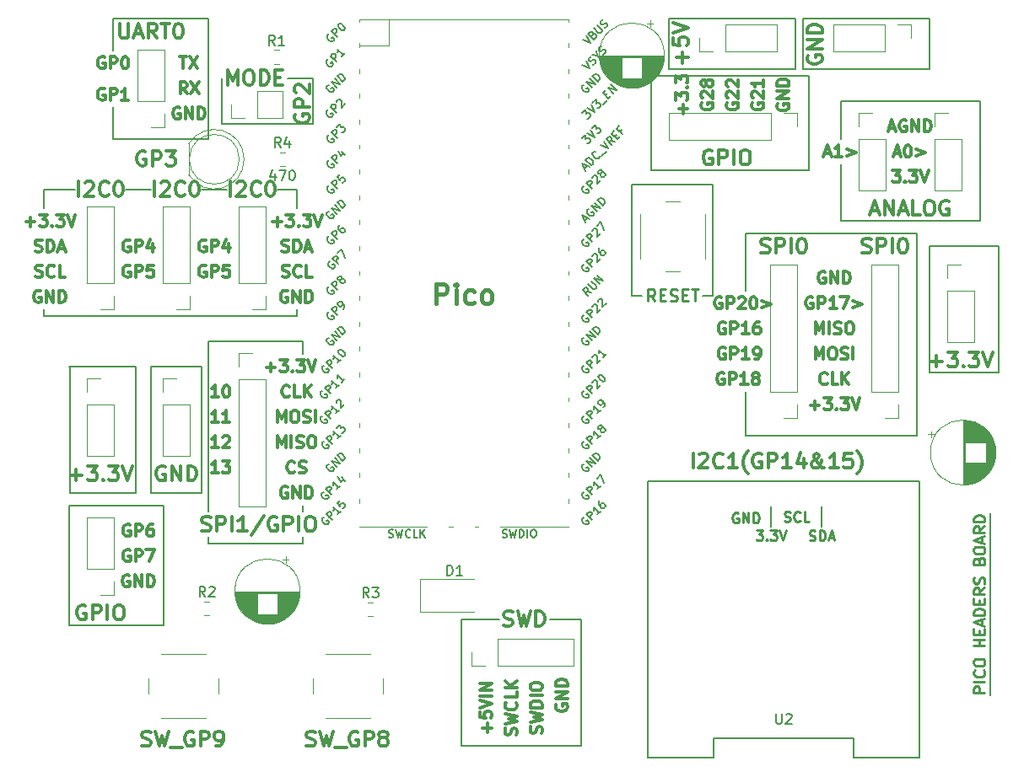
<source format=gbr>
G04 #@! TF.GenerationSoftware,KiCad,Pcbnew,5.0.2+dfsg1-1*
G04 #@! TF.CreationDate,2021-03-18T17:53:01+01:00*
G04 #@! TF.ProjectId,pico-dev,7069636f-2d64-4657-962e-6b696361645f,rev?*
G04 #@! TF.SameCoordinates,Original*
G04 #@! TF.FileFunction,Legend,Top*
G04 #@! TF.FilePolarity,Positive*
%FSLAX46Y46*%
G04 Gerber Fmt 4.6, Leading zero omitted, Abs format (unit mm)*
G04 Created by KiCad (PCBNEW 5.0.2+dfsg1-1) date jeu. 18 mars 2021 17:53:01 CET*
%MOMM*%
%LPD*%
G01*
G04 APERTURE LIST*
%ADD10C,0.200000*%
%ADD11C,0.300000*%
%ADD12C,0.250000*%
%ADD13C,0.275000*%
%ADD14C,0.150000*%
%ADD15C,0.120000*%
%ADD16C,0.450000*%
G04 APERTURE END LIST*
D10*
X82550000Y-29210000D02*
X82550000Y-26035000D01*
X82550000Y-38100000D02*
X82550000Y-34925000D01*
D11*
X81692857Y-33055000D02*
X81578571Y-32997857D01*
X81407142Y-32997857D01*
X81235714Y-33055000D01*
X81121428Y-33169285D01*
X81064285Y-33283571D01*
X81007142Y-33512142D01*
X81007142Y-33683571D01*
X81064285Y-33912142D01*
X81121428Y-34026428D01*
X81235714Y-34140714D01*
X81407142Y-34197857D01*
X81521428Y-34197857D01*
X81692857Y-34140714D01*
X81750000Y-34083571D01*
X81750000Y-33683571D01*
X81521428Y-33683571D01*
X82264285Y-34197857D02*
X82264285Y-32997857D01*
X82721428Y-32997857D01*
X82835714Y-33055000D01*
X82892857Y-33112142D01*
X82950000Y-33226428D01*
X82950000Y-33397857D01*
X82892857Y-33512142D01*
X82835714Y-33569285D01*
X82721428Y-33626428D01*
X82264285Y-33626428D01*
X84092857Y-34197857D02*
X83407142Y-34197857D01*
X83750000Y-34197857D02*
X83750000Y-32997857D01*
X83635714Y-33169285D01*
X83521428Y-33283571D01*
X83407142Y-33340714D01*
X81692857Y-29880000D02*
X81578571Y-29822857D01*
X81407142Y-29822857D01*
X81235714Y-29880000D01*
X81121428Y-29994285D01*
X81064285Y-30108571D01*
X81007142Y-30337142D01*
X81007142Y-30508571D01*
X81064285Y-30737142D01*
X81121428Y-30851428D01*
X81235714Y-30965714D01*
X81407142Y-31022857D01*
X81521428Y-31022857D01*
X81692857Y-30965714D01*
X81750000Y-30908571D01*
X81750000Y-30508571D01*
X81521428Y-30508571D01*
X82264285Y-31022857D02*
X82264285Y-29822857D01*
X82721428Y-29822857D01*
X82835714Y-29880000D01*
X82892857Y-29937142D01*
X82950000Y-30051428D01*
X82950000Y-30222857D01*
X82892857Y-30337142D01*
X82835714Y-30394285D01*
X82721428Y-30451428D01*
X82264285Y-30451428D01*
X83692857Y-29822857D02*
X83807142Y-29822857D01*
X83921428Y-29880000D01*
X83978571Y-29937142D01*
X84035714Y-30051428D01*
X84092857Y-30280000D01*
X84092857Y-30565714D01*
X84035714Y-30794285D01*
X83978571Y-30908571D01*
X83921428Y-30965714D01*
X83807142Y-31022857D01*
X83692857Y-31022857D01*
X83578571Y-30965714D01*
X83521428Y-30908571D01*
X83464285Y-30794285D01*
X83407142Y-30565714D01*
X83407142Y-30280000D01*
X83464285Y-30051428D01*
X83521428Y-29937142D01*
X83578571Y-29880000D01*
X83692857Y-29822857D01*
X91852857Y-50835000D02*
X91738571Y-50777857D01*
X91567142Y-50777857D01*
X91395714Y-50835000D01*
X91281428Y-50949285D01*
X91224285Y-51063571D01*
X91167142Y-51292142D01*
X91167142Y-51463571D01*
X91224285Y-51692142D01*
X91281428Y-51806428D01*
X91395714Y-51920714D01*
X91567142Y-51977857D01*
X91681428Y-51977857D01*
X91852857Y-51920714D01*
X91910000Y-51863571D01*
X91910000Y-51463571D01*
X91681428Y-51463571D01*
X92424285Y-51977857D02*
X92424285Y-50777857D01*
X92881428Y-50777857D01*
X92995714Y-50835000D01*
X93052857Y-50892142D01*
X93110000Y-51006428D01*
X93110000Y-51177857D01*
X93052857Y-51292142D01*
X92995714Y-51349285D01*
X92881428Y-51406428D01*
X92424285Y-51406428D01*
X94195714Y-50777857D02*
X93624285Y-50777857D01*
X93567142Y-51349285D01*
X93624285Y-51292142D01*
X93738571Y-51235000D01*
X94024285Y-51235000D01*
X94138571Y-51292142D01*
X94195714Y-51349285D01*
X94252857Y-51463571D01*
X94252857Y-51749285D01*
X94195714Y-51863571D01*
X94138571Y-51920714D01*
X94024285Y-51977857D01*
X93738571Y-51977857D01*
X93624285Y-51920714D01*
X93567142Y-51863571D01*
X91852857Y-48295000D02*
X91738571Y-48237857D01*
X91567142Y-48237857D01*
X91395714Y-48295000D01*
X91281428Y-48409285D01*
X91224285Y-48523571D01*
X91167142Y-48752142D01*
X91167142Y-48923571D01*
X91224285Y-49152142D01*
X91281428Y-49266428D01*
X91395714Y-49380714D01*
X91567142Y-49437857D01*
X91681428Y-49437857D01*
X91852857Y-49380714D01*
X91910000Y-49323571D01*
X91910000Y-48923571D01*
X91681428Y-48923571D01*
X92424285Y-49437857D02*
X92424285Y-48237857D01*
X92881428Y-48237857D01*
X92995714Y-48295000D01*
X93052857Y-48352142D01*
X93110000Y-48466428D01*
X93110000Y-48637857D01*
X93052857Y-48752142D01*
X92995714Y-48809285D01*
X92881428Y-48866428D01*
X92424285Y-48866428D01*
X94138571Y-48637857D02*
X94138571Y-49437857D01*
X93852857Y-48180714D02*
X93567142Y-49037857D01*
X94310000Y-49037857D01*
X84232857Y-50835000D02*
X84118571Y-50777857D01*
X83947142Y-50777857D01*
X83775714Y-50835000D01*
X83661428Y-50949285D01*
X83604285Y-51063571D01*
X83547142Y-51292142D01*
X83547142Y-51463571D01*
X83604285Y-51692142D01*
X83661428Y-51806428D01*
X83775714Y-51920714D01*
X83947142Y-51977857D01*
X84061428Y-51977857D01*
X84232857Y-51920714D01*
X84290000Y-51863571D01*
X84290000Y-51463571D01*
X84061428Y-51463571D01*
X84804285Y-51977857D02*
X84804285Y-50777857D01*
X85261428Y-50777857D01*
X85375714Y-50835000D01*
X85432857Y-50892142D01*
X85490000Y-51006428D01*
X85490000Y-51177857D01*
X85432857Y-51292142D01*
X85375714Y-51349285D01*
X85261428Y-51406428D01*
X84804285Y-51406428D01*
X86575714Y-50777857D02*
X86004285Y-50777857D01*
X85947142Y-51349285D01*
X86004285Y-51292142D01*
X86118571Y-51235000D01*
X86404285Y-51235000D01*
X86518571Y-51292142D01*
X86575714Y-51349285D01*
X86632857Y-51463571D01*
X86632857Y-51749285D01*
X86575714Y-51863571D01*
X86518571Y-51920714D01*
X86404285Y-51977857D01*
X86118571Y-51977857D01*
X86004285Y-51920714D01*
X85947142Y-51863571D01*
X84232857Y-48295000D02*
X84118571Y-48237857D01*
X83947142Y-48237857D01*
X83775714Y-48295000D01*
X83661428Y-48409285D01*
X83604285Y-48523571D01*
X83547142Y-48752142D01*
X83547142Y-48923571D01*
X83604285Y-49152142D01*
X83661428Y-49266428D01*
X83775714Y-49380714D01*
X83947142Y-49437857D01*
X84061428Y-49437857D01*
X84232857Y-49380714D01*
X84290000Y-49323571D01*
X84290000Y-48923571D01*
X84061428Y-48923571D01*
X84804285Y-49437857D02*
X84804285Y-48237857D01*
X85261428Y-48237857D01*
X85375714Y-48295000D01*
X85432857Y-48352142D01*
X85490000Y-48466428D01*
X85490000Y-48637857D01*
X85432857Y-48752142D01*
X85375714Y-48809285D01*
X85261428Y-48866428D01*
X84804285Y-48866428D01*
X86518571Y-48637857D02*
X86518571Y-49437857D01*
X86232857Y-48180714D02*
X85947142Y-49037857D01*
X86690000Y-49037857D01*
X143986428Y-56550000D02*
X143872142Y-56492857D01*
X143700714Y-56492857D01*
X143529285Y-56550000D01*
X143415000Y-56664285D01*
X143357857Y-56778571D01*
X143300714Y-57007142D01*
X143300714Y-57178571D01*
X143357857Y-57407142D01*
X143415000Y-57521428D01*
X143529285Y-57635714D01*
X143700714Y-57692857D01*
X143815000Y-57692857D01*
X143986428Y-57635714D01*
X144043571Y-57578571D01*
X144043571Y-57178571D01*
X143815000Y-57178571D01*
X144557857Y-57692857D02*
X144557857Y-56492857D01*
X145015000Y-56492857D01*
X145129285Y-56550000D01*
X145186428Y-56607142D01*
X145243571Y-56721428D01*
X145243571Y-56892857D01*
X145186428Y-57007142D01*
X145129285Y-57064285D01*
X145015000Y-57121428D01*
X144557857Y-57121428D01*
X146386428Y-57692857D02*
X145700714Y-57692857D01*
X146043571Y-57692857D02*
X146043571Y-56492857D01*
X145929285Y-56664285D01*
X145815000Y-56778571D01*
X145700714Y-56835714D01*
X147415000Y-56492857D02*
X147186428Y-56492857D01*
X147072142Y-56550000D01*
X147015000Y-56607142D01*
X146900714Y-56778571D01*
X146843571Y-57007142D01*
X146843571Y-57464285D01*
X146900714Y-57578571D01*
X146957857Y-57635714D01*
X147072142Y-57692857D01*
X147300714Y-57692857D01*
X147415000Y-57635714D01*
X147472142Y-57578571D01*
X147529285Y-57464285D01*
X147529285Y-57178571D01*
X147472142Y-57064285D01*
X147415000Y-57007142D01*
X147300714Y-56950000D01*
X147072142Y-56950000D01*
X146957857Y-57007142D01*
X146900714Y-57064285D01*
X146843571Y-57178571D01*
X143986428Y-59090000D02*
X143872142Y-59032857D01*
X143700714Y-59032857D01*
X143529285Y-59090000D01*
X143415000Y-59204285D01*
X143357857Y-59318571D01*
X143300714Y-59547142D01*
X143300714Y-59718571D01*
X143357857Y-59947142D01*
X143415000Y-60061428D01*
X143529285Y-60175714D01*
X143700714Y-60232857D01*
X143815000Y-60232857D01*
X143986428Y-60175714D01*
X144043571Y-60118571D01*
X144043571Y-59718571D01*
X143815000Y-59718571D01*
X144557857Y-60232857D02*
X144557857Y-59032857D01*
X145015000Y-59032857D01*
X145129285Y-59090000D01*
X145186428Y-59147142D01*
X145243571Y-59261428D01*
X145243571Y-59432857D01*
X145186428Y-59547142D01*
X145129285Y-59604285D01*
X145015000Y-59661428D01*
X144557857Y-59661428D01*
X146386428Y-60232857D02*
X145700714Y-60232857D01*
X146043571Y-60232857D02*
X146043571Y-59032857D01*
X145929285Y-59204285D01*
X145815000Y-59318571D01*
X145700714Y-59375714D01*
X146957857Y-60232857D02*
X147186428Y-60232857D01*
X147300714Y-60175714D01*
X147357857Y-60118571D01*
X147472142Y-59947142D01*
X147529285Y-59718571D01*
X147529285Y-59261428D01*
X147472142Y-59147142D01*
X147415000Y-59090000D01*
X147300714Y-59032857D01*
X147072142Y-59032857D01*
X146957857Y-59090000D01*
X146900714Y-59147142D01*
X146843571Y-59261428D01*
X146843571Y-59547142D01*
X146900714Y-59661428D01*
X146957857Y-59718571D01*
X147072142Y-59775714D01*
X147300714Y-59775714D01*
X147415000Y-59718571D01*
X147472142Y-59661428D01*
X147529285Y-59547142D01*
X143859428Y-61630000D02*
X143745142Y-61572857D01*
X143573714Y-61572857D01*
X143402285Y-61630000D01*
X143288000Y-61744285D01*
X143230857Y-61858571D01*
X143173714Y-62087142D01*
X143173714Y-62258571D01*
X143230857Y-62487142D01*
X143288000Y-62601428D01*
X143402285Y-62715714D01*
X143573714Y-62772857D01*
X143688000Y-62772857D01*
X143859428Y-62715714D01*
X143916571Y-62658571D01*
X143916571Y-62258571D01*
X143688000Y-62258571D01*
X144430857Y-62772857D02*
X144430857Y-61572857D01*
X144888000Y-61572857D01*
X145002285Y-61630000D01*
X145059428Y-61687142D01*
X145116571Y-61801428D01*
X145116571Y-61972857D01*
X145059428Y-62087142D01*
X145002285Y-62144285D01*
X144888000Y-62201428D01*
X144430857Y-62201428D01*
X146259428Y-62772857D02*
X145573714Y-62772857D01*
X145916571Y-62772857D02*
X145916571Y-61572857D01*
X145802285Y-61744285D01*
X145688000Y-61858571D01*
X145573714Y-61915714D01*
X146945142Y-62087142D02*
X146830857Y-62030000D01*
X146773714Y-61972857D01*
X146716571Y-61858571D01*
X146716571Y-61801428D01*
X146773714Y-61687142D01*
X146830857Y-61630000D01*
X146945142Y-61572857D01*
X147173714Y-61572857D01*
X147288000Y-61630000D01*
X147345142Y-61687142D01*
X147402285Y-61801428D01*
X147402285Y-61858571D01*
X147345142Y-61972857D01*
X147288000Y-62030000D01*
X147173714Y-62087142D01*
X146945142Y-62087142D01*
X146830857Y-62144285D01*
X146773714Y-62201428D01*
X146716571Y-62315714D01*
X146716571Y-62544285D01*
X146773714Y-62658571D01*
X146830857Y-62715714D01*
X146945142Y-62772857D01*
X147173714Y-62772857D01*
X147288000Y-62715714D01*
X147345142Y-62658571D01*
X147402285Y-62544285D01*
X147402285Y-62315714D01*
X147345142Y-62201428D01*
X147288000Y-62144285D01*
X147173714Y-62087142D01*
D10*
X142748000Y-53848000D02*
X141732000Y-53848000D01*
X142748000Y-42672000D02*
X142748000Y-53848000D01*
X134620000Y-42672000D02*
X142748000Y-42672000D01*
X134620000Y-53848000D02*
X134620000Y-42672000D01*
X135636000Y-53848000D02*
X134620000Y-53848000D01*
X102616000Y-32004000D02*
X100076000Y-32004000D01*
X102616000Y-36576000D02*
X102616000Y-32004000D01*
X93472000Y-36576000D02*
X102616000Y-36576000D01*
X93472000Y-32004000D02*
X93472000Y-36576000D01*
D11*
X100850000Y-35615428D02*
X100778571Y-35758285D01*
X100778571Y-35972571D01*
X100850000Y-36186857D01*
X100992857Y-36329714D01*
X101135714Y-36401142D01*
X101421428Y-36472571D01*
X101635714Y-36472571D01*
X101921428Y-36401142D01*
X102064285Y-36329714D01*
X102207142Y-36186857D01*
X102278571Y-35972571D01*
X102278571Y-35829714D01*
X102207142Y-35615428D01*
X102135714Y-35544000D01*
X101635714Y-35544000D01*
X101635714Y-35829714D01*
X102278571Y-34901142D02*
X100778571Y-34901142D01*
X100778571Y-34329714D01*
X100850000Y-34186857D01*
X100921428Y-34115428D01*
X101064285Y-34044000D01*
X101278571Y-34044000D01*
X101421428Y-34115428D01*
X101492857Y-34186857D01*
X101564285Y-34329714D01*
X101564285Y-34901142D01*
X100921428Y-33472571D02*
X100850000Y-33401142D01*
X100778571Y-33258285D01*
X100778571Y-32901142D01*
X100850000Y-32758285D01*
X100921428Y-32686857D01*
X101064285Y-32615428D01*
X101207142Y-32615428D01*
X101421428Y-32686857D01*
X102278571Y-33544000D01*
X102278571Y-32615428D01*
X85796571Y-39382000D02*
X85653714Y-39310571D01*
X85439428Y-39310571D01*
X85225142Y-39382000D01*
X85082285Y-39524857D01*
X85010857Y-39667714D01*
X84939428Y-39953428D01*
X84939428Y-40167714D01*
X85010857Y-40453428D01*
X85082285Y-40596285D01*
X85225142Y-40739142D01*
X85439428Y-40810571D01*
X85582285Y-40810571D01*
X85796571Y-40739142D01*
X85868000Y-40667714D01*
X85868000Y-40167714D01*
X85582285Y-40167714D01*
X86510857Y-40810571D02*
X86510857Y-39310571D01*
X87082285Y-39310571D01*
X87225142Y-39382000D01*
X87296571Y-39453428D01*
X87368000Y-39596285D01*
X87368000Y-39810571D01*
X87296571Y-39953428D01*
X87225142Y-40024857D01*
X87082285Y-40096285D01*
X86510857Y-40096285D01*
X87868000Y-39310571D02*
X88796571Y-39310571D01*
X88296571Y-39882000D01*
X88510857Y-39882000D01*
X88653714Y-39953428D01*
X88725142Y-40024857D01*
X88796571Y-40167714D01*
X88796571Y-40524857D01*
X88725142Y-40667714D01*
X88653714Y-40739142D01*
X88510857Y-40810571D01*
X88082285Y-40810571D01*
X87939428Y-40739142D01*
X87868000Y-40667714D01*
D12*
X136941142Y-54390857D02*
X136541142Y-53819428D01*
X136255428Y-54390857D02*
X136255428Y-53190857D01*
X136712571Y-53190857D01*
X136826857Y-53248000D01*
X136884000Y-53305142D01*
X136941142Y-53419428D01*
X136941142Y-53590857D01*
X136884000Y-53705142D01*
X136826857Y-53762285D01*
X136712571Y-53819428D01*
X136255428Y-53819428D01*
X137455428Y-53762285D02*
X137855428Y-53762285D01*
X138026857Y-54390857D02*
X137455428Y-54390857D01*
X137455428Y-53190857D01*
X138026857Y-53190857D01*
X138484000Y-54333714D02*
X138655428Y-54390857D01*
X138941142Y-54390857D01*
X139055428Y-54333714D01*
X139112571Y-54276571D01*
X139169714Y-54162285D01*
X139169714Y-54048000D01*
X139112571Y-53933714D01*
X139055428Y-53876571D01*
X138941142Y-53819428D01*
X138712571Y-53762285D01*
X138598285Y-53705142D01*
X138541142Y-53648000D01*
X138484000Y-53533714D01*
X138484000Y-53419428D01*
X138541142Y-53305142D01*
X138598285Y-53248000D01*
X138712571Y-53190857D01*
X138998285Y-53190857D01*
X139169714Y-53248000D01*
X139684000Y-53762285D02*
X140084000Y-53762285D01*
X140255428Y-54390857D02*
X139684000Y-54390857D01*
X139684000Y-53190857D01*
X140255428Y-53190857D01*
X140598285Y-53190857D02*
X141284000Y-53190857D01*
X140941142Y-54390857D02*
X140941142Y-53190857D01*
D10*
X170561000Y-93980000D02*
X170561000Y-75692000D01*
D13*
X170042619Y-93714571D02*
X168942619Y-93714571D01*
X168942619Y-93295523D01*
X168995000Y-93190761D01*
X169047380Y-93138380D01*
X169152142Y-93086000D01*
X169309285Y-93086000D01*
X169414047Y-93138380D01*
X169466428Y-93190761D01*
X169518809Y-93295523D01*
X169518809Y-93714571D01*
X170042619Y-92614571D02*
X168942619Y-92614571D01*
X169937857Y-91462190D02*
X169990238Y-91514571D01*
X170042619Y-91671714D01*
X170042619Y-91776476D01*
X169990238Y-91933619D01*
X169885476Y-92038380D01*
X169780714Y-92090761D01*
X169571190Y-92143142D01*
X169414047Y-92143142D01*
X169204523Y-92090761D01*
X169099761Y-92038380D01*
X168995000Y-91933619D01*
X168942619Y-91776476D01*
X168942619Y-91671714D01*
X168995000Y-91514571D01*
X169047380Y-91462190D01*
X168942619Y-90781238D02*
X168942619Y-90571714D01*
X168995000Y-90466952D01*
X169099761Y-90362190D01*
X169309285Y-90309809D01*
X169675952Y-90309809D01*
X169885476Y-90362190D01*
X169990238Y-90466952D01*
X170042619Y-90571714D01*
X170042619Y-90781238D01*
X169990238Y-90886000D01*
X169885476Y-90990761D01*
X169675952Y-91043142D01*
X169309285Y-91043142D01*
X169099761Y-90990761D01*
X168995000Y-90886000D01*
X168942619Y-90781238D01*
X170042619Y-89000285D02*
X168942619Y-89000285D01*
X169466428Y-89000285D02*
X169466428Y-88371714D01*
X170042619Y-88371714D02*
X168942619Y-88371714D01*
X169466428Y-87847904D02*
X169466428Y-87481238D01*
X170042619Y-87324095D02*
X170042619Y-87847904D01*
X168942619Y-87847904D01*
X168942619Y-87324095D01*
X169728333Y-86905047D02*
X169728333Y-86381238D01*
X170042619Y-87009809D02*
X168942619Y-86643142D01*
X170042619Y-86276476D01*
X170042619Y-85909809D02*
X168942619Y-85909809D01*
X168942619Y-85647904D01*
X168995000Y-85490761D01*
X169099761Y-85386000D01*
X169204523Y-85333619D01*
X169414047Y-85281238D01*
X169571190Y-85281238D01*
X169780714Y-85333619D01*
X169885476Y-85386000D01*
X169990238Y-85490761D01*
X170042619Y-85647904D01*
X170042619Y-85909809D01*
X169466428Y-84809809D02*
X169466428Y-84443142D01*
X170042619Y-84286000D02*
X170042619Y-84809809D01*
X168942619Y-84809809D01*
X168942619Y-84286000D01*
X170042619Y-83186000D02*
X169518809Y-83552666D01*
X170042619Y-83814571D02*
X168942619Y-83814571D01*
X168942619Y-83395523D01*
X168995000Y-83290761D01*
X169047380Y-83238380D01*
X169152142Y-83186000D01*
X169309285Y-83186000D01*
X169414047Y-83238380D01*
X169466428Y-83290761D01*
X169518809Y-83395523D01*
X169518809Y-83814571D01*
X169990238Y-82766952D02*
X170042619Y-82609809D01*
X170042619Y-82347904D01*
X169990238Y-82243142D01*
X169937857Y-82190761D01*
X169833095Y-82138380D01*
X169728333Y-82138380D01*
X169623571Y-82190761D01*
X169571190Y-82243142D01*
X169518809Y-82347904D01*
X169466428Y-82557428D01*
X169414047Y-82662190D01*
X169361666Y-82714571D01*
X169256904Y-82766952D01*
X169152142Y-82766952D01*
X169047380Y-82714571D01*
X168995000Y-82662190D01*
X168942619Y-82557428D01*
X168942619Y-82295523D01*
X168995000Y-82138380D01*
X169466428Y-80462190D02*
X169518809Y-80305047D01*
X169571190Y-80252666D01*
X169675952Y-80200285D01*
X169833095Y-80200285D01*
X169937857Y-80252666D01*
X169990238Y-80305047D01*
X170042619Y-80409809D01*
X170042619Y-80828857D01*
X168942619Y-80828857D01*
X168942619Y-80462190D01*
X168995000Y-80357428D01*
X169047380Y-80305047D01*
X169152142Y-80252666D01*
X169256904Y-80252666D01*
X169361666Y-80305047D01*
X169414047Y-80357428D01*
X169466428Y-80462190D01*
X169466428Y-80828857D01*
X168942619Y-79519333D02*
X168942619Y-79309809D01*
X168995000Y-79205047D01*
X169099761Y-79100285D01*
X169309285Y-79047904D01*
X169675952Y-79047904D01*
X169885476Y-79100285D01*
X169990238Y-79205047D01*
X170042619Y-79309809D01*
X170042619Y-79519333D01*
X169990238Y-79624095D01*
X169885476Y-79728857D01*
X169675952Y-79781238D01*
X169309285Y-79781238D01*
X169099761Y-79728857D01*
X168995000Y-79624095D01*
X168942619Y-79519333D01*
X169728333Y-78628857D02*
X169728333Y-78105047D01*
X170042619Y-78733619D02*
X168942619Y-78366952D01*
X170042619Y-78000285D01*
X170042619Y-77005047D02*
X169518809Y-77371714D01*
X170042619Y-77633619D02*
X168942619Y-77633619D01*
X168942619Y-77214571D01*
X168995000Y-77109809D01*
X169047380Y-77057428D01*
X169152142Y-77005047D01*
X169309285Y-77005047D01*
X169414047Y-77057428D01*
X169466428Y-77109809D01*
X169518809Y-77214571D01*
X169518809Y-77633619D01*
X170042619Y-76533619D02*
X168942619Y-76533619D01*
X168942619Y-76271714D01*
X168995000Y-76114571D01*
X169099761Y-76009809D01*
X169204523Y-75957428D01*
X169414047Y-75905047D01*
X169571190Y-75905047D01*
X169780714Y-75957428D01*
X169885476Y-76009809D01*
X169990238Y-76114571D01*
X170042619Y-76271714D01*
X170042619Y-76533619D01*
D10*
X117475000Y-86360000D02*
X117475000Y-99060000D01*
X121285000Y-86360000D02*
X117475000Y-86360000D01*
X129540000Y-86360000D02*
X126365000Y-86360000D01*
X129540000Y-99060000D02*
X129540000Y-86360000D01*
X117475000Y-99060000D02*
X129540000Y-99060000D01*
X101600000Y-75565000D02*
X101600000Y-74930000D01*
X152400000Y-34290000D02*
X152400000Y-31750000D01*
X136525000Y-34290000D02*
X136525000Y-31750000D01*
D11*
X139785714Y-35540714D02*
X139785714Y-34626428D01*
X140242857Y-35083571D02*
X139328571Y-35083571D01*
X139042857Y-34169285D02*
X139042857Y-33426428D01*
X139500000Y-33826428D01*
X139500000Y-33655000D01*
X139557142Y-33540714D01*
X139614285Y-33483571D01*
X139728571Y-33426428D01*
X140014285Y-33426428D01*
X140128571Y-33483571D01*
X140185714Y-33540714D01*
X140242857Y-33655000D01*
X140242857Y-33997857D01*
X140185714Y-34112142D01*
X140128571Y-34169285D01*
X140128571Y-32912142D02*
X140185714Y-32855000D01*
X140242857Y-32912142D01*
X140185714Y-32969285D01*
X140128571Y-32912142D01*
X140242857Y-32912142D01*
X139042857Y-32455000D02*
X139042857Y-31712142D01*
X139500000Y-32112142D01*
X139500000Y-31940714D01*
X139557142Y-31826428D01*
X139614285Y-31769285D01*
X139728571Y-31712142D01*
X140014285Y-31712142D01*
X140128571Y-31769285D01*
X140185714Y-31826428D01*
X140242857Y-31940714D01*
X140242857Y-32283571D01*
X140185714Y-32397857D01*
X140128571Y-32455000D01*
X141640000Y-34483571D02*
X141582857Y-34597857D01*
X141582857Y-34769285D01*
X141640000Y-34940714D01*
X141754285Y-35055000D01*
X141868571Y-35112142D01*
X142097142Y-35169285D01*
X142268571Y-35169285D01*
X142497142Y-35112142D01*
X142611428Y-35055000D01*
X142725714Y-34940714D01*
X142782857Y-34769285D01*
X142782857Y-34655000D01*
X142725714Y-34483571D01*
X142668571Y-34426428D01*
X142268571Y-34426428D01*
X142268571Y-34655000D01*
X141697142Y-33969285D02*
X141640000Y-33912142D01*
X141582857Y-33797857D01*
X141582857Y-33512142D01*
X141640000Y-33397857D01*
X141697142Y-33340714D01*
X141811428Y-33283571D01*
X141925714Y-33283571D01*
X142097142Y-33340714D01*
X142782857Y-34026428D01*
X142782857Y-33283571D01*
X142097142Y-32597857D02*
X142040000Y-32712142D01*
X141982857Y-32769285D01*
X141868571Y-32826428D01*
X141811428Y-32826428D01*
X141697142Y-32769285D01*
X141640000Y-32712142D01*
X141582857Y-32597857D01*
X141582857Y-32369285D01*
X141640000Y-32255000D01*
X141697142Y-32197857D01*
X141811428Y-32140714D01*
X141868571Y-32140714D01*
X141982857Y-32197857D01*
X142040000Y-32255000D01*
X142097142Y-32369285D01*
X142097142Y-32597857D01*
X142154285Y-32712142D01*
X142211428Y-32769285D01*
X142325714Y-32826428D01*
X142554285Y-32826428D01*
X142668571Y-32769285D01*
X142725714Y-32712142D01*
X142782857Y-32597857D01*
X142782857Y-32369285D01*
X142725714Y-32255000D01*
X142668571Y-32197857D01*
X142554285Y-32140714D01*
X142325714Y-32140714D01*
X142211428Y-32197857D01*
X142154285Y-32255000D01*
X142097142Y-32369285D01*
X144180000Y-34483571D02*
X144122857Y-34597857D01*
X144122857Y-34769285D01*
X144180000Y-34940714D01*
X144294285Y-35055000D01*
X144408571Y-35112142D01*
X144637142Y-35169285D01*
X144808571Y-35169285D01*
X145037142Y-35112142D01*
X145151428Y-35055000D01*
X145265714Y-34940714D01*
X145322857Y-34769285D01*
X145322857Y-34655000D01*
X145265714Y-34483571D01*
X145208571Y-34426428D01*
X144808571Y-34426428D01*
X144808571Y-34655000D01*
X144237142Y-33969285D02*
X144180000Y-33912142D01*
X144122857Y-33797857D01*
X144122857Y-33512142D01*
X144180000Y-33397857D01*
X144237142Y-33340714D01*
X144351428Y-33283571D01*
X144465714Y-33283571D01*
X144637142Y-33340714D01*
X145322857Y-34026428D01*
X145322857Y-33283571D01*
X144237142Y-32826428D02*
X144180000Y-32769285D01*
X144122857Y-32655000D01*
X144122857Y-32369285D01*
X144180000Y-32255000D01*
X144237142Y-32197857D01*
X144351428Y-32140714D01*
X144465714Y-32140714D01*
X144637142Y-32197857D01*
X145322857Y-32883571D01*
X145322857Y-32140714D01*
X146720000Y-34483571D02*
X146662857Y-34597857D01*
X146662857Y-34769285D01*
X146720000Y-34940714D01*
X146834285Y-35055000D01*
X146948571Y-35112142D01*
X147177142Y-35169285D01*
X147348571Y-35169285D01*
X147577142Y-35112142D01*
X147691428Y-35055000D01*
X147805714Y-34940714D01*
X147862857Y-34769285D01*
X147862857Y-34655000D01*
X147805714Y-34483571D01*
X147748571Y-34426428D01*
X147348571Y-34426428D01*
X147348571Y-34655000D01*
X146777142Y-33969285D02*
X146720000Y-33912142D01*
X146662857Y-33797857D01*
X146662857Y-33512142D01*
X146720000Y-33397857D01*
X146777142Y-33340714D01*
X146891428Y-33283571D01*
X147005714Y-33283571D01*
X147177142Y-33340714D01*
X147862857Y-34026428D01*
X147862857Y-33283571D01*
X147862857Y-32140714D02*
X147862857Y-32826428D01*
X147862857Y-32483571D02*
X146662857Y-32483571D01*
X146834285Y-32597857D01*
X146948571Y-32712142D01*
X147005714Y-32826428D01*
X149260000Y-34569285D02*
X149202857Y-34683571D01*
X149202857Y-34855000D01*
X149260000Y-35026428D01*
X149374285Y-35140714D01*
X149488571Y-35197857D01*
X149717142Y-35255000D01*
X149888571Y-35255000D01*
X150117142Y-35197857D01*
X150231428Y-35140714D01*
X150345714Y-35026428D01*
X150402857Y-34855000D01*
X150402857Y-34740714D01*
X150345714Y-34569285D01*
X150288571Y-34512142D01*
X149888571Y-34512142D01*
X149888571Y-34740714D01*
X150402857Y-33997857D02*
X149202857Y-33997857D01*
X150402857Y-33312142D01*
X149202857Y-33312142D01*
X150402857Y-32740714D02*
X149202857Y-32740714D01*
X149202857Y-32455000D01*
X149260000Y-32283571D01*
X149374285Y-32169285D01*
X149488571Y-32112142D01*
X149717142Y-32055000D01*
X149888571Y-32055000D01*
X150117142Y-32112142D01*
X150231428Y-32169285D01*
X150345714Y-32283571D01*
X150402857Y-32455000D01*
X150402857Y-32740714D01*
X140760714Y-71163571D02*
X140760714Y-69663571D01*
X141403571Y-69806428D02*
X141475000Y-69735000D01*
X141617857Y-69663571D01*
X141975000Y-69663571D01*
X142117857Y-69735000D01*
X142189285Y-69806428D01*
X142260714Y-69949285D01*
X142260714Y-70092142D01*
X142189285Y-70306428D01*
X141332142Y-71163571D01*
X142260714Y-71163571D01*
X143760714Y-71020714D02*
X143689285Y-71092142D01*
X143475000Y-71163571D01*
X143332142Y-71163571D01*
X143117857Y-71092142D01*
X142975000Y-70949285D01*
X142903571Y-70806428D01*
X142832142Y-70520714D01*
X142832142Y-70306428D01*
X142903571Y-70020714D01*
X142975000Y-69877857D01*
X143117857Y-69735000D01*
X143332142Y-69663571D01*
X143475000Y-69663571D01*
X143689285Y-69735000D01*
X143760714Y-69806428D01*
X145189285Y-71163571D02*
X144332142Y-71163571D01*
X144760714Y-71163571D02*
X144760714Y-69663571D01*
X144617857Y-69877857D01*
X144475000Y-70020714D01*
X144332142Y-70092142D01*
X146260714Y-71735000D02*
X146189285Y-71663571D01*
X146046428Y-71449285D01*
X145975000Y-71306428D01*
X145903571Y-71092142D01*
X145832142Y-70735000D01*
X145832142Y-70449285D01*
X145903571Y-70092142D01*
X145975000Y-69877857D01*
X146046428Y-69735000D01*
X146189285Y-69520714D01*
X146260714Y-69449285D01*
X147617857Y-69735000D02*
X147475000Y-69663571D01*
X147260714Y-69663571D01*
X147046428Y-69735000D01*
X146903571Y-69877857D01*
X146832142Y-70020714D01*
X146760714Y-70306428D01*
X146760714Y-70520714D01*
X146832142Y-70806428D01*
X146903571Y-70949285D01*
X147046428Y-71092142D01*
X147260714Y-71163571D01*
X147403571Y-71163571D01*
X147617857Y-71092142D01*
X147689285Y-71020714D01*
X147689285Y-70520714D01*
X147403571Y-70520714D01*
X148332142Y-71163571D02*
X148332142Y-69663571D01*
X148903571Y-69663571D01*
X149046428Y-69735000D01*
X149117857Y-69806428D01*
X149189285Y-69949285D01*
X149189285Y-70163571D01*
X149117857Y-70306428D01*
X149046428Y-70377857D01*
X148903571Y-70449285D01*
X148332142Y-70449285D01*
X150617857Y-71163571D02*
X149760714Y-71163571D01*
X150189285Y-71163571D02*
X150189285Y-69663571D01*
X150046428Y-69877857D01*
X149903571Y-70020714D01*
X149760714Y-70092142D01*
X151903571Y-70163571D02*
X151903571Y-71163571D01*
X151546428Y-69592142D02*
X151189285Y-70663571D01*
X152117857Y-70663571D01*
X153903571Y-71163571D02*
X153832142Y-71163571D01*
X153689285Y-71092142D01*
X153475000Y-70877857D01*
X153117857Y-70449285D01*
X152975000Y-70235000D01*
X152903571Y-70020714D01*
X152903571Y-69877857D01*
X152975000Y-69735000D01*
X153117857Y-69663571D01*
X153189285Y-69663571D01*
X153332142Y-69735000D01*
X153403571Y-69877857D01*
X153403571Y-69949285D01*
X153332142Y-70092142D01*
X153260714Y-70163571D01*
X152832142Y-70449285D01*
X152760714Y-70520714D01*
X152689285Y-70663571D01*
X152689285Y-70877857D01*
X152760714Y-71020714D01*
X152832142Y-71092142D01*
X152975000Y-71163571D01*
X153189285Y-71163571D01*
X153332142Y-71092142D01*
X153403571Y-71020714D01*
X153617857Y-70735000D01*
X153689285Y-70520714D01*
X153689285Y-70377857D01*
X155332142Y-71163571D02*
X154475000Y-71163571D01*
X154903571Y-71163571D02*
X154903571Y-69663571D01*
X154760714Y-69877857D01*
X154617857Y-70020714D01*
X154475000Y-70092142D01*
X156689285Y-69663571D02*
X155975000Y-69663571D01*
X155903571Y-70377857D01*
X155975000Y-70306428D01*
X156117857Y-70235000D01*
X156475000Y-70235000D01*
X156617857Y-70306428D01*
X156689285Y-70377857D01*
X156760714Y-70520714D01*
X156760714Y-70877857D01*
X156689285Y-71020714D01*
X156617857Y-71092142D01*
X156475000Y-71163571D01*
X156117857Y-71163571D01*
X155975000Y-71092142D01*
X155903571Y-71020714D01*
X157260714Y-71735000D02*
X157332142Y-71663571D01*
X157475000Y-71449285D01*
X157546428Y-71306428D01*
X157617857Y-71092142D01*
X157689285Y-70735000D01*
X157689285Y-70449285D01*
X157617857Y-70092142D01*
X157546428Y-69877857D01*
X157475000Y-69735000D01*
X157332142Y-69520714D01*
X157260714Y-69449285D01*
D10*
X92075000Y-75565000D02*
X92075000Y-62230000D01*
X92075000Y-78740000D02*
X92075000Y-78105000D01*
X101600000Y-78740000D02*
X92075000Y-78740000D01*
X101600000Y-78105000D02*
X101600000Y-78740000D01*
X101600000Y-58420000D02*
X101600000Y-59690000D01*
X92075000Y-58420000D02*
X101600000Y-58420000D01*
X92075000Y-62230000D02*
X92075000Y-58420000D01*
X92075000Y-38100000D02*
X92075000Y-36830000D01*
X90805000Y-38100000D02*
X92075000Y-38100000D01*
X88265000Y-38100000D02*
X90805000Y-38100000D01*
X155575000Y-38100000D02*
X155575000Y-37465000D01*
X155575000Y-37465000D02*
X155575000Y-36195000D01*
X155575000Y-42545000D02*
X155575000Y-40640000D01*
X146050000Y-53340000D02*
X146050000Y-47625000D01*
X146050000Y-67945000D02*
X146050000Y-63500000D01*
X163195000Y-67945000D02*
X146050000Y-67945000D01*
X163195000Y-47625000D02*
X163195000Y-67945000D01*
X146050000Y-47625000D02*
X163195000Y-47625000D01*
X91440000Y-43180000D02*
X93980000Y-43180000D01*
X83820000Y-43180000D02*
X86360000Y-43180000D01*
X75565000Y-43180000D02*
X78740000Y-43180000D01*
X75565000Y-45085000D02*
X75565000Y-43180000D01*
X100965000Y-43180000D02*
X99060000Y-43180000D01*
X100965000Y-45085000D02*
X100965000Y-43180000D01*
X100965000Y-55880000D02*
X100965000Y-55245000D01*
X75565000Y-55880000D02*
X75565000Y-55245000D01*
X100965000Y-55880000D02*
X75565000Y-55880000D01*
X155575000Y-34290000D02*
X169545000Y-34290000D01*
X155575000Y-36195000D02*
X155575000Y-34290000D01*
X155575000Y-46355000D02*
X155575000Y-42545000D01*
X169545000Y-46355000D02*
X155575000Y-46355000D01*
D11*
X158631428Y-45335000D02*
X159345714Y-45335000D01*
X158488571Y-45763571D02*
X158988571Y-44263571D01*
X159488571Y-45763571D01*
X159988571Y-45763571D02*
X159988571Y-44263571D01*
X160845714Y-45763571D01*
X160845714Y-44263571D01*
X161488571Y-45335000D02*
X162202857Y-45335000D01*
X161345714Y-45763571D02*
X161845714Y-44263571D01*
X162345714Y-45763571D01*
X163560000Y-45763571D02*
X162845714Y-45763571D01*
X162845714Y-44263571D01*
X164345714Y-44263571D02*
X164631428Y-44263571D01*
X164774285Y-44335000D01*
X164917142Y-44477857D01*
X164988571Y-44763571D01*
X164988571Y-45263571D01*
X164917142Y-45549285D01*
X164774285Y-45692142D01*
X164631428Y-45763571D01*
X164345714Y-45763571D01*
X164202857Y-45692142D01*
X164060000Y-45549285D01*
X163988571Y-45263571D01*
X163988571Y-44763571D01*
X164060000Y-44477857D01*
X164202857Y-44335000D01*
X164345714Y-44263571D01*
X166417142Y-44335000D02*
X166274285Y-44263571D01*
X166060000Y-44263571D01*
X165845714Y-44335000D01*
X165702857Y-44477857D01*
X165631428Y-44620714D01*
X165560000Y-44906428D01*
X165560000Y-45120714D01*
X165631428Y-45406428D01*
X165702857Y-45549285D01*
X165845714Y-45692142D01*
X166060000Y-45763571D01*
X166202857Y-45763571D01*
X166417142Y-45692142D01*
X166488571Y-45620714D01*
X166488571Y-45120714D01*
X166202857Y-45120714D01*
D10*
X88265000Y-38100000D02*
X82550000Y-38100000D01*
X92075000Y-26035000D02*
X92075000Y-36830000D01*
X82550000Y-26035000D02*
X92075000Y-26035000D01*
D11*
X89255714Y-29822857D02*
X89941428Y-29822857D01*
X89598571Y-31022857D02*
X89598571Y-29822857D01*
X90227142Y-29822857D02*
X91027142Y-31022857D01*
X91027142Y-29822857D02*
X90227142Y-31022857D01*
X89970000Y-33562857D02*
X89570000Y-32991428D01*
X89284285Y-33562857D02*
X89284285Y-32362857D01*
X89741428Y-32362857D01*
X89855714Y-32420000D01*
X89912857Y-32477142D01*
X89970000Y-32591428D01*
X89970000Y-32762857D01*
X89912857Y-32877142D01*
X89855714Y-32934285D01*
X89741428Y-32991428D01*
X89284285Y-32991428D01*
X90370000Y-32362857D02*
X91170000Y-33562857D01*
X91170000Y-32362857D02*
X90370000Y-33562857D01*
X89255714Y-34960000D02*
X89141428Y-34902857D01*
X88970000Y-34902857D01*
X88798571Y-34960000D01*
X88684285Y-35074285D01*
X88627142Y-35188571D01*
X88570000Y-35417142D01*
X88570000Y-35588571D01*
X88627142Y-35817142D01*
X88684285Y-35931428D01*
X88798571Y-36045714D01*
X88970000Y-36102857D01*
X89084285Y-36102857D01*
X89255714Y-36045714D01*
X89312857Y-35988571D01*
X89312857Y-35588571D01*
X89084285Y-35588571D01*
X89827142Y-36102857D02*
X89827142Y-34902857D01*
X90512857Y-36102857D01*
X90512857Y-34902857D01*
X91084285Y-36102857D02*
X91084285Y-34902857D01*
X91370000Y-34902857D01*
X91541428Y-34960000D01*
X91655714Y-35074285D01*
X91712857Y-35188571D01*
X91770000Y-35417142D01*
X91770000Y-35588571D01*
X91712857Y-35817142D01*
X91655714Y-35931428D01*
X91541428Y-36045714D01*
X91370000Y-36102857D01*
X91084285Y-36102857D01*
D10*
X169545000Y-46355000D02*
X169545000Y-34290000D01*
X136525000Y-41275000D02*
X136525000Y-34290000D01*
X152400000Y-41275000D02*
X136525000Y-41275000D01*
X152400000Y-34290000D02*
X152400000Y-41275000D01*
X136525000Y-31750000D02*
X152400000Y-31750000D01*
D11*
X84232857Y-76870000D02*
X84118571Y-76812857D01*
X83947142Y-76812857D01*
X83775714Y-76870000D01*
X83661428Y-76984285D01*
X83604285Y-77098571D01*
X83547142Y-77327142D01*
X83547142Y-77498571D01*
X83604285Y-77727142D01*
X83661428Y-77841428D01*
X83775714Y-77955714D01*
X83947142Y-78012857D01*
X84061428Y-78012857D01*
X84232857Y-77955714D01*
X84290000Y-77898571D01*
X84290000Y-77498571D01*
X84061428Y-77498571D01*
X84804285Y-78012857D02*
X84804285Y-76812857D01*
X85261428Y-76812857D01*
X85375714Y-76870000D01*
X85432857Y-76927142D01*
X85490000Y-77041428D01*
X85490000Y-77212857D01*
X85432857Y-77327142D01*
X85375714Y-77384285D01*
X85261428Y-77441428D01*
X84804285Y-77441428D01*
X86518571Y-76812857D02*
X86290000Y-76812857D01*
X86175714Y-76870000D01*
X86118571Y-76927142D01*
X86004285Y-77098571D01*
X85947142Y-77327142D01*
X85947142Y-77784285D01*
X86004285Y-77898571D01*
X86061428Y-77955714D01*
X86175714Y-78012857D01*
X86404285Y-78012857D01*
X86518571Y-77955714D01*
X86575714Y-77898571D01*
X86632857Y-77784285D01*
X86632857Y-77498571D01*
X86575714Y-77384285D01*
X86518571Y-77327142D01*
X86404285Y-77270000D01*
X86175714Y-77270000D01*
X86061428Y-77327142D01*
X86004285Y-77384285D01*
X85947142Y-77498571D01*
X84232857Y-79410000D02*
X84118571Y-79352857D01*
X83947142Y-79352857D01*
X83775714Y-79410000D01*
X83661428Y-79524285D01*
X83604285Y-79638571D01*
X83547142Y-79867142D01*
X83547142Y-80038571D01*
X83604285Y-80267142D01*
X83661428Y-80381428D01*
X83775714Y-80495714D01*
X83947142Y-80552857D01*
X84061428Y-80552857D01*
X84232857Y-80495714D01*
X84290000Y-80438571D01*
X84290000Y-80038571D01*
X84061428Y-80038571D01*
X84804285Y-80552857D02*
X84804285Y-79352857D01*
X85261428Y-79352857D01*
X85375714Y-79410000D01*
X85432857Y-79467142D01*
X85490000Y-79581428D01*
X85490000Y-79752857D01*
X85432857Y-79867142D01*
X85375714Y-79924285D01*
X85261428Y-79981428D01*
X84804285Y-79981428D01*
X85890000Y-79352857D02*
X86690000Y-79352857D01*
X86175714Y-80552857D01*
X84175714Y-81950000D02*
X84061428Y-81892857D01*
X83890000Y-81892857D01*
X83718571Y-81950000D01*
X83604285Y-82064285D01*
X83547142Y-82178571D01*
X83490000Y-82407142D01*
X83490000Y-82578571D01*
X83547142Y-82807142D01*
X83604285Y-82921428D01*
X83718571Y-83035714D01*
X83890000Y-83092857D01*
X84004285Y-83092857D01*
X84175714Y-83035714D01*
X84232857Y-82978571D01*
X84232857Y-82578571D01*
X84004285Y-82578571D01*
X84747142Y-83092857D02*
X84747142Y-81892857D01*
X85432857Y-83092857D01*
X85432857Y-81892857D01*
X86004285Y-83092857D02*
X86004285Y-81892857D01*
X86290000Y-81892857D01*
X86461428Y-81950000D01*
X86575714Y-82064285D01*
X86632857Y-82178571D01*
X86690000Y-82407142D01*
X86690000Y-82578571D01*
X86632857Y-82807142D01*
X86575714Y-82921428D01*
X86461428Y-83035714D01*
X86290000Y-83092857D01*
X86004285Y-83092857D01*
D10*
X78105000Y-86995000D02*
X78740000Y-86995000D01*
X78105000Y-74930000D02*
X78105000Y-86995000D01*
X87630000Y-86995000D02*
X78740000Y-86995000D01*
X87630000Y-74930000D02*
X87630000Y-86995000D01*
X78105000Y-74930000D02*
X87630000Y-74930000D01*
D11*
X153975000Y-39570000D02*
X154546428Y-39570000D01*
X153860714Y-39912857D02*
X154260714Y-38712857D01*
X154660714Y-39912857D01*
X155689285Y-39912857D02*
X155003571Y-39912857D01*
X155346428Y-39912857D02*
X155346428Y-38712857D01*
X155232142Y-38884285D01*
X155117857Y-38998571D01*
X155003571Y-39055714D01*
X156203571Y-39112857D02*
X157117857Y-39455714D01*
X156203571Y-39798571D01*
X160960000Y-39570000D02*
X161531428Y-39570000D01*
X160845714Y-39912857D02*
X161245714Y-38712857D01*
X161645714Y-39912857D01*
X162274285Y-38712857D02*
X162388571Y-38712857D01*
X162502857Y-38770000D01*
X162560000Y-38827142D01*
X162617142Y-38941428D01*
X162674285Y-39170000D01*
X162674285Y-39455714D01*
X162617142Y-39684285D01*
X162560000Y-39798571D01*
X162502857Y-39855714D01*
X162388571Y-39912857D01*
X162274285Y-39912857D01*
X162160000Y-39855714D01*
X162102857Y-39798571D01*
X162045714Y-39684285D01*
X161988571Y-39455714D01*
X161988571Y-39170000D01*
X162045714Y-38941428D01*
X162102857Y-38827142D01*
X162160000Y-38770000D01*
X162274285Y-38712857D01*
X163188571Y-39112857D02*
X164102857Y-39455714D01*
X163188571Y-39798571D01*
X160788571Y-41252857D02*
X161531428Y-41252857D01*
X161131428Y-41710000D01*
X161302857Y-41710000D01*
X161417142Y-41767142D01*
X161474285Y-41824285D01*
X161531428Y-41938571D01*
X161531428Y-42224285D01*
X161474285Y-42338571D01*
X161417142Y-42395714D01*
X161302857Y-42452857D01*
X160960000Y-42452857D01*
X160845714Y-42395714D01*
X160788571Y-42338571D01*
X162045714Y-42338571D02*
X162102857Y-42395714D01*
X162045714Y-42452857D01*
X161988571Y-42395714D01*
X162045714Y-42338571D01*
X162045714Y-42452857D01*
X162502857Y-41252857D02*
X163245714Y-41252857D01*
X162845714Y-41710000D01*
X163017142Y-41710000D01*
X163131428Y-41767142D01*
X163188571Y-41824285D01*
X163245714Y-41938571D01*
X163245714Y-42224285D01*
X163188571Y-42338571D01*
X163131428Y-42395714D01*
X163017142Y-42452857D01*
X162674285Y-42452857D01*
X162560000Y-42395714D01*
X162502857Y-42338571D01*
X163588571Y-41252857D02*
X163988571Y-42452857D01*
X164388571Y-41252857D01*
X160445714Y-37030000D02*
X161017142Y-37030000D01*
X160331428Y-37372857D02*
X160731428Y-36172857D01*
X161131428Y-37372857D01*
X162160000Y-36230000D02*
X162045714Y-36172857D01*
X161874285Y-36172857D01*
X161702857Y-36230000D01*
X161588571Y-36344285D01*
X161531428Y-36458571D01*
X161474285Y-36687142D01*
X161474285Y-36858571D01*
X161531428Y-37087142D01*
X161588571Y-37201428D01*
X161702857Y-37315714D01*
X161874285Y-37372857D01*
X161988571Y-37372857D01*
X162160000Y-37315714D01*
X162217142Y-37258571D01*
X162217142Y-36858571D01*
X161988571Y-36858571D01*
X162731428Y-37372857D02*
X162731428Y-36172857D01*
X163417142Y-37372857D01*
X163417142Y-36172857D01*
X163988571Y-37372857D02*
X163988571Y-36172857D01*
X164274285Y-36172857D01*
X164445714Y-36230000D01*
X164560000Y-36344285D01*
X164617142Y-36458571D01*
X164674285Y-36687142D01*
X164674285Y-36858571D01*
X164617142Y-37087142D01*
X164560000Y-37201428D01*
X164445714Y-37315714D01*
X164274285Y-37372857D01*
X163988571Y-37372857D01*
X143624571Y-54010000D02*
X143510285Y-53952857D01*
X143338857Y-53952857D01*
X143167428Y-54010000D01*
X143053142Y-54124285D01*
X142996000Y-54238571D01*
X142938857Y-54467142D01*
X142938857Y-54638571D01*
X142996000Y-54867142D01*
X143053142Y-54981428D01*
X143167428Y-55095714D01*
X143338857Y-55152857D01*
X143453142Y-55152857D01*
X143624571Y-55095714D01*
X143681714Y-55038571D01*
X143681714Y-54638571D01*
X143453142Y-54638571D01*
X144196000Y-55152857D02*
X144196000Y-53952857D01*
X144653142Y-53952857D01*
X144767428Y-54010000D01*
X144824571Y-54067142D01*
X144881714Y-54181428D01*
X144881714Y-54352857D01*
X144824571Y-54467142D01*
X144767428Y-54524285D01*
X144653142Y-54581428D01*
X144196000Y-54581428D01*
X145338857Y-54067142D02*
X145396000Y-54010000D01*
X145510285Y-53952857D01*
X145796000Y-53952857D01*
X145910285Y-54010000D01*
X145967428Y-54067142D01*
X146024571Y-54181428D01*
X146024571Y-54295714D01*
X145967428Y-54467142D01*
X145281714Y-55152857D01*
X146024571Y-55152857D01*
X146767428Y-53952857D02*
X146881714Y-53952857D01*
X146996000Y-54010000D01*
X147053142Y-54067142D01*
X147110285Y-54181428D01*
X147167428Y-54410000D01*
X147167428Y-54695714D01*
X147110285Y-54924285D01*
X147053142Y-55038571D01*
X146996000Y-55095714D01*
X146881714Y-55152857D01*
X146767428Y-55152857D01*
X146653142Y-55095714D01*
X146596000Y-55038571D01*
X146538857Y-54924285D01*
X146481714Y-54695714D01*
X146481714Y-54410000D01*
X146538857Y-54181428D01*
X146596000Y-54067142D01*
X146653142Y-54010000D01*
X146767428Y-53952857D01*
X147681714Y-54352857D02*
X148596000Y-54695714D01*
X147681714Y-55038571D01*
X152768571Y-54010000D02*
X152654285Y-53952857D01*
X152482857Y-53952857D01*
X152311428Y-54010000D01*
X152197142Y-54124285D01*
X152140000Y-54238571D01*
X152082857Y-54467142D01*
X152082857Y-54638571D01*
X152140000Y-54867142D01*
X152197142Y-54981428D01*
X152311428Y-55095714D01*
X152482857Y-55152857D01*
X152597142Y-55152857D01*
X152768571Y-55095714D01*
X152825714Y-55038571D01*
X152825714Y-54638571D01*
X152597142Y-54638571D01*
X153340000Y-55152857D02*
X153340000Y-53952857D01*
X153797142Y-53952857D01*
X153911428Y-54010000D01*
X153968571Y-54067142D01*
X154025714Y-54181428D01*
X154025714Y-54352857D01*
X153968571Y-54467142D01*
X153911428Y-54524285D01*
X153797142Y-54581428D01*
X153340000Y-54581428D01*
X155168571Y-55152857D02*
X154482857Y-55152857D01*
X154825714Y-55152857D02*
X154825714Y-53952857D01*
X154711428Y-54124285D01*
X154597142Y-54238571D01*
X154482857Y-54295714D01*
X155568571Y-53952857D02*
X156368571Y-53952857D01*
X155854285Y-55152857D01*
X156825714Y-54352857D02*
X157740000Y-54695714D01*
X156825714Y-55038571D01*
X153054285Y-57692857D02*
X153054285Y-56492857D01*
X153454285Y-57350000D01*
X153854285Y-56492857D01*
X153854285Y-57692857D01*
X154425714Y-57692857D02*
X154425714Y-56492857D01*
X154940000Y-57635714D02*
X155111428Y-57692857D01*
X155397142Y-57692857D01*
X155511428Y-57635714D01*
X155568571Y-57578571D01*
X155625714Y-57464285D01*
X155625714Y-57350000D01*
X155568571Y-57235714D01*
X155511428Y-57178571D01*
X155397142Y-57121428D01*
X155168571Y-57064285D01*
X155054285Y-57007142D01*
X154997142Y-56950000D01*
X154940000Y-56835714D01*
X154940000Y-56721428D01*
X154997142Y-56607142D01*
X155054285Y-56550000D01*
X155168571Y-56492857D01*
X155454285Y-56492857D01*
X155625714Y-56550000D01*
X156368571Y-56492857D02*
X156597142Y-56492857D01*
X156711428Y-56550000D01*
X156825714Y-56664285D01*
X156882857Y-56892857D01*
X156882857Y-57292857D01*
X156825714Y-57521428D01*
X156711428Y-57635714D01*
X156597142Y-57692857D01*
X156368571Y-57692857D01*
X156254285Y-57635714D01*
X156140000Y-57521428D01*
X156082857Y-57292857D01*
X156082857Y-56892857D01*
X156140000Y-56664285D01*
X156254285Y-56550000D01*
X156368571Y-56492857D01*
X153054285Y-60232857D02*
X153054285Y-59032857D01*
X153454285Y-59890000D01*
X153854285Y-59032857D01*
X153854285Y-60232857D01*
X154654285Y-59032857D02*
X154882857Y-59032857D01*
X154997142Y-59090000D01*
X155111428Y-59204285D01*
X155168571Y-59432857D01*
X155168571Y-59832857D01*
X155111428Y-60061428D01*
X154997142Y-60175714D01*
X154882857Y-60232857D01*
X154654285Y-60232857D01*
X154540000Y-60175714D01*
X154425714Y-60061428D01*
X154368571Y-59832857D01*
X154368571Y-59432857D01*
X154425714Y-59204285D01*
X154540000Y-59090000D01*
X154654285Y-59032857D01*
X155625714Y-60175714D02*
X155797142Y-60232857D01*
X156082857Y-60232857D01*
X156197142Y-60175714D01*
X156254285Y-60118571D01*
X156311428Y-60004285D01*
X156311428Y-59890000D01*
X156254285Y-59775714D01*
X156197142Y-59718571D01*
X156082857Y-59661428D01*
X155854285Y-59604285D01*
X155740000Y-59547142D01*
X155682857Y-59490000D01*
X155625714Y-59375714D01*
X155625714Y-59261428D01*
X155682857Y-59147142D01*
X155740000Y-59090000D01*
X155854285Y-59032857D01*
X156140000Y-59032857D01*
X156311428Y-59090000D01*
X156825714Y-60232857D02*
X156825714Y-59032857D01*
X154225714Y-62658571D02*
X154168571Y-62715714D01*
X153997142Y-62772857D01*
X153882857Y-62772857D01*
X153711428Y-62715714D01*
X153597142Y-62601428D01*
X153540000Y-62487142D01*
X153482857Y-62258571D01*
X153482857Y-62087142D01*
X153540000Y-61858571D01*
X153597142Y-61744285D01*
X153711428Y-61630000D01*
X153882857Y-61572857D01*
X153997142Y-61572857D01*
X154168571Y-61630000D01*
X154225714Y-61687142D01*
X155311428Y-62772857D02*
X154740000Y-62772857D01*
X154740000Y-61572857D01*
X155711428Y-62772857D02*
X155711428Y-61572857D01*
X156397142Y-62772857D02*
X155882857Y-62087142D01*
X156397142Y-61572857D02*
X155711428Y-62258571D01*
X152540000Y-64855714D02*
X153454285Y-64855714D01*
X152997142Y-65312857D02*
X152997142Y-64398571D01*
X153911428Y-64112857D02*
X154654285Y-64112857D01*
X154254285Y-64570000D01*
X154425714Y-64570000D01*
X154540000Y-64627142D01*
X154597142Y-64684285D01*
X154654285Y-64798571D01*
X154654285Y-65084285D01*
X154597142Y-65198571D01*
X154540000Y-65255714D01*
X154425714Y-65312857D01*
X154082857Y-65312857D01*
X153968571Y-65255714D01*
X153911428Y-65198571D01*
X155168571Y-65198571D02*
X155225714Y-65255714D01*
X155168571Y-65312857D01*
X155111428Y-65255714D01*
X155168571Y-65198571D01*
X155168571Y-65312857D01*
X155625714Y-64112857D02*
X156368571Y-64112857D01*
X155968571Y-64570000D01*
X156140000Y-64570000D01*
X156254285Y-64627142D01*
X156311428Y-64684285D01*
X156368571Y-64798571D01*
X156368571Y-65084285D01*
X156311428Y-65198571D01*
X156254285Y-65255714D01*
X156140000Y-65312857D01*
X155797142Y-65312857D01*
X155682857Y-65255714D01*
X155625714Y-65198571D01*
X156711428Y-64112857D02*
X157111428Y-65312857D01*
X157511428Y-64112857D01*
X154025714Y-51470000D02*
X153911428Y-51412857D01*
X153740000Y-51412857D01*
X153568571Y-51470000D01*
X153454285Y-51584285D01*
X153397142Y-51698571D01*
X153340000Y-51927142D01*
X153340000Y-52098571D01*
X153397142Y-52327142D01*
X153454285Y-52441428D01*
X153568571Y-52555714D01*
X153740000Y-52612857D01*
X153854285Y-52612857D01*
X154025714Y-52555714D01*
X154082857Y-52498571D01*
X154082857Y-52098571D01*
X153854285Y-52098571D01*
X154597142Y-52612857D02*
X154597142Y-51412857D01*
X155282857Y-52612857D01*
X155282857Y-51412857D01*
X155854285Y-52612857D02*
X155854285Y-51412857D01*
X156140000Y-51412857D01*
X156311428Y-51470000D01*
X156425714Y-51584285D01*
X156482857Y-51698571D01*
X156540000Y-51927142D01*
X156540000Y-52098571D01*
X156482857Y-52327142D01*
X156425714Y-52441428D01*
X156311428Y-52555714D01*
X156140000Y-52612857D01*
X155854285Y-52612857D01*
X125580714Y-97792857D02*
X125637857Y-97621428D01*
X125637857Y-97335714D01*
X125580714Y-97221428D01*
X125523571Y-97164285D01*
X125409285Y-97107142D01*
X125295000Y-97107142D01*
X125180714Y-97164285D01*
X125123571Y-97221428D01*
X125066428Y-97335714D01*
X125009285Y-97564285D01*
X124952142Y-97678571D01*
X124895000Y-97735714D01*
X124780714Y-97792857D01*
X124666428Y-97792857D01*
X124552142Y-97735714D01*
X124495000Y-97678571D01*
X124437857Y-97564285D01*
X124437857Y-97278571D01*
X124495000Y-97107142D01*
X124437857Y-96707142D02*
X125637857Y-96421428D01*
X124780714Y-96192857D01*
X125637857Y-95964285D01*
X124437857Y-95678571D01*
X125637857Y-95221428D02*
X124437857Y-95221428D01*
X124437857Y-94935714D01*
X124495000Y-94764285D01*
X124609285Y-94650000D01*
X124723571Y-94592857D01*
X124952142Y-94535714D01*
X125123571Y-94535714D01*
X125352142Y-94592857D01*
X125466428Y-94650000D01*
X125580714Y-94764285D01*
X125637857Y-94935714D01*
X125637857Y-95221428D01*
X125637857Y-94021428D02*
X124437857Y-94021428D01*
X124437857Y-93221428D02*
X124437857Y-92992857D01*
X124495000Y-92878571D01*
X124609285Y-92764285D01*
X124837857Y-92707142D01*
X125237857Y-92707142D01*
X125466428Y-92764285D01*
X125580714Y-92878571D01*
X125637857Y-92992857D01*
X125637857Y-93221428D01*
X125580714Y-93335714D01*
X125466428Y-93450000D01*
X125237857Y-93507142D01*
X124837857Y-93507142D01*
X124609285Y-93450000D01*
X124495000Y-93335714D01*
X124437857Y-93221428D01*
X123040714Y-97964285D02*
X123097857Y-97792857D01*
X123097857Y-97507142D01*
X123040714Y-97392857D01*
X122983571Y-97335714D01*
X122869285Y-97278571D01*
X122755000Y-97278571D01*
X122640714Y-97335714D01*
X122583571Y-97392857D01*
X122526428Y-97507142D01*
X122469285Y-97735714D01*
X122412142Y-97850000D01*
X122355000Y-97907142D01*
X122240714Y-97964285D01*
X122126428Y-97964285D01*
X122012142Y-97907142D01*
X121955000Y-97850000D01*
X121897857Y-97735714D01*
X121897857Y-97450000D01*
X121955000Y-97278571D01*
X121897857Y-96878571D02*
X123097857Y-96592857D01*
X122240714Y-96364285D01*
X123097857Y-96135714D01*
X121897857Y-95850000D01*
X122983571Y-94707142D02*
X123040714Y-94764285D01*
X123097857Y-94935714D01*
X123097857Y-95050000D01*
X123040714Y-95221428D01*
X122926428Y-95335714D01*
X122812142Y-95392857D01*
X122583571Y-95450000D01*
X122412142Y-95450000D01*
X122183571Y-95392857D01*
X122069285Y-95335714D01*
X121955000Y-95221428D01*
X121897857Y-95050000D01*
X121897857Y-94935714D01*
X121955000Y-94764285D01*
X122012142Y-94707142D01*
X123097857Y-93621428D02*
X123097857Y-94192857D01*
X121897857Y-94192857D01*
X123097857Y-93221428D02*
X121897857Y-93221428D01*
X123097857Y-92535714D02*
X122412142Y-93050000D01*
X121897857Y-92535714D02*
X122583571Y-93221428D01*
X120100714Y-97707142D02*
X120100714Y-96792857D01*
X120557857Y-97250000D02*
X119643571Y-97250000D01*
X119357857Y-95650000D02*
X119357857Y-96221428D01*
X119929285Y-96278571D01*
X119872142Y-96221428D01*
X119815000Y-96107142D01*
X119815000Y-95821428D01*
X119872142Y-95707142D01*
X119929285Y-95650000D01*
X120043571Y-95592857D01*
X120329285Y-95592857D01*
X120443571Y-95650000D01*
X120500714Y-95707142D01*
X120557857Y-95821428D01*
X120557857Y-96107142D01*
X120500714Y-96221428D01*
X120443571Y-96278571D01*
X119357857Y-95250000D02*
X120557857Y-94850000D01*
X119357857Y-94450000D01*
X120557857Y-94050000D02*
X119357857Y-94050000D01*
X120557857Y-93478571D02*
X119357857Y-93478571D01*
X120557857Y-92792857D01*
X119357857Y-92792857D01*
X127035000Y-94894285D02*
X126977857Y-95008571D01*
X126977857Y-95180000D01*
X127035000Y-95351428D01*
X127149285Y-95465714D01*
X127263571Y-95522857D01*
X127492142Y-95580000D01*
X127663571Y-95580000D01*
X127892142Y-95522857D01*
X128006428Y-95465714D01*
X128120714Y-95351428D01*
X128177857Y-95180000D01*
X128177857Y-95065714D01*
X128120714Y-94894285D01*
X128063571Y-94837142D01*
X127663571Y-94837142D01*
X127663571Y-95065714D01*
X128177857Y-94322857D02*
X126977857Y-94322857D01*
X128177857Y-93637142D01*
X126977857Y-93637142D01*
X128177857Y-93065714D02*
X126977857Y-93065714D01*
X126977857Y-92780000D01*
X127035000Y-92608571D01*
X127149285Y-92494285D01*
X127263571Y-92437142D01*
X127492142Y-92380000D01*
X127663571Y-92380000D01*
X127892142Y-92437142D01*
X128006428Y-92494285D01*
X128120714Y-92608571D01*
X128177857Y-92780000D01*
X128177857Y-93065714D01*
D10*
X151765000Y-26035000D02*
X151765000Y-31115000D01*
X164465000Y-26035000D02*
X151765000Y-26035000D01*
X164465000Y-31115000D02*
X164465000Y-26035000D01*
X151765000Y-31115000D02*
X164465000Y-31115000D01*
X151003000Y-31115000D02*
X151003000Y-26035000D01*
X138303000Y-31115000D02*
X151003000Y-31115000D01*
X138303000Y-26035000D02*
X138303000Y-31115000D01*
X151003000Y-26035000D02*
X138303000Y-26035000D01*
X164465000Y-48895000D02*
X164465000Y-61595000D01*
X171450000Y-48895000D02*
X164465000Y-48895000D01*
X171450000Y-61595000D02*
X171450000Y-48895000D01*
X164465000Y-61595000D02*
X171450000Y-61595000D01*
X84836000Y-60960000D02*
X84836000Y-73660000D01*
X78232000Y-73660000D02*
X84836000Y-73660000D01*
X78232000Y-60960000D02*
X78232000Y-73660000D01*
X84836000Y-60960000D02*
X78105000Y-60960000D01*
X86360000Y-60960000D02*
X86360000Y-60960000D01*
X91440000Y-60960000D02*
X86360000Y-60960000D01*
X91440000Y-73660000D02*
X91440000Y-60960000D01*
X86360000Y-73660000D02*
X91440000Y-73660000D01*
X86360000Y-60960000D02*
X86360000Y-73660000D01*
D11*
X93116428Y-71662857D02*
X92430714Y-71662857D01*
X92773571Y-71662857D02*
X92773571Y-70462857D01*
X92659285Y-70634285D01*
X92545000Y-70748571D01*
X92430714Y-70805714D01*
X93516428Y-70462857D02*
X94259285Y-70462857D01*
X93859285Y-70920000D01*
X94030714Y-70920000D01*
X94145000Y-70977142D01*
X94202142Y-71034285D01*
X94259285Y-71148571D01*
X94259285Y-71434285D01*
X94202142Y-71548571D01*
X94145000Y-71605714D01*
X94030714Y-71662857D01*
X93687857Y-71662857D01*
X93573571Y-71605714D01*
X93516428Y-71548571D01*
X93116428Y-69122857D02*
X92430714Y-69122857D01*
X92773571Y-69122857D02*
X92773571Y-67922857D01*
X92659285Y-68094285D01*
X92545000Y-68208571D01*
X92430714Y-68265714D01*
X93573571Y-68037142D02*
X93630714Y-67980000D01*
X93745000Y-67922857D01*
X94030714Y-67922857D01*
X94145000Y-67980000D01*
X94202142Y-68037142D01*
X94259285Y-68151428D01*
X94259285Y-68265714D01*
X94202142Y-68437142D01*
X93516428Y-69122857D01*
X94259285Y-69122857D01*
X93116428Y-66582857D02*
X92430714Y-66582857D01*
X92773571Y-66582857D02*
X92773571Y-65382857D01*
X92659285Y-65554285D01*
X92545000Y-65668571D01*
X92430714Y-65725714D01*
X94259285Y-66582857D02*
X93573571Y-66582857D01*
X93916428Y-66582857D02*
X93916428Y-65382857D01*
X93802142Y-65554285D01*
X93687857Y-65668571D01*
X93573571Y-65725714D01*
X93116428Y-64042857D02*
X92430714Y-64042857D01*
X92773571Y-64042857D02*
X92773571Y-62842857D01*
X92659285Y-63014285D01*
X92545000Y-63128571D01*
X92430714Y-63185714D01*
X93859285Y-62842857D02*
X93973571Y-62842857D01*
X94087857Y-62900000D01*
X94145000Y-62957142D01*
X94202142Y-63071428D01*
X94259285Y-63300000D01*
X94259285Y-63585714D01*
X94202142Y-63814285D01*
X94145000Y-63928571D01*
X94087857Y-63985714D01*
X93973571Y-64042857D01*
X93859285Y-64042857D01*
X93745000Y-63985714D01*
X93687857Y-63928571D01*
X93630714Y-63814285D01*
X93573571Y-63585714D01*
X93573571Y-63300000D01*
X93630714Y-63071428D01*
X93687857Y-62957142D01*
X93745000Y-62900000D01*
X93859285Y-62842857D01*
X100765000Y-71548571D02*
X100707857Y-71605714D01*
X100536428Y-71662857D01*
X100422142Y-71662857D01*
X100250714Y-71605714D01*
X100136428Y-71491428D01*
X100079285Y-71377142D01*
X100022142Y-71148571D01*
X100022142Y-70977142D01*
X100079285Y-70748571D01*
X100136428Y-70634285D01*
X100250714Y-70520000D01*
X100422142Y-70462857D01*
X100536428Y-70462857D01*
X100707857Y-70520000D01*
X100765000Y-70577142D01*
X101222142Y-71605714D02*
X101393571Y-71662857D01*
X101679285Y-71662857D01*
X101793571Y-71605714D01*
X101850714Y-71548571D01*
X101907857Y-71434285D01*
X101907857Y-71320000D01*
X101850714Y-71205714D01*
X101793571Y-71148571D01*
X101679285Y-71091428D01*
X101450714Y-71034285D01*
X101336428Y-70977142D01*
X101279285Y-70920000D01*
X101222142Y-70805714D01*
X101222142Y-70691428D01*
X101279285Y-70577142D01*
X101336428Y-70520000D01*
X101450714Y-70462857D01*
X101736428Y-70462857D01*
X101907857Y-70520000D01*
X99079285Y-69122857D02*
X99079285Y-67922857D01*
X99479285Y-68780000D01*
X99879285Y-67922857D01*
X99879285Y-69122857D01*
X100450714Y-69122857D02*
X100450714Y-67922857D01*
X100965000Y-69065714D02*
X101136428Y-69122857D01*
X101422142Y-69122857D01*
X101536428Y-69065714D01*
X101593571Y-69008571D01*
X101650714Y-68894285D01*
X101650714Y-68780000D01*
X101593571Y-68665714D01*
X101536428Y-68608571D01*
X101422142Y-68551428D01*
X101193571Y-68494285D01*
X101079285Y-68437142D01*
X101022142Y-68380000D01*
X100965000Y-68265714D01*
X100965000Y-68151428D01*
X101022142Y-68037142D01*
X101079285Y-67980000D01*
X101193571Y-67922857D01*
X101479285Y-67922857D01*
X101650714Y-67980000D01*
X102393571Y-67922857D02*
X102622142Y-67922857D01*
X102736428Y-67980000D01*
X102850714Y-68094285D01*
X102907857Y-68322857D01*
X102907857Y-68722857D01*
X102850714Y-68951428D01*
X102736428Y-69065714D01*
X102622142Y-69122857D01*
X102393571Y-69122857D01*
X102279285Y-69065714D01*
X102165000Y-68951428D01*
X102107857Y-68722857D01*
X102107857Y-68322857D01*
X102165000Y-68094285D01*
X102279285Y-67980000D01*
X102393571Y-67922857D01*
X99079285Y-66582857D02*
X99079285Y-65382857D01*
X99479285Y-66240000D01*
X99879285Y-65382857D01*
X99879285Y-66582857D01*
X100679285Y-65382857D02*
X100907857Y-65382857D01*
X101022142Y-65440000D01*
X101136428Y-65554285D01*
X101193571Y-65782857D01*
X101193571Y-66182857D01*
X101136428Y-66411428D01*
X101022142Y-66525714D01*
X100907857Y-66582857D01*
X100679285Y-66582857D01*
X100565000Y-66525714D01*
X100450714Y-66411428D01*
X100393571Y-66182857D01*
X100393571Y-65782857D01*
X100450714Y-65554285D01*
X100565000Y-65440000D01*
X100679285Y-65382857D01*
X101650714Y-66525714D02*
X101822142Y-66582857D01*
X102107857Y-66582857D01*
X102222142Y-66525714D01*
X102279285Y-66468571D01*
X102336428Y-66354285D01*
X102336428Y-66240000D01*
X102279285Y-66125714D01*
X102222142Y-66068571D01*
X102107857Y-66011428D01*
X101879285Y-65954285D01*
X101765000Y-65897142D01*
X101707857Y-65840000D01*
X101650714Y-65725714D01*
X101650714Y-65611428D01*
X101707857Y-65497142D01*
X101765000Y-65440000D01*
X101879285Y-65382857D01*
X102165000Y-65382857D01*
X102336428Y-65440000D01*
X102850714Y-66582857D02*
X102850714Y-65382857D01*
X100250714Y-63928571D02*
X100193571Y-63985714D01*
X100022142Y-64042857D01*
X99907857Y-64042857D01*
X99736428Y-63985714D01*
X99622142Y-63871428D01*
X99565000Y-63757142D01*
X99507857Y-63528571D01*
X99507857Y-63357142D01*
X99565000Y-63128571D01*
X99622142Y-63014285D01*
X99736428Y-62900000D01*
X99907857Y-62842857D01*
X100022142Y-62842857D01*
X100193571Y-62900000D01*
X100250714Y-62957142D01*
X101336428Y-64042857D02*
X100765000Y-64042857D01*
X100765000Y-62842857D01*
X101736428Y-64042857D02*
X101736428Y-62842857D01*
X102422142Y-64042857D02*
X101907857Y-63357142D01*
X102422142Y-62842857D02*
X101736428Y-63528571D01*
X97930000Y-61045714D02*
X98844285Y-61045714D01*
X98387142Y-61502857D02*
X98387142Y-60588571D01*
X99301428Y-60302857D02*
X100044285Y-60302857D01*
X99644285Y-60760000D01*
X99815714Y-60760000D01*
X99930000Y-60817142D01*
X99987142Y-60874285D01*
X100044285Y-60988571D01*
X100044285Y-61274285D01*
X99987142Y-61388571D01*
X99930000Y-61445714D01*
X99815714Y-61502857D01*
X99472857Y-61502857D01*
X99358571Y-61445714D01*
X99301428Y-61388571D01*
X100558571Y-61388571D02*
X100615714Y-61445714D01*
X100558571Y-61502857D01*
X100501428Y-61445714D01*
X100558571Y-61388571D01*
X100558571Y-61502857D01*
X101015714Y-60302857D02*
X101758571Y-60302857D01*
X101358571Y-60760000D01*
X101530000Y-60760000D01*
X101644285Y-60817142D01*
X101701428Y-60874285D01*
X101758571Y-60988571D01*
X101758571Y-61274285D01*
X101701428Y-61388571D01*
X101644285Y-61445714D01*
X101530000Y-61502857D01*
X101187142Y-61502857D01*
X101072857Y-61445714D01*
X101015714Y-61388571D01*
X102101428Y-60302857D02*
X102501428Y-61502857D01*
X102901428Y-60302857D01*
X100050714Y-73060000D02*
X99936428Y-73002857D01*
X99765000Y-73002857D01*
X99593571Y-73060000D01*
X99479285Y-73174285D01*
X99422142Y-73288571D01*
X99365000Y-73517142D01*
X99365000Y-73688571D01*
X99422142Y-73917142D01*
X99479285Y-74031428D01*
X99593571Y-74145714D01*
X99765000Y-74202857D01*
X99879285Y-74202857D01*
X100050714Y-74145714D01*
X100107857Y-74088571D01*
X100107857Y-73688571D01*
X99879285Y-73688571D01*
X100622142Y-74202857D02*
X100622142Y-73002857D01*
X101307857Y-74202857D01*
X101307857Y-73002857D01*
X101879285Y-74202857D02*
X101879285Y-73002857D01*
X102165000Y-73002857D01*
X102336428Y-73060000D01*
X102450714Y-73174285D01*
X102507857Y-73288571D01*
X102565000Y-73517142D01*
X102565000Y-73688571D01*
X102507857Y-73917142D01*
X102450714Y-74031428D01*
X102336428Y-74145714D01*
X102165000Y-74202857D01*
X101879285Y-74202857D01*
X100050714Y-53375000D02*
X99936428Y-53317857D01*
X99765000Y-53317857D01*
X99593571Y-53375000D01*
X99479285Y-53489285D01*
X99422142Y-53603571D01*
X99365000Y-53832142D01*
X99365000Y-54003571D01*
X99422142Y-54232142D01*
X99479285Y-54346428D01*
X99593571Y-54460714D01*
X99765000Y-54517857D01*
X99879285Y-54517857D01*
X100050714Y-54460714D01*
X100107857Y-54403571D01*
X100107857Y-54003571D01*
X99879285Y-54003571D01*
X100622142Y-54517857D02*
X100622142Y-53317857D01*
X101307857Y-54517857D01*
X101307857Y-53317857D01*
X101879285Y-54517857D02*
X101879285Y-53317857D01*
X102165000Y-53317857D01*
X102336428Y-53375000D01*
X102450714Y-53489285D01*
X102507857Y-53603571D01*
X102565000Y-53832142D01*
X102565000Y-54003571D01*
X102507857Y-54232142D01*
X102450714Y-54346428D01*
X102336428Y-54460714D01*
X102165000Y-54517857D01*
X101879285Y-54517857D01*
X98565000Y-46440714D02*
X99479285Y-46440714D01*
X99022142Y-46897857D02*
X99022142Y-45983571D01*
X99936428Y-45697857D02*
X100679285Y-45697857D01*
X100279285Y-46155000D01*
X100450714Y-46155000D01*
X100565000Y-46212142D01*
X100622142Y-46269285D01*
X100679285Y-46383571D01*
X100679285Y-46669285D01*
X100622142Y-46783571D01*
X100565000Y-46840714D01*
X100450714Y-46897857D01*
X100107857Y-46897857D01*
X99993571Y-46840714D01*
X99936428Y-46783571D01*
X101193571Y-46783571D02*
X101250714Y-46840714D01*
X101193571Y-46897857D01*
X101136428Y-46840714D01*
X101193571Y-46783571D01*
X101193571Y-46897857D01*
X101650714Y-45697857D02*
X102393571Y-45697857D01*
X101993571Y-46155000D01*
X102165000Y-46155000D01*
X102279285Y-46212142D01*
X102336428Y-46269285D01*
X102393571Y-46383571D01*
X102393571Y-46669285D01*
X102336428Y-46783571D01*
X102279285Y-46840714D01*
X102165000Y-46897857D01*
X101822142Y-46897857D01*
X101707857Y-46840714D01*
X101650714Y-46783571D01*
X102736428Y-45697857D02*
X103136428Y-46897857D01*
X103536428Y-45697857D01*
X99536428Y-51920714D02*
X99707857Y-51977857D01*
X99993571Y-51977857D01*
X100107857Y-51920714D01*
X100165000Y-51863571D01*
X100222142Y-51749285D01*
X100222142Y-51635000D01*
X100165000Y-51520714D01*
X100107857Y-51463571D01*
X99993571Y-51406428D01*
X99765000Y-51349285D01*
X99650714Y-51292142D01*
X99593571Y-51235000D01*
X99536428Y-51120714D01*
X99536428Y-51006428D01*
X99593571Y-50892142D01*
X99650714Y-50835000D01*
X99765000Y-50777857D01*
X100050714Y-50777857D01*
X100222142Y-50835000D01*
X101422142Y-51863571D02*
X101365000Y-51920714D01*
X101193571Y-51977857D01*
X101079285Y-51977857D01*
X100907857Y-51920714D01*
X100793571Y-51806428D01*
X100736428Y-51692142D01*
X100679285Y-51463571D01*
X100679285Y-51292142D01*
X100736428Y-51063571D01*
X100793571Y-50949285D01*
X100907857Y-50835000D01*
X101079285Y-50777857D01*
X101193571Y-50777857D01*
X101365000Y-50835000D01*
X101422142Y-50892142D01*
X102507857Y-51977857D02*
X101936428Y-51977857D01*
X101936428Y-50777857D01*
X99507857Y-49380714D02*
X99679285Y-49437857D01*
X99965000Y-49437857D01*
X100079285Y-49380714D01*
X100136428Y-49323571D01*
X100193571Y-49209285D01*
X100193571Y-49095000D01*
X100136428Y-48980714D01*
X100079285Y-48923571D01*
X99965000Y-48866428D01*
X99736428Y-48809285D01*
X99622142Y-48752142D01*
X99565000Y-48695000D01*
X99507857Y-48580714D01*
X99507857Y-48466428D01*
X99565000Y-48352142D01*
X99622142Y-48295000D01*
X99736428Y-48237857D01*
X100022142Y-48237857D01*
X100193571Y-48295000D01*
X100707857Y-49437857D02*
X100707857Y-48237857D01*
X100993571Y-48237857D01*
X101165000Y-48295000D01*
X101279285Y-48409285D01*
X101336428Y-48523571D01*
X101393571Y-48752142D01*
X101393571Y-48923571D01*
X101336428Y-49152142D01*
X101279285Y-49266428D01*
X101165000Y-49380714D01*
X100993571Y-49437857D01*
X100707857Y-49437857D01*
X101850714Y-49095000D02*
X102422142Y-49095000D01*
X101736428Y-49437857D02*
X102136428Y-48237857D01*
X102536428Y-49437857D01*
X75285714Y-53375000D02*
X75171428Y-53317857D01*
X75000000Y-53317857D01*
X74828571Y-53375000D01*
X74714285Y-53489285D01*
X74657142Y-53603571D01*
X74600000Y-53832142D01*
X74600000Y-54003571D01*
X74657142Y-54232142D01*
X74714285Y-54346428D01*
X74828571Y-54460714D01*
X75000000Y-54517857D01*
X75114285Y-54517857D01*
X75285714Y-54460714D01*
X75342857Y-54403571D01*
X75342857Y-54003571D01*
X75114285Y-54003571D01*
X75857142Y-54517857D02*
X75857142Y-53317857D01*
X76542857Y-54517857D01*
X76542857Y-53317857D01*
X77114285Y-54517857D02*
X77114285Y-53317857D01*
X77400000Y-53317857D01*
X77571428Y-53375000D01*
X77685714Y-53489285D01*
X77742857Y-53603571D01*
X77800000Y-53832142D01*
X77800000Y-54003571D01*
X77742857Y-54232142D01*
X77685714Y-54346428D01*
X77571428Y-54460714D01*
X77400000Y-54517857D01*
X77114285Y-54517857D01*
X74771428Y-51920714D02*
X74942857Y-51977857D01*
X75228571Y-51977857D01*
X75342857Y-51920714D01*
X75400000Y-51863571D01*
X75457142Y-51749285D01*
X75457142Y-51635000D01*
X75400000Y-51520714D01*
X75342857Y-51463571D01*
X75228571Y-51406428D01*
X75000000Y-51349285D01*
X74885714Y-51292142D01*
X74828571Y-51235000D01*
X74771428Y-51120714D01*
X74771428Y-51006428D01*
X74828571Y-50892142D01*
X74885714Y-50835000D01*
X75000000Y-50777857D01*
X75285714Y-50777857D01*
X75457142Y-50835000D01*
X76657142Y-51863571D02*
X76600000Y-51920714D01*
X76428571Y-51977857D01*
X76314285Y-51977857D01*
X76142857Y-51920714D01*
X76028571Y-51806428D01*
X75971428Y-51692142D01*
X75914285Y-51463571D01*
X75914285Y-51292142D01*
X75971428Y-51063571D01*
X76028571Y-50949285D01*
X76142857Y-50835000D01*
X76314285Y-50777857D01*
X76428571Y-50777857D01*
X76600000Y-50835000D01*
X76657142Y-50892142D01*
X77742857Y-51977857D02*
X77171428Y-51977857D01*
X77171428Y-50777857D01*
X74742857Y-49380714D02*
X74914285Y-49437857D01*
X75200000Y-49437857D01*
X75314285Y-49380714D01*
X75371428Y-49323571D01*
X75428571Y-49209285D01*
X75428571Y-49095000D01*
X75371428Y-48980714D01*
X75314285Y-48923571D01*
X75200000Y-48866428D01*
X74971428Y-48809285D01*
X74857142Y-48752142D01*
X74800000Y-48695000D01*
X74742857Y-48580714D01*
X74742857Y-48466428D01*
X74800000Y-48352142D01*
X74857142Y-48295000D01*
X74971428Y-48237857D01*
X75257142Y-48237857D01*
X75428571Y-48295000D01*
X75942857Y-49437857D02*
X75942857Y-48237857D01*
X76228571Y-48237857D01*
X76400000Y-48295000D01*
X76514285Y-48409285D01*
X76571428Y-48523571D01*
X76628571Y-48752142D01*
X76628571Y-48923571D01*
X76571428Y-49152142D01*
X76514285Y-49266428D01*
X76400000Y-49380714D01*
X76228571Y-49437857D01*
X75942857Y-49437857D01*
X77085714Y-49095000D02*
X77657142Y-49095000D01*
X76971428Y-49437857D02*
X77371428Y-48237857D01*
X77771428Y-49437857D01*
X73800000Y-46440714D02*
X74714285Y-46440714D01*
X74257142Y-46897857D02*
X74257142Y-45983571D01*
X75171428Y-45697857D02*
X75914285Y-45697857D01*
X75514285Y-46155000D01*
X75685714Y-46155000D01*
X75800000Y-46212142D01*
X75857142Y-46269285D01*
X75914285Y-46383571D01*
X75914285Y-46669285D01*
X75857142Y-46783571D01*
X75800000Y-46840714D01*
X75685714Y-46897857D01*
X75342857Y-46897857D01*
X75228571Y-46840714D01*
X75171428Y-46783571D01*
X76428571Y-46783571D02*
X76485714Y-46840714D01*
X76428571Y-46897857D01*
X76371428Y-46840714D01*
X76428571Y-46783571D01*
X76428571Y-46897857D01*
X76885714Y-45697857D02*
X77628571Y-45697857D01*
X77228571Y-46155000D01*
X77400000Y-46155000D01*
X77514285Y-46212142D01*
X77571428Y-46269285D01*
X77628571Y-46383571D01*
X77628571Y-46669285D01*
X77571428Y-46783571D01*
X77514285Y-46840714D01*
X77400000Y-46897857D01*
X77057142Y-46897857D01*
X76942857Y-46840714D01*
X76885714Y-46783571D01*
X77971428Y-45697857D02*
X78371428Y-46897857D01*
X78771428Y-45697857D01*
D14*
G04 #@! TO.C,U2*
X153670000Y-77089000D02*
X153670000Y-75057000D01*
X148590000Y-77089000D02*
X148590000Y-75057000D01*
X156860000Y-100260000D02*
X156860000Y-98260000D01*
X142860000Y-100260000D02*
X142860000Y-98260000D01*
X142860000Y-98260000D02*
X156860000Y-98260000D01*
X156860000Y-100260000D02*
X163510000Y-100260000D01*
X136210000Y-72460000D02*
X136210000Y-100260000D01*
X136210000Y-100260000D02*
X142860000Y-100260000D01*
X163510000Y-72460000D02*
X163510000Y-100260000D01*
X136210000Y-72460000D02*
X163510000Y-72460000D01*
D15*
G04 #@! TO.C,C1*
X136774000Y-26512759D02*
X136144000Y-26512759D01*
X136459000Y-26197759D02*
X136459000Y-26827759D01*
X135022000Y-32939000D02*
X134218000Y-32939000D01*
X135253000Y-32899000D02*
X133987000Y-32899000D01*
X135422000Y-32859000D02*
X133818000Y-32859000D01*
X135560000Y-32819000D02*
X133680000Y-32819000D01*
X135679000Y-32779000D02*
X133561000Y-32779000D01*
X135785000Y-32739000D02*
X133455000Y-32739000D01*
X135882000Y-32699000D02*
X133358000Y-32699000D01*
X135970000Y-32659000D02*
X133270000Y-32659000D01*
X136052000Y-32619000D02*
X133188000Y-32619000D01*
X136129000Y-32579000D02*
X133111000Y-32579000D01*
X136201000Y-32539000D02*
X133039000Y-32539000D01*
X136270000Y-32499000D02*
X132970000Y-32499000D01*
X136334000Y-32459000D02*
X132906000Y-32459000D01*
X136396000Y-32419000D02*
X132844000Y-32419000D01*
X136454000Y-32379000D02*
X132786000Y-32379000D01*
X136510000Y-32339000D02*
X132730000Y-32339000D01*
X136564000Y-32299000D02*
X132676000Y-32299000D01*
X136615000Y-32259000D02*
X132625000Y-32259000D01*
X136664000Y-32219000D02*
X132576000Y-32219000D01*
X136712000Y-32179000D02*
X132528000Y-32179000D01*
X136757000Y-32139000D02*
X132483000Y-32139000D01*
X136802000Y-32099000D02*
X132438000Y-32099000D01*
X136844000Y-32059000D02*
X132396000Y-32059000D01*
X136885000Y-32019000D02*
X132355000Y-32019000D01*
X133580000Y-31979000D02*
X132315000Y-31979000D01*
X136925000Y-31979000D02*
X135660000Y-31979000D01*
X133580000Y-31939000D02*
X132277000Y-31939000D01*
X136963000Y-31939000D02*
X135660000Y-31939000D01*
X133580000Y-31899000D02*
X132240000Y-31899000D01*
X137000000Y-31899000D02*
X135660000Y-31899000D01*
X133580000Y-31859000D02*
X132204000Y-31859000D01*
X137036000Y-31859000D02*
X135660000Y-31859000D01*
X133580000Y-31819000D02*
X132170000Y-31819000D01*
X137070000Y-31819000D02*
X135660000Y-31819000D01*
X133580000Y-31779000D02*
X132136000Y-31779000D01*
X137104000Y-31779000D02*
X135660000Y-31779000D01*
X133580000Y-31739000D02*
X132104000Y-31739000D01*
X137136000Y-31739000D02*
X135660000Y-31739000D01*
X133580000Y-31699000D02*
X132072000Y-31699000D01*
X137168000Y-31699000D02*
X135660000Y-31699000D01*
X133580000Y-31659000D02*
X132042000Y-31659000D01*
X137198000Y-31659000D02*
X135660000Y-31659000D01*
X133580000Y-31619000D02*
X132013000Y-31619000D01*
X137227000Y-31619000D02*
X135660000Y-31619000D01*
X133580000Y-31579000D02*
X131984000Y-31579000D01*
X137256000Y-31579000D02*
X135660000Y-31579000D01*
X133580000Y-31539000D02*
X131956000Y-31539000D01*
X137284000Y-31539000D02*
X135660000Y-31539000D01*
X133580000Y-31499000D02*
X131930000Y-31499000D01*
X137310000Y-31499000D02*
X135660000Y-31499000D01*
X133580000Y-31459000D02*
X131904000Y-31459000D01*
X137336000Y-31459000D02*
X135660000Y-31459000D01*
X133580000Y-31419000D02*
X131878000Y-31419000D01*
X137362000Y-31419000D02*
X135660000Y-31419000D01*
X133580000Y-31379000D02*
X131854000Y-31379000D01*
X137386000Y-31379000D02*
X135660000Y-31379000D01*
X133580000Y-31339000D02*
X131830000Y-31339000D01*
X137410000Y-31339000D02*
X135660000Y-31339000D01*
X133580000Y-31299000D02*
X131808000Y-31299000D01*
X137432000Y-31299000D02*
X135660000Y-31299000D01*
X133580000Y-31259000D02*
X131786000Y-31259000D01*
X137454000Y-31259000D02*
X135660000Y-31259000D01*
X133580000Y-31219000D02*
X131764000Y-31219000D01*
X137476000Y-31219000D02*
X135660000Y-31219000D01*
X133580000Y-31179000D02*
X131744000Y-31179000D01*
X137496000Y-31179000D02*
X135660000Y-31179000D01*
X133580000Y-31139000D02*
X131724000Y-31139000D01*
X137516000Y-31139000D02*
X135660000Y-31139000D01*
X133580000Y-31099000D02*
X131704000Y-31099000D01*
X137536000Y-31099000D02*
X135660000Y-31099000D01*
X133580000Y-31059000D02*
X131686000Y-31059000D01*
X137554000Y-31059000D02*
X135660000Y-31059000D01*
X133580000Y-31019000D02*
X131668000Y-31019000D01*
X137572000Y-31019000D02*
X135660000Y-31019000D01*
X133580000Y-30979000D02*
X131650000Y-30979000D01*
X137590000Y-30979000D02*
X135660000Y-30979000D01*
X133580000Y-30939000D02*
X131634000Y-30939000D01*
X137606000Y-30939000D02*
X135660000Y-30939000D01*
X133580000Y-30899000D02*
X131618000Y-30899000D01*
X137622000Y-30899000D02*
X135660000Y-30899000D01*
X133580000Y-30859000D02*
X131602000Y-30859000D01*
X137638000Y-30859000D02*
X135660000Y-30859000D01*
X133580000Y-30819000D02*
X131587000Y-30819000D01*
X137653000Y-30819000D02*
X135660000Y-30819000D01*
X133580000Y-30779000D02*
X131573000Y-30779000D01*
X137667000Y-30779000D02*
X135660000Y-30779000D01*
X133580000Y-30739000D02*
X131559000Y-30739000D01*
X137681000Y-30739000D02*
X135660000Y-30739000D01*
X133580000Y-30699000D02*
X131546000Y-30699000D01*
X137694000Y-30699000D02*
X135660000Y-30699000D01*
X133580000Y-30659000D02*
X131534000Y-30659000D01*
X137706000Y-30659000D02*
X135660000Y-30659000D01*
X133580000Y-30619000D02*
X131522000Y-30619000D01*
X137718000Y-30619000D02*
X135660000Y-30619000D01*
X133580000Y-30579000D02*
X131510000Y-30579000D01*
X137730000Y-30579000D02*
X135660000Y-30579000D01*
X133580000Y-30539000D02*
X131499000Y-30539000D01*
X137741000Y-30539000D02*
X135660000Y-30539000D01*
X133580000Y-30499000D02*
X131489000Y-30499000D01*
X137751000Y-30499000D02*
X135660000Y-30499000D01*
X133580000Y-30459000D02*
X131479000Y-30459000D01*
X137761000Y-30459000D02*
X135660000Y-30459000D01*
X133580000Y-30419000D02*
X131470000Y-30419000D01*
X137770000Y-30419000D02*
X135660000Y-30419000D01*
X133580000Y-30378000D02*
X131461000Y-30378000D01*
X137779000Y-30378000D02*
X135660000Y-30378000D01*
X133580000Y-30338000D02*
X131453000Y-30338000D01*
X137787000Y-30338000D02*
X135660000Y-30338000D01*
X133580000Y-30298000D02*
X131445000Y-30298000D01*
X137795000Y-30298000D02*
X135660000Y-30298000D01*
X133580000Y-30258000D02*
X131438000Y-30258000D01*
X137802000Y-30258000D02*
X135660000Y-30258000D01*
X133580000Y-30218000D02*
X131431000Y-30218000D01*
X137809000Y-30218000D02*
X135660000Y-30218000D01*
X133580000Y-30178000D02*
X131425000Y-30178000D01*
X137815000Y-30178000D02*
X135660000Y-30178000D01*
X133580000Y-30138000D02*
X131419000Y-30138000D01*
X137821000Y-30138000D02*
X135660000Y-30138000D01*
X133580000Y-30098000D02*
X131414000Y-30098000D01*
X137826000Y-30098000D02*
X135660000Y-30098000D01*
X133580000Y-30058000D02*
X131409000Y-30058000D01*
X137831000Y-30058000D02*
X135660000Y-30058000D01*
X133580000Y-30018000D02*
X131405000Y-30018000D01*
X137835000Y-30018000D02*
X135660000Y-30018000D01*
X133580000Y-29978000D02*
X131402000Y-29978000D01*
X137838000Y-29978000D02*
X135660000Y-29978000D01*
X133580000Y-29938000D02*
X131398000Y-29938000D01*
X137842000Y-29938000D02*
X135660000Y-29938000D01*
X137844000Y-29898000D02*
X131396000Y-29898000D01*
X137847000Y-29858000D02*
X131393000Y-29858000D01*
X137848000Y-29818000D02*
X131392000Y-29818000D01*
X137850000Y-29778000D02*
X131390000Y-29778000D01*
X137850000Y-29738000D02*
X131390000Y-29738000D01*
X137850000Y-29698000D02*
X131390000Y-29698000D01*
X137890000Y-29698000D02*
G75*
G03X137890000Y-29698000I-3270000J0D01*
G01*
G04 #@! TO.C,J1*
X99602600Y-35950200D02*
X99602600Y-33290200D01*
X97002600Y-35950200D02*
X99602600Y-35950200D01*
X97002600Y-33290200D02*
X99602600Y-33290200D01*
X97002600Y-35950200D02*
X97002600Y-33290200D01*
X95732600Y-35950200D02*
X94402600Y-35950200D01*
X94402600Y-35950200D02*
X94402600Y-34620200D01*
G04 #@! TO.C,J2*
X128812600Y-90992000D02*
X128812600Y-88332000D01*
X121132600Y-90992000D02*
X128812600Y-90992000D01*
X121132600Y-88332000D02*
X128812600Y-88332000D01*
X121132600Y-90992000D02*
X121132600Y-88332000D01*
X119862600Y-90992000D02*
X118532600Y-90992000D01*
X118532600Y-90992000D02*
X118532600Y-89662000D01*
G04 #@! TO.C,J3*
X165040000Y-35500000D02*
X166370000Y-35500000D01*
X165040000Y-36830000D02*
X165040000Y-35500000D01*
X165040000Y-38100000D02*
X167700000Y-38100000D01*
X167700000Y-38100000D02*
X167700000Y-43240000D01*
X165040000Y-38100000D02*
X165040000Y-43240000D01*
X165040000Y-43240000D02*
X167700000Y-43240000D01*
G04 #@! TO.C,J4*
X157420000Y-43240000D02*
X160080000Y-43240000D01*
X157420000Y-38100000D02*
X157420000Y-43240000D01*
X160080000Y-38100000D02*
X160080000Y-43240000D01*
X157420000Y-38100000D02*
X160080000Y-38100000D01*
X157420000Y-36830000D02*
X157420000Y-35500000D01*
X157420000Y-35500000D02*
X158750000Y-35500000D01*
G04 #@! TO.C,R1*
X98706148Y-29160400D02*
X99228652Y-29160400D01*
X98706148Y-30580400D02*
X99228652Y-30580400D01*
G04 #@! TO.C,U1*
X118829000Y-77062000D02*
X119229000Y-77062000D01*
X116229000Y-77062000D02*
X116629000Y-77062000D01*
X128229000Y-77062000D02*
X121429000Y-77062000D01*
X128229000Y-66662000D02*
X128229000Y-67062000D01*
X128229000Y-58962000D02*
X128229000Y-59362000D01*
X128229000Y-33562000D02*
X128229000Y-33962000D01*
X128229000Y-26062000D02*
X128229000Y-26362000D01*
X128229000Y-48862000D02*
X128229000Y-49262000D01*
X128229000Y-64062000D02*
X128229000Y-64462000D01*
X128229000Y-43762000D02*
X128229000Y-44162000D01*
X128229000Y-38662000D02*
X128229000Y-39062000D01*
X128229000Y-51362000D02*
X128229000Y-51762000D01*
X128229000Y-56462000D02*
X128229000Y-56862000D01*
X128229000Y-71662000D02*
X128229000Y-72062000D01*
X128229000Y-74262000D02*
X128229000Y-74662000D01*
X128229000Y-69162000D02*
X128229000Y-69562000D01*
X128229000Y-36162000D02*
X128229000Y-36562000D01*
X128229000Y-28462000D02*
X128229000Y-28862000D01*
X128229000Y-31062000D02*
X128229000Y-31462000D01*
X128229000Y-61562000D02*
X128229000Y-61962000D01*
X128229000Y-53862000D02*
X128229000Y-54262000D01*
X128229000Y-46262000D02*
X128229000Y-46662000D01*
X128229000Y-41162000D02*
X128229000Y-41562000D01*
X107229000Y-74262000D02*
X107229000Y-74662000D01*
X107229000Y-71662000D02*
X107229000Y-72062000D01*
X107229000Y-69162000D02*
X107229000Y-69562000D01*
X107229000Y-66662000D02*
X107229000Y-67062000D01*
X107229000Y-64062000D02*
X107229000Y-64462000D01*
X107229000Y-61562000D02*
X107229000Y-61962000D01*
X107229000Y-58962000D02*
X107229000Y-59362000D01*
X107229000Y-56462000D02*
X107229000Y-56862000D01*
X107229000Y-53862000D02*
X107229000Y-54262000D01*
X107229000Y-51362000D02*
X107229000Y-51762000D01*
X107229000Y-48862000D02*
X107229000Y-49262000D01*
X107229000Y-46262000D02*
X107229000Y-46662000D01*
X107229000Y-43762000D02*
X107229000Y-44162000D01*
X107229000Y-41162000D02*
X107229000Y-41562000D01*
X107229000Y-38662000D02*
X107229000Y-39062000D01*
X107229000Y-36162000D02*
X107229000Y-36562000D01*
X107229000Y-33562000D02*
X107229000Y-33962000D01*
X107229000Y-31062000D02*
X107229000Y-31462000D01*
X107229000Y-28462000D02*
X107229000Y-28862000D01*
X107229000Y-26062000D02*
X107229000Y-26362000D01*
X110236000Y-28729000D02*
X110236000Y-26062000D01*
X107229000Y-28729000D02*
X110236000Y-28729000D01*
X114029000Y-77062000D02*
X107229000Y-77062000D01*
X107229000Y-26062000D02*
X128229000Y-26062000D01*
G04 #@! TO.C,J5*
X97850000Y-44898000D02*
X95190000Y-44898000D01*
X97850000Y-52578000D02*
X97850000Y-44898000D01*
X95190000Y-52578000D02*
X95190000Y-44898000D01*
X97850000Y-52578000D02*
X95190000Y-52578000D01*
X97850000Y-53848000D02*
X97850000Y-55178000D01*
X97850000Y-55178000D02*
X96520000Y-55178000D01*
G04 #@! TO.C,J6*
X90230000Y-55178000D02*
X88900000Y-55178000D01*
X90230000Y-53848000D02*
X90230000Y-55178000D01*
X90230000Y-52578000D02*
X87570000Y-52578000D01*
X87570000Y-52578000D02*
X87570000Y-44898000D01*
X90230000Y-52578000D02*
X90230000Y-44898000D01*
X90230000Y-44898000D02*
X87570000Y-44898000D01*
G04 #@! TO.C,J7*
X82610000Y-44898000D02*
X79950000Y-44898000D01*
X82610000Y-52578000D02*
X82610000Y-44898000D01*
X79950000Y-52578000D02*
X79950000Y-44898000D01*
X82610000Y-52578000D02*
X79950000Y-52578000D01*
X82610000Y-53848000D02*
X82610000Y-55178000D01*
X82610000Y-55178000D02*
X81280000Y-55178000D01*
G04 #@! TO.C,J8*
X87690000Y-29150000D02*
X85030000Y-29150000D01*
X87690000Y-34290000D02*
X87690000Y-29150000D01*
X85030000Y-34290000D02*
X85030000Y-29150000D01*
X87690000Y-34290000D02*
X85030000Y-34290000D01*
X87690000Y-35560000D02*
X87690000Y-36890000D01*
X87690000Y-36890000D02*
X86360000Y-36890000D01*
G04 #@! TO.C,J9*
X161350000Y-50740000D02*
X158690000Y-50740000D01*
X161350000Y-63500000D02*
X161350000Y-50740000D01*
X158690000Y-63500000D02*
X158690000Y-50740000D01*
X161350000Y-63500000D02*
X158690000Y-63500000D01*
X161350000Y-64770000D02*
X161350000Y-66100000D01*
X161350000Y-66100000D02*
X160020000Y-66100000D01*
G04 #@! TO.C,J10*
X151190000Y-50740000D02*
X148530000Y-50740000D01*
X151190000Y-63500000D02*
X151190000Y-50740000D01*
X148530000Y-63500000D02*
X148530000Y-50740000D01*
X151190000Y-63500000D02*
X148530000Y-63500000D01*
X151190000Y-64770000D02*
X151190000Y-66100000D01*
X151190000Y-66100000D02*
X149860000Y-66100000D01*
G04 #@! TO.C,J11*
X138370000Y-35500000D02*
X138370000Y-38160000D01*
X148590000Y-35500000D02*
X138370000Y-35500000D01*
X148590000Y-38160000D02*
X138370000Y-38160000D01*
X148590000Y-35500000D02*
X148590000Y-38160000D01*
X149860000Y-35500000D02*
X151190000Y-35500000D01*
X151190000Y-35500000D02*
X151190000Y-36830000D01*
G04 #@! TO.C,J12*
X95190000Y-74990000D02*
X97850000Y-74990000D01*
X95190000Y-62230000D02*
X95190000Y-74990000D01*
X97850000Y-62230000D02*
X97850000Y-74990000D01*
X95190000Y-62230000D02*
X97850000Y-62230000D01*
X95190000Y-60960000D02*
X95190000Y-59630000D01*
X95190000Y-59630000D02*
X96520000Y-59630000D01*
G04 #@! TO.C,R2*
X91712148Y-85977800D02*
X92234652Y-85977800D01*
X91712148Y-84557800D02*
X92234652Y-84557800D01*
G04 #@! TO.C,R3*
X108136948Y-84634000D02*
X108659452Y-84634000D01*
X108136948Y-86054000D02*
X108659452Y-86054000D01*
G04 #@! TO.C,R4*
X99297748Y-39422000D02*
X99820252Y-39422000D01*
X99297748Y-40842000D02*
X99820252Y-40842000D01*
G04 #@! TO.C,J13*
X79950000Y-62170000D02*
X81280000Y-62170000D01*
X79950000Y-63500000D02*
X79950000Y-62170000D01*
X79950000Y-64770000D02*
X82610000Y-64770000D01*
X82610000Y-64770000D02*
X82610000Y-69910000D01*
X79950000Y-64770000D02*
X79950000Y-69910000D01*
X79950000Y-69910000D02*
X82610000Y-69910000D01*
G04 #@! TO.C,J14*
X149158000Y-29270000D02*
X149158000Y-26610000D01*
X144018000Y-29270000D02*
X149158000Y-29270000D01*
X144018000Y-26610000D02*
X149158000Y-26610000D01*
X144018000Y-29270000D02*
X144018000Y-26610000D01*
X142748000Y-29270000D02*
X141418000Y-29270000D01*
X141418000Y-29270000D02*
X141418000Y-27940000D01*
G04 #@! TO.C,J15*
X154880000Y-26610000D02*
X154880000Y-29270000D01*
X160020000Y-26610000D02*
X154880000Y-26610000D01*
X160020000Y-29270000D02*
X154880000Y-29270000D01*
X160020000Y-26610000D02*
X160020000Y-29270000D01*
X161290000Y-26610000D02*
X162620000Y-26610000D01*
X162620000Y-26610000D02*
X162620000Y-27940000D01*
G04 #@! TO.C,J16*
X87570000Y-69910000D02*
X90230000Y-69910000D01*
X87570000Y-64770000D02*
X87570000Y-69910000D01*
X90230000Y-64770000D02*
X90230000Y-69910000D01*
X87570000Y-64770000D02*
X90230000Y-64770000D01*
X87570000Y-63500000D02*
X87570000Y-62170000D01*
X87570000Y-62170000D02*
X88900000Y-62170000D01*
G04 #@! TO.C,J17*
X166310000Y-50740000D02*
X167640000Y-50740000D01*
X166310000Y-52070000D02*
X166310000Y-50740000D01*
X166310000Y-53340000D02*
X168970000Y-53340000D01*
X168970000Y-53340000D02*
X168970000Y-58480000D01*
X166310000Y-53340000D02*
X166310000Y-58480000D01*
X166310000Y-58480000D02*
X168970000Y-58480000D01*
G04 #@! TO.C,J18*
X82610000Y-76140000D02*
X79950000Y-76140000D01*
X82610000Y-81280000D02*
X82610000Y-76140000D01*
X79950000Y-81280000D02*
X79950000Y-76140000D01*
X82610000Y-81280000D02*
X79950000Y-81280000D01*
X82610000Y-82550000D02*
X82610000Y-83880000D01*
X82610000Y-83880000D02*
X81280000Y-83880000D01*
G04 #@! TO.C,D1*
X113403800Y-82322400D02*
X113403800Y-85622400D01*
X113403800Y-85622400D02*
X118803800Y-85622400D01*
X113403800Y-82322400D02*
X118803800Y-82322400D01*
G04 #@! TO.C,SW1*
X141974200Y-50104800D02*
X141974200Y-45604800D01*
X137974200Y-51354800D02*
X139474200Y-51354800D01*
X135474200Y-45604800D02*
X135474200Y-50104800D01*
X139474200Y-44354800D02*
X137974200Y-44354800D01*
G04 #@! TO.C,SW2*
X93110000Y-93805000D02*
X93110000Y-92305000D01*
X91860000Y-89805000D02*
X87360000Y-89805000D01*
X86110000Y-92305000D02*
X86110000Y-93805000D01*
X87360000Y-96305000D02*
X91860000Y-96305000D01*
G04 #@! TO.C,SW3*
X103870000Y-96305000D02*
X108370000Y-96305000D01*
X102620000Y-92305000D02*
X102620000Y-93805000D01*
X108370000Y-89805000D02*
X103870000Y-89805000D01*
X109620000Y-93805000D02*
X109620000Y-92305000D01*
G04 #@! TO.C,C2*
X171144000Y-69596000D02*
G75*
G03X171144000Y-69596000I-3270000J0D01*
G01*
X167874000Y-66366000D02*
X167874000Y-72826000D01*
X167914000Y-66366000D02*
X167914000Y-72826000D01*
X167954000Y-66366000D02*
X167954000Y-72826000D01*
X167994000Y-66368000D02*
X167994000Y-72824000D01*
X168034000Y-66369000D02*
X168034000Y-72823000D01*
X168074000Y-66372000D02*
X168074000Y-72820000D01*
X168114000Y-66374000D02*
X168114000Y-68556000D01*
X168114000Y-70636000D02*
X168114000Y-72818000D01*
X168154000Y-66378000D02*
X168154000Y-68556000D01*
X168154000Y-70636000D02*
X168154000Y-72814000D01*
X168194000Y-66381000D02*
X168194000Y-68556000D01*
X168194000Y-70636000D02*
X168194000Y-72811000D01*
X168234000Y-66385000D02*
X168234000Y-68556000D01*
X168234000Y-70636000D02*
X168234000Y-72807000D01*
X168274000Y-66390000D02*
X168274000Y-68556000D01*
X168274000Y-70636000D02*
X168274000Y-72802000D01*
X168314000Y-66395000D02*
X168314000Y-68556000D01*
X168314000Y-70636000D02*
X168314000Y-72797000D01*
X168354000Y-66401000D02*
X168354000Y-68556000D01*
X168354000Y-70636000D02*
X168354000Y-72791000D01*
X168394000Y-66407000D02*
X168394000Y-68556000D01*
X168394000Y-70636000D02*
X168394000Y-72785000D01*
X168434000Y-66414000D02*
X168434000Y-68556000D01*
X168434000Y-70636000D02*
X168434000Y-72778000D01*
X168474000Y-66421000D02*
X168474000Y-68556000D01*
X168474000Y-70636000D02*
X168474000Y-72771000D01*
X168514000Y-66429000D02*
X168514000Y-68556000D01*
X168514000Y-70636000D02*
X168514000Y-72763000D01*
X168554000Y-66437000D02*
X168554000Y-68556000D01*
X168554000Y-70636000D02*
X168554000Y-72755000D01*
X168595000Y-66446000D02*
X168595000Y-68556000D01*
X168595000Y-70636000D02*
X168595000Y-72746000D01*
X168635000Y-66455000D02*
X168635000Y-68556000D01*
X168635000Y-70636000D02*
X168635000Y-72737000D01*
X168675000Y-66465000D02*
X168675000Y-68556000D01*
X168675000Y-70636000D02*
X168675000Y-72727000D01*
X168715000Y-66475000D02*
X168715000Y-68556000D01*
X168715000Y-70636000D02*
X168715000Y-72717000D01*
X168755000Y-66486000D02*
X168755000Y-68556000D01*
X168755000Y-70636000D02*
X168755000Y-72706000D01*
X168795000Y-66498000D02*
X168795000Y-68556000D01*
X168795000Y-70636000D02*
X168795000Y-72694000D01*
X168835000Y-66510000D02*
X168835000Y-68556000D01*
X168835000Y-70636000D02*
X168835000Y-72682000D01*
X168875000Y-66522000D02*
X168875000Y-68556000D01*
X168875000Y-70636000D02*
X168875000Y-72670000D01*
X168915000Y-66535000D02*
X168915000Y-68556000D01*
X168915000Y-70636000D02*
X168915000Y-72657000D01*
X168955000Y-66549000D02*
X168955000Y-68556000D01*
X168955000Y-70636000D02*
X168955000Y-72643000D01*
X168995000Y-66563000D02*
X168995000Y-68556000D01*
X168995000Y-70636000D02*
X168995000Y-72629000D01*
X169035000Y-66578000D02*
X169035000Y-68556000D01*
X169035000Y-70636000D02*
X169035000Y-72614000D01*
X169075000Y-66594000D02*
X169075000Y-68556000D01*
X169075000Y-70636000D02*
X169075000Y-72598000D01*
X169115000Y-66610000D02*
X169115000Y-68556000D01*
X169115000Y-70636000D02*
X169115000Y-72582000D01*
X169155000Y-66626000D02*
X169155000Y-68556000D01*
X169155000Y-70636000D02*
X169155000Y-72566000D01*
X169195000Y-66644000D02*
X169195000Y-68556000D01*
X169195000Y-70636000D02*
X169195000Y-72548000D01*
X169235000Y-66662000D02*
X169235000Y-68556000D01*
X169235000Y-70636000D02*
X169235000Y-72530000D01*
X169275000Y-66680000D02*
X169275000Y-68556000D01*
X169275000Y-70636000D02*
X169275000Y-72512000D01*
X169315000Y-66700000D02*
X169315000Y-68556000D01*
X169315000Y-70636000D02*
X169315000Y-72492000D01*
X169355000Y-66720000D02*
X169355000Y-68556000D01*
X169355000Y-70636000D02*
X169355000Y-72472000D01*
X169395000Y-66740000D02*
X169395000Y-68556000D01*
X169395000Y-70636000D02*
X169395000Y-72452000D01*
X169435000Y-66762000D02*
X169435000Y-68556000D01*
X169435000Y-70636000D02*
X169435000Y-72430000D01*
X169475000Y-66784000D02*
X169475000Y-68556000D01*
X169475000Y-70636000D02*
X169475000Y-72408000D01*
X169515000Y-66806000D02*
X169515000Y-68556000D01*
X169515000Y-70636000D02*
X169515000Y-72386000D01*
X169555000Y-66830000D02*
X169555000Y-68556000D01*
X169555000Y-70636000D02*
X169555000Y-72362000D01*
X169595000Y-66854000D02*
X169595000Y-68556000D01*
X169595000Y-70636000D02*
X169595000Y-72338000D01*
X169635000Y-66880000D02*
X169635000Y-68556000D01*
X169635000Y-70636000D02*
X169635000Y-72312000D01*
X169675000Y-66906000D02*
X169675000Y-68556000D01*
X169675000Y-70636000D02*
X169675000Y-72286000D01*
X169715000Y-66932000D02*
X169715000Y-68556000D01*
X169715000Y-70636000D02*
X169715000Y-72260000D01*
X169755000Y-66960000D02*
X169755000Y-68556000D01*
X169755000Y-70636000D02*
X169755000Y-72232000D01*
X169795000Y-66989000D02*
X169795000Y-68556000D01*
X169795000Y-70636000D02*
X169795000Y-72203000D01*
X169835000Y-67018000D02*
X169835000Y-68556000D01*
X169835000Y-70636000D02*
X169835000Y-72174000D01*
X169875000Y-67048000D02*
X169875000Y-68556000D01*
X169875000Y-70636000D02*
X169875000Y-72144000D01*
X169915000Y-67080000D02*
X169915000Y-68556000D01*
X169915000Y-70636000D02*
X169915000Y-72112000D01*
X169955000Y-67112000D02*
X169955000Y-68556000D01*
X169955000Y-70636000D02*
X169955000Y-72080000D01*
X169995000Y-67146000D02*
X169995000Y-68556000D01*
X169995000Y-70636000D02*
X169995000Y-72046000D01*
X170035000Y-67180000D02*
X170035000Y-68556000D01*
X170035000Y-70636000D02*
X170035000Y-72012000D01*
X170075000Y-67216000D02*
X170075000Y-68556000D01*
X170075000Y-70636000D02*
X170075000Y-71976000D01*
X170115000Y-67253000D02*
X170115000Y-68556000D01*
X170115000Y-70636000D02*
X170115000Y-71939000D01*
X170155000Y-67291000D02*
X170155000Y-68556000D01*
X170155000Y-70636000D02*
X170155000Y-71901000D01*
X170195000Y-67331000D02*
X170195000Y-71861000D01*
X170235000Y-67372000D02*
X170235000Y-71820000D01*
X170275000Y-67414000D02*
X170275000Y-71778000D01*
X170315000Y-67459000D02*
X170315000Y-71733000D01*
X170355000Y-67504000D02*
X170355000Y-71688000D01*
X170395000Y-67552000D02*
X170395000Y-71640000D01*
X170435000Y-67601000D02*
X170435000Y-71591000D01*
X170475000Y-67652000D02*
X170475000Y-71540000D01*
X170515000Y-67706000D02*
X170515000Y-71486000D01*
X170555000Y-67762000D02*
X170555000Y-71430000D01*
X170595000Y-67820000D02*
X170595000Y-71372000D01*
X170635000Y-67882000D02*
X170635000Y-71310000D01*
X170675000Y-67946000D02*
X170675000Y-71246000D01*
X170715000Y-68015000D02*
X170715000Y-71177000D01*
X170755000Y-68087000D02*
X170755000Y-71105000D01*
X170795000Y-68164000D02*
X170795000Y-71028000D01*
X170835000Y-68246000D02*
X170835000Y-70946000D01*
X170875000Y-68334000D02*
X170875000Y-70858000D01*
X170915000Y-68431000D02*
X170915000Y-70761000D01*
X170955000Y-68537000D02*
X170955000Y-70655000D01*
X170995000Y-68656000D02*
X170995000Y-70536000D01*
X171035000Y-68794000D02*
X171035000Y-70398000D01*
X171075000Y-68963000D02*
X171075000Y-70229000D01*
X171115000Y-69194000D02*
X171115000Y-69998000D01*
X164373759Y-67757000D02*
X165003759Y-67757000D01*
X164688759Y-67442000D02*
X164688759Y-68072000D01*
G04 #@! TO.C,C3*
X101314000Y-83546000D02*
G75*
G03X101314000Y-83546000I-3270000J0D01*
G01*
X101274000Y-83546000D02*
X94814000Y-83546000D01*
X101274000Y-83586000D02*
X94814000Y-83586000D01*
X101274000Y-83626000D02*
X94814000Y-83626000D01*
X101272000Y-83666000D02*
X94816000Y-83666000D01*
X101271000Y-83706000D02*
X94817000Y-83706000D01*
X101268000Y-83746000D02*
X94820000Y-83746000D01*
X101266000Y-83786000D02*
X99084000Y-83786000D01*
X97004000Y-83786000D02*
X94822000Y-83786000D01*
X101262000Y-83826000D02*
X99084000Y-83826000D01*
X97004000Y-83826000D02*
X94826000Y-83826000D01*
X101259000Y-83866000D02*
X99084000Y-83866000D01*
X97004000Y-83866000D02*
X94829000Y-83866000D01*
X101255000Y-83906000D02*
X99084000Y-83906000D01*
X97004000Y-83906000D02*
X94833000Y-83906000D01*
X101250000Y-83946000D02*
X99084000Y-83946000D01*
X97004000Y-83946000D02*
X94838000Y-83946000D01*
X101245000Y-83986000D02*
X99084000Y-83986000D01*
X97004000Y-83986000D02*
X94843000Y-83986000D01*
X101239000Y-84026000D02*
X99084000Y-84026000D01*
X97004000Y-84026000D02*
X94849000Y-84026000D01*
X101233000Y-84066000D02*
X99084000Y-84066000D01*
X97004000Y-84066000D02*
X94855000Y-84066000D01*
X101226000Y-84106000D02*
X99084000Y-84106000D01*
X97004000Y-84106000D02*
X94862000Y-84106000D01*
X101219000Y-84146000D02*
X99084000Y-84146000D01*
X97004000Y-84146000D02*
X94869000Y-84146000D01*
X101211000Y-84186000D02*
X99084000Y-84186000D01*
X97004000Y-84186000D02*
X94877000Y-84186000D01*
X101203000Y-84226000D02*
X99084000Y-84226000D01*
X97004000Y-84226000D02*
X94885000Y-84226000D01*
X101194000Y-84267000D02*
X99084000Y-84267000D01*
X97004000Y-84267000D02*
X94894000Y-84267000D01*
X101185000Y-84307000D02*
X99084000Y-84307000D01*
X97004000Y-84307000D02*
X94903000Y-84307000D01*
X101175000Y-84347000D02*
X99084000Y-84347000D01*
X97004000Y-84347000D02*
X94913000Y-84347000D01*
X101165000Y-84387000D02*
X99084000Y-84387000D01*
X97004000Y-84387000D02*
X94923000Y-84387000D01*
X101154000Y-84427000D02*
X99084000Y-84427000D01*
X97004000Y-84427000D02*
X94934000Y-84427000D01*
X101142000Y-84467000D02*
X99084000Y-84467000D01*
X97004000Y-84467000D02*
X94946000Y-84467000D01*
X101130000Y-84507000D02*
X99084000Y-84507000D01*
X97004000Y-84507000D02*
X94958000Y-84507000D01*
X101118000Y-84547000D02*
X99084000Y-84547000D01*
X97004000Y-84547000D02*
X94970000Y-84547000D01*
X101105000Y-84587000D02*
X99084000Y-84587000D01*
X97004000Y-84587000D02*
X94983000Y-84587000D01*
X101091000Y-84627000D02*
X99084000Y-84627000D01*
X97004000Y-84627000D02*
X94997000Y-84627000D01*
X101077000Y-84667000D02*
X99084000Y-84667000D01*
X97004000Y-84667000D02*
X95011000Y-84667000D01*
X101062000Y-84707000D02*
X99084000Y-84707000D01*
X97004000Y-84707000D02*
X95026000Y-84707000D01*
X101046000Y-84747000D02*
X99084000Y-84747000D01*
X97004000Y-84747000D02*
X95042000Y-84747000D01*
X101030000Y-84787000D02*
X99084000Y-84787000D01*
X97004000Y-84787000D02*
X95058000Y-84787000D01*
X101014000Y-84827000D02*
X99084000Y-84827000D01*
X97004000Y-84827000D02*
X95074000Y-84827000D01*
X100996000Y-84867000D02*
X99084000Y-84867000D01*
X97004000Y-84867000D02*
X95092000Y-84867000D01*
X100978000Y-84907000D02*
X99084000Y-84907000D01*
X97004000Y-84907000D02*
X95110000Y-84907000D01*
X100960000Y-84947000D02*
X99084000Y-84947000D01*
X97004000Y-84947000D02*
X95128000Y-84947000D01*
X100940000Y-84987000D02*
X99084000Y-84987000D01*
X97004000Y-84987000D02*
X95148000Y-84987000D01*
X100920000Y-85027000D02*
X99084000Y-85027000D01*
X97004000Y-85027000D02*
X95168000Y-85027000D01*
X100900000Y-85067000D02*
X99084000Y-85067000D01*
X97004000Y-85067000D02*
X95188000Y-85067000D01*
X100878000Y-85107000D02*
X99084000Y-85107000D01*
X97004000Y-85107000D02*
X95210000Y-85107000D01*
X100856000Y-85147000D02*
X99084000Y-85147000D01*
X97004000Y-85147000D02*
X95232000Y-85147000D01*
X100834000Y-85187000D02*
X99084000Y-85187000D01*
X97004000Y-85187000D02*
X95254000Y-85187000D01*
X100810000Y-85227000D02*
X99084000Y-85227000D01*
X97004000Y-85227000D02*
X95278000Y-85227000D01*
X100786000Y-85267000D02*
X99084000Y-85267000D01*
X97004000Y-85267000D02*
X95302000Y-85267000D01*
X100760000Y-85307000D02*
X99084000Y-85307000D01*
X97004000Y-85307000D02*
X95328000Y-85307000D01*
X100734000Y-85347000D02*
X99084000Y-85347000D01*
X97004000Y-85347000D02*
X95354000Y-85347000D01*
X100708000Y-85387000D02*
X99084000Y-85387000D01*
X97004000Y-85387000D02*
X95380000Y-85387000D01*
X100680000Y-85427000D02*
X99084000Y-85427000D01*
X97004000Y-85427000D02*
X95408000Y-85427000D01*
X100651000Y-85467000D02*
X99084000Y-85467000D01*
X97004000Y-85467000D02*
X95437000Y-85467000D01*
X100622000Y-85507000D02*
X99084000Y-85507000D01*
X97004000Y-85507000D02*
X95466000Y-85507000D01*
X100592000Y-85547000D02*
X99084000Y-85547000D01*
X97004000Y-85547000D02*
X95496000Y-85547000D01*
X100560000Y-85587000D02*
X99084000Y-85587000D01*
X97004000Y-85587000D02*
X95528000Y-85587000D01*
X100528000Y-85627000D02*
X99084000Y-85627000D01*
X97004000Y-85627000D02*
X95560000Y-85627000D01*
X100494000Y-85667000D02*
X99084000Y-85667000D01*
X97004000Y-85667000D02*
X95594000Y-85667000D01*
X100460000Y-85707000D02*
X99084000Y-85707000D01*
X97004000Y-85707000D02*
X95628000Y-85707000D01*
X100424000Y-85747000D02*
X99084000Y-85747000D01*
X97004000Y-85747000D02*
X95664000Y-85747000D01*
X100387000Y-85787000D02*
X99084000Y-85787000D01*
X97004000Y-85787000D02*
X95701000Y-85787000D01*
X100349000Y-85827000D02*
X99084000Y-85827000D01*
X97004000Y-85827000D02*
X95739000Y-85827000D01*
X100309000Y-85867000D02*
X95779000Y-85867000D01*
X100268000Y-85907000D02*
X95820000Y-85907000D01*
X100226000Y-85947000D02*
X95862000Y-85947000D01*
X100181000Y-85987000D02*
X95907000Y-85987000D01*
X100136000Y-86027000D02*
X95952000Y-86027000D01*
X100088000Y-86067000D02*
X96000000Y-86067000D01*
X100039000Y-86107000D02*
X96049000Y-86107000D01*
X99988000Y-86147000D02*
X96100000Y-86147000D01*
X99934000Y-86187000D02*
X96154000Y-86187000D01*
X99878000Y-86227000D02*
X96210000Y-86227000D01*
X99820000Y-86267000D02*
X96268000Y-86267000D01*
X99758000Y-86307000D02*
X96330000Y-86307000D01*
X99694000Y-86347000D02*
X96394000Y-86347000D01*
X99625000Y-86387000D02*
X96463000Y-86387000D01*
X99553000Y-86427000D02*
X96535000Y-86427000D01*
X99476000Y-86467000D02*
X96612000Y-86467000D01*
X99394000Y-86507000D02*
X96694000Y-86507000D01*
X99306000Y-86547000D02*
X96782000Y-86547000D01*
X99209000Y-86587000D02*
X96879000Y-86587000D01*
X99103000Y-86627000D02*
X96985000Y-86627000D01*
X98984000Y-86667000D02*
X97104000Y-86667000D01*
X98846000Y-86707000D02*
X97242000Y-86707000D01*
X98677000Y-86747000D02*
X97411000Y-86747000D01*
X98446000Y-86787000D02*
X97642000Y-86787000D01*
X99883000Y-80045759D02*
X99883000Y-80675759D01*
X100198000Y-80360759D02*
X99568000Y-80360759D01*
G04 #@! TO.C,D2*
X95700000Y-40132462D02*
G75*
G03X90150000Y-38587170I-2990000J462D01*
G01*
X95700000Y-40131538D02*
G75*
G02X90150000Y-41676830I-2990000J-462D01*
G01*
X95210000Y-40132000D02*
G75*
G03X95210000Y-40132000I-2500000J0D01*
G01*
X90150000Y-38587000D02*
X90150000Y-41677000D01*
G04 #@! TO.C,U2*
D14*
X149098095Y-95845380D02*
X149098095Y-96654904D01*
X149145714Y-96750142D01*
X149193333Y-96797761D01*
X149288571Y-96845380D01*
X149479047Y-96845380D01*
X149574285Y-96797761D01*
X149621904Y-96750142D01*
X149669523Y-96654904D01*
X149669523Y-95845380D01*
X150098095Y-95940619D02*
X150145714Y-95893000D01*
X150240952Y-95845380D01*
X150479047Y-95845380D01*
X150574285Y-95893000D01*
X150621904Y-95940619D01*
X150669523Y-96035857D01*
X150669523Y-96131095D01*
X150621904Y-96273952D01*
X150050476Y-96845380D01*
X150669523Y-96845380D01*
D12*
X152455714Y-78382761D02*
X152598571Y-78430380D01*
X152836666Y-78430380D01*
X152931904Y-78382761D01*
X152979523Y-78335142D01*
X153027142Y-78239904D01*
X153027142Y-78144666D01*
X152979523Y-78049428D01*
X152931904Y-78001809D01*
X152836666Y-77954190D01*
X152646190Y-77906571D01*
X152550952Y-77858952D01*
X152503333Y-77811333D01*
X152455714Y-77716095D01*
X152455714Y-77620857D01*
X152503333Y-77525619D01*
X152550952Y-77478000D01*
X152646190Y-77430380D01*
X152884285Y-77430380D01*
X153027142Y-77478000D01*
X153455714Y-78430380D02*
X153455714Y-77430380D01*
X153693809Y-77430380D01*
X153836666Y-77478000D01*
X153931904Y-77573238D01*
X153979523Y-77668476D01*
X154027142Y-77858952D01*
X154027142Y-78001809D01*
X153979523Y-78192285D01*
X153931904Y-78287523D01*
X153836666Y-78382761D01*
X153693809Y-78430380D01*
X153455714Y-78430380D01*
X154408095Y-78144666D02*
X154884285Y-78144666D01*
X154312857Y-78430380D02*
X154646190Y-77430380D01*
X154979523Y-78430380D01*
X149939523Y-76477761D02*
X150082380Y-76525380D01*
X150320476Y-76525380D01*
X150415714Y-76477761D01*
X150463333Y-76430142D01*
X150510952Y-76334904D01*
X150510952Y-76239666D01*
X150463333Y-76144428D01*
X150415714Y-76096809D01*
X150320476Y-76049190D01*
X150130000Y-76001571D01*
X150034761Y-75953952D01*
X149987142Y-75906333D01*
X149939523Y-75811095D01*
X149939523Y-75715857D01*
X149987142Y-75620619D01*
X150034761Y-75573000D01*
X150130000Y-75525380D01*
X150368095Y-75525380D01*
X150510952Y-75573000D01*
X151510952Y-76430142D02*
X151463333Y-76477761D01*
X151320476Y-76525380D01*
X151225238Y-76525380D01*
X151082380Y-76477761D01*
X150987142Y-76382523D01*
X150939523Y-76287285D01*
X150891904Y-76096809D01*
X150891904Y-75953952D01*
X150939523Y-75763476D01*
X150987142Y-75668238D01*
X151082380Y-75573000D01*
X151225238Y-75525380D01*
X151320476Y-75525380D01*
X151463333Y-75573000D01*
X151510952Y-75620619D01*
X152415714Y-76525380D02*
X151939523Y-76525380D01*
X151939523Y-75525380D01*
X147113809Y-77430380D02*
X147732857Y-77430380D01*
X147399523Y-77811333D01*
X147542380Y-77811333D01*
X147637619Y-77858952D01*
X147685238Y-77906571D01*
X147732857Y-78001809D01*
X147732857Y-78239904D01*
X147685238Y-78335142D01*
X147637619Y-78382761D01*
X147542380Y-78430380D01*
X147256666Y-78430380D01*
X147161428Y-78382761D01*
X147113809Y-78335142D01*
X148161428Y-78335142D02*
X148209047Y-78382761D01*
X148161428Y-78430380D01*
X148113809Y-78382761D01*
X148161428Y-78335142D01*
X148161428Y-78430380D01*
X148542380Y-77430380D02*
X149161428Y-77430380D01*
X148828095Y-77811333D01*
X148970952Y-77811333D01*
X149066190Y-77858952D01*
X149113809Y-77906571D01*
X149161428Y-78001809D01*
X149161428Y-78239904D01*
X149113809Y-78335142D01*
X149066190Y-78382761D01*
X148970952Y-78430380D01*
X148685238Y-78430380D01*
X148590000Y-78382761D01*
X148542380Y-78335142D01*
X149447142Y-77430380D02*
X149780476Y-78430380D01*
X150113809Y-77430380D01*
X145288095Y-75700000D02*
X145192857Y-75652380D01*
X145050000Y-75652380D01*
X144907142Y-75700000D01*
X144811904Y-75795238D01*
X144764285Y-75890476D01*
X144716666Y-76080952D01*
X144716666Y-76223809D01*
X144764285Y-76414285D01*
X144811904Y-76509523D01*
X144907142Y-76604761D01*
X145050000Y-76652380D01*
X145145238Y-76652380D01*
X145288095Y-76604761D01*
X145335714Y-76557142D01*
X145335714Y-76223809D01*
X145145238Y-76223809D01*
X145764285Y-76652380D02*
X145764285Y-75652380D01*
X146335714Y-76652380D01*
X146335714Y-75652380D01*
X146811904Y-76652380D02*
X146811904Y-75652380D01*
X147050000Y-75652380D01*
X147192857Y-75700000D01*
X147288095Y-75795238D01*
X147335714Y-75890476D01*
X147383333Y-76080952D01*
X147383333Y-76223809D01*
X147335714Y-76414285D01*
X147288095Y-76509523D01*
X147192857Y-76604761D01*
X147050000Y-76652380D01*
X146811904Y-76652380D01*
G04 #@! TO.C,J1*
D11*
X94059714Y-32682571D02*
X94059714Y-31182571D01*
X94559714Y-32254000D01*
X95059714Y-31182571D01*
X95059714Y-32682571D01*
X96059714Y-31182571D02*
X96345428Y-31182571D01*
X96488285Y-31254000D01*
X96631142Y-31396857D01*
X96702571Y-31682571D01*
X96702571Y-32182571D01*
X96631142Y-32468285D01*
X96488285Y-32611142D01*
X96345428Y-32682571D01*
X96059714Y-32682571D01*
X95916857Y-32611142D01*
X95774000Y-32468285D01*
X95702571Y-32182571D01*
X95702571Y-31682571D01*
X95774000Y-31396857D01*
X95916857Y-31254000D01*
X96059714Y-31182571D01*
X97345428Y-32682571D02*
X97345428Y-31182571D01*
X97702571Y-31182571D01*
X97916857Y-31254000D01*
X98059714Y-31396857D01*
X98131142Y-31539714D01*
X98202571Y-31825428D01*
X98202571Y-32039714D01*
X98131142Y-32325428D01*
X98059714Y-32468285D01*
X97916857Y-32611142D01*
X97702571Y-32682571D01*
X97345428Y-32682571D01*
X98845428Y-31896857D02*
X99345428Y-31896857D01*
X99559714Y-32682571D02*
X98845428Y-32682571D01*
X98845428Y-31182571D01*
X99559714Y-31182571D01*
G04 #@! TO.C,J2*
X121789285Y-86967142D02*
X122003571Y-87038571D01*
X122360714Y-87038571D01*
X122503571Y-86967142D01*
X122575000Y-86895714D01*
X122646428Y-86752857D01*
X122646428Y-86610000D01*
X122575000Y-86467142D01*
X122503571Y-86395714D01*
X122360714Y-86324285D01*
X122075000Y-86252857D01*
X121932142Y-86181428D01*
X121860714Y-86110000D01*
X121789285Y-85967142D01*
X121789285Y-85824285D01*
X121860714Y-85681428D01*
X121932142Y-85610000D01*
X122075000Y-85538571D01*
X122432142Y-85538571D01*
X122646428Y-85610000D01*
X123146428Y-85538571D02*
X123503571Y-87038571D01*
X123789285Y-85967142D01*
X124075000Y-87038571D01*
X124432142Y-85538571D01*
X125003571Y-87038571D02*
X125003571Y-85538571D01*
X125360714Y-85538571D01*
X125575000Y-85610000D01*
X125717857Y-85752857D01*
X125789285Y-85895714D01*
X125860714Y-86181428D01*
X125860714Y-86395714D01*
X125789285Y-86681428D01*
X125717857Y-86824285D01*
X125575000Y-86967142D01*
X125360714Y-87038571D01*
X125003571Y-87038571D01*
G04 #@! TO.C,R1*
D14*
X98800733Y-28672780D02*
X98467400Y-28196590D01*
X98229304Y-28672780D02*
X98229304Y-27672780D01*
X98610257Y-27672780D01*
X98705495Y-27720400D01*
X98753114Y-27768019D01*
X98800733Y-27863257D01*
X98800733Y-28006114D01*
X98753114Y-28101352D01*
X98705495Y-28148971D01*
X98610257Y-28196590D01*
X98229304Y-28196590D01*
X99753114Y-28672780D02*
X99181685Y-28672780D01*
X99467400Y-28672780D02*
X99467400Y-27672780D01*
X99372161Y-27815638D01*
X99276923Y-27910876D01*
X99181685Y-27958495D01*
G04 #@! TO.C,U1*
D16*
X114967095Y-54625761D02*
X114967095Y-52625761D01*
X115729000Y-52625761D01*
X115919476Y-52721000D01*
X116014714Y-52816238D01*
X116109952Y-53006714D01*
X116109952Y-53292428D01*
X116014714Y-53482904D01*
X115919476Y-53578142D01*
X115729000Y-53673380D01*
X114967095Y-53673380D01*
X116967095Y-54625761D02*
X116967095Y-53292428D01*
X116967095Y-52625761D02*
X116871857Y-52721000D01*
X116967095Y-52816238D01*
X117062333Y-52721000D01*
X116967095Y-52625761D01*
X116967095Y-52816238D01*
X118776619Y-54530523D02*
X118586142Y-54625761D01*
X118205190Y-54625761D01*
X118014714Y-54530523D01*
X117919476Y-54435285D01*
X117824238Y-54244809D01*
X117824238Y-53673380D01*
X117919476Y-53482904D01*
X118014714Y-53387666D01*
X118205190Y-53292428D01*
X118586142Y-53292428D01*
X118776619Y-53387666D01*
X119919476Y-54625761D02*
X119729000Y-54530523D01*
X119633761Y-54435285D01*
X119538523Y-54244809D01*
X119538523Y-53673380D01*
X119633761Y-53482904D01*
X119729000Y-53387666D01*
X119919476Y-53292428D01*
X120205190Y-53292428D01*
X120395666Y-53387666D01*
X120490904Y-53482904D01*
X120586142Y-53673380D01*
X120586142Y-54244809D01*
X120490904Y-54435285D01*
X120395666Y-54530523D01*
X120205190Y-54625761D01*
X119919476Y-54625761D01*
D14*
X104142096Y-30083218D02*
X104061284Y-30110155D01*
X103980471Y-30190967D01*
X103926597Y-30298717D01*
X103926597Y-30406467D01*
X103953534Y-30487279D01*
X104034346Y-30621966D01*
X104115158Y-30702778D01*
X104249845Y-30783590D01*
X104330658Y-30810528D01*
X104438407Y-30810528D01*
X104546157Y-30756653D01*
X104600032Y-30702778D01*
X104653906Y-30595028D01*
X104653906Y-30541154D01*
X104465345Y-30352592D01*
X104357595Y-30460341D01*
X104950218Y-30352592D02*
X104384532Y-29786906D01*
X104600032Y-29571407D01*
X104680844Y-29544470D01*
X104734719Y-29544470D01*
X104815531Y-29571407D01*
X104896343Y-29652219D01*
X104923280Y-29733032D01*
X104923280Y-29786906D01*
X104896343Y-29867719D01*
X104680844Y-30083218D01*
X105812215Y-29490595D02*
X105488966Y-29813844D01*
X105650590Y-29652219D02*
X105084905Y-29086534D01*
X105111842Y-29221221D01*
X105111842Y-29328971D01*
X105084905Y-29409783D01*
X104142096Y-35173218D02*
X104061284Y-35200155D01*
X103980471Y-35280967D01*
X103926597Y-35388717D01*
X103926597Y-35496467D01*
X103953534Y-35577279D01*
X104034346Y-35711966D01*
X104115158Y-35792778D01*
X104249845Y-35873590D01*
X104330658Y-35900528D01*
X104438407Y-35900528D01*
X104546157Y-35846653D01*
X104600032Y-35792778D01*
X104653906Y-35685028D01*
X104653906Y-35631154D01*
X104465345Y-35442592D01*
X104357595Y-35550341D01*
X104950218Y-35442592D02*
X104384532Y-34876906D01*
X104600032Y-34661407D01*
X104680844Y-34634470D01*
X104734719Y-34634470D01*
X104815531Y-34661407D01*
X104896343Y-34742219D01*
X104923280Y-34823032D01*
X104923280Y-34876906D01*
X104896343Y-34957719D01*
X104680844Y-35173218D01*
X104977155Y-34392033D02*
X104977155Y-34338158D01*
X105004093Y-34257346D01*
X105138780Y-34122659D01*
X105219592Y-34095722D01*
X105273467Y-34095722D01*
X105354279Y-34122659D01*
X105408154Y-34176534D01*
X105462028Y-34284284D01*
X105462028Y-34930781D01*
X105812215Y-34580595D01*
X104242096Y-27553218D02*
X104161284Y-27580155D01*
X104080471Y-27660967D01*
X104026597Y-27768717D01*
X104026597Y-27876467D01*
X104053534Y-27957279D01*
X104134346Y-28091966D01*
X104215158Y-28172778D01*
X104349845Y-28253590D01*
X104430658Y-28280528D01*
X104538407Y-28280528D01*
X104646157Y-28226653D01*
X104700032Y-28172778D01*
X104753906Y-28065028D01*
X104753906Y-28011154D01*
X104565345Y-27822592D01*
X104457595Y-27930341D01*
X105050218Y-27822592D02*
X104484532Y-27256906D01*
X104700032Y-27041407D01*
X104780844Y-27014470D01*
X104834719Y-27014470D01*
X104915531Y-27041407D01*
X104996343Y-27122219D01*
X105023280Y-27203032D01*
X105023280Y-27256906D01*
X104996343Y-27337719D01*
X104780844Y-27553218D01*
X105157967Y-26583471D02*
X105211842Y-26529597D01*
X105292654Y-26502659D01*
X105346529Y-26502659D01*
X105427341Y-26529597D01*
X105562028Y-26610409D01*
X105696715Y-26745096D01*
X105777528Y-26879783D01*
X105804465Y-26960595D01*
X105804465Y-27014470D01*
X105777528Y-27095282D01*
X105723653Y-27149157D01*
X105642841Y-27176094D01*
X105588966Y-27176094D01*
X105508154Y-27149157D01*
X105373467Y-27068345D01*
X105238780Y-26933658D01*
X105157967Y-26798971D01*
X105131030Y-26718158D01*
X105131030Y-26664284D01*
X105157967Y-26583471D01*
X104242096Y-37713218D02*
X104161284Y-37740155D01*
X104080471Y-37820967D01*
X104026597Y-37928717D01*
X104026597Y-38036467D01*
X104053534Y-38117279D01*
X104134346Y-38251966D01*
X104215158Y-38332778D01*
X104349845Y-38413590D01*
X104430658Y-38440528D01*
X104538407Y-38440528D01*
X104646157Y-38386653D01*
X104700032Y-38332778D01*
X104753906Y-38225028D01*
X104753906Y-38171154D01*
X104565345Y-37982592D01*
X104457595Y-38090341D01*
X105050218Y-37982592D02*
X104484532Y-37416906D01*
X104700032Y-37201407D01*
X104780844Y-37174470D01*
X104834719Y-37174470D01*
X104915531Y-37201407D01*
X104996343Y-37282219D01*
X105023280Y-37363032D01*
X105023280Y-37416906D01*
X104996343Y-37497719D01*
X104780844Y-37713218D01*
X104996343Y-36905096D02*
X105346529Y-36554910D01*
X105373467Y-36958971D01*
X105454279Y-36878158D01*
X105535091Y-36851221D01*
X105588966Y-36851221D01*
X105669778Y-36878158D01*
X105804465Y-37012845D01*
X105831402Y-37093658D01*
X105831402Y-37147532D01*
X105804465Y-37228345D01*
X105642841Y-37389969D01*
X105562028Y-37416906D01*
X105508154Y-37416906D01*
X104242096Y-40253218D02*
X104161284Y-40280155D01*
X104080471Y-40360967D01*
X104026597Y-40468717D01*
X104026597Y-40576467D01*
X104053534Y-40657279D01*
X104134346Y-40791966D01*
X104215158Y-40872778D01*
X104349845Y-40953590D01*
X104430658Y-40980528D01*
X104538407Y-40980528D01*
X104646157Y-40926653D01*
X104700032Y-40872778D01*
X104753906Y-40765028D01*
X104753906Y-40711154D01*
X104565345Y-40522592D01*
X104457595Y-40630341D01*
X105050218Y-40522592D02*
X104484532Y-39956906D01*
X104700032Y-39741407D01*
X104780844Y-39714470D01*
X104834719Y-39714470D01*
X104915531Y-39741407D01*
X104996343Y-39822219D01*
X105023280Y-39903032D01*
X105023280Y-39956906D01*
X104996343Y-40037719D01*
X104780844Y-40253218D01*
X105481216Y-39337346D02*
X105858340Y-39714470D01*
X105131030Y-39256534D02*
X105400404Y-39795282D01*
X105750590Y-39445096D01*
X104242096Y-42793218D02*
X104161284Y-42820155D01*
X104080471Y-42900967D01*
X104026597Y-43008717D01*
X104026597Y-43116467D01*
X104053534Y-43197279D01*
X104134346Y-43331966D01*
X104215158Y-43412778D01*
X104349845Y-43493590D01*
X104430658Y-43520528D01*
X104538407Y-43520528D01*
X104646157Y-43466653D01*
X104700032Y-43412778D01*
X104753906Y-43305028D01*
X104753906Y-43251154D01*
X104565345Y-43062592D01*
X104457595Y-43170341D01*
X105050218Y-43062592D02*
X104484532Y-42496906D01*
X104700032Y-42281407D01*
X104780844Y-42254470D01*
X104834719Y-42254470D01*
X104915531Y-42281407D01*
X104996343Y-42362219D01*
X105023280Y-42443032D01*
X105023280Y-42496906D01*
X104996343Y-42577719D01*
X104780844Y-42793218D01*
X105319592Y-41661847D02*
X105050218Y-41931221D01*
X105292654Y-42227532D01*
X105292654Y-42173658D01*
X105319592Y-42092845D01*
X105454279Y-41958158D01*
X105535091Y-41931221D01*
X105588966Y-41931221D01*
X105669778Y-41958158D01*
X105804465Y-42092845D01*
X105831402Y-42173658D01*
X105831402Y-42227532D01*
X105804465Y-42308345D01*
X105669778Y-42443032D01*
X105588966Y-42469969D01*
X105535091Y-42469969D01*
X104242096Y-47873218D02*
X104161284Y-47900155D01*
X104080471Y-47980967D01*
X104026597Y-48088717D01*
X104026597Y-48196467D01*
X104053534Y-48277279D01*
X104134346Y-48411966D01*
X104215158Y-48492778D01*
X104349845Y-48573590D01*
X104430658Y-48600528D01*
X104538407Y-48600528D01*
X104646157Y-48546653D01*
X104700032Y-48492778D01*
X104753906Y-48385028D01*
X104753906Y-48331154D01*
X104565345Y-48142592D01*
X104457595Y-48250341D01*
X105050218Y-48142592D02*
X104484532Y-47576906D01*
X104700032Y-47361407D01*
X104780844Y-47334470D01*
X104834719Y-47334470D01*
X104915531Y-47361407D01*
X104996343Y-47442219D01*
X105023280Y-47523032D01*
X105023280Y-47576906D01*
X104996343Y-47657719D01*
X104780844Y-47873218D01*
X105292654Y-46768784D02*
X105184905Y-46876534D01*
X105157967Y-46957346D01*
X105157967Y-47011221D01*
X105184905Y-47145908D01*
X105265717Y-47280595D01*
X105481216Y-47496094D01*
X105562028Y-47523032D01*
X105615903Y-47523032D01*
X105696715Y-47496094D01*
X105804465Y-47388345D01*
X105831402Y-47307532D01*
X105831402Y-47253658D01*
X105804465Y-47172845D01*
X105669778Y-47038158D01*
X105588966Y-47011221D01*
X105535091Y-47011221D01*
X105454279Y-47038158D01*
X105346529Y-47145908D01*
X105319592Y-47226720D01*
X105319592Y-47280595D01*
X105346529Y-47361407D01*
X104342096Y-50383218D02*
X104261284Y-50410155D01*
X104180471Y-50490967D01*
X104126597Y-50598717D01*
X104126597Y-50706467D01*
X104153534Y-50787279D01*
X104234346Y-50921966D01*
X104315158Y-51002778D01*
X104449845Y-51083590D01*
X104530658Y-51110528D01*
X104638407Y-51110528D01*
X104746157Y-51056653D01*
X104800032Y-51002778D01*
X104853906Y-50895028D01*
X104853906Y-50841154D01*
X104665345Y-50652592D01*
X104557595Y-50760341D01*
X105150218Y-50652592D02*
X104584532Y-50086906D01*
X104800032Y-49871407D01*
X104880844Y-49844470D01*
X104934719Y-49844470D01*
X105015531Y-49871407D01*
X105096343Y-49952219D01*
X105123280Y-50033032D01*
X105123280Y-50086906D01*
X105096343Y-50167719D01*
X104880844Y-50383218D01*
X105096343Y-49575096D02*
X105473467Y-49197972D01*
X105796715Y-50006094D01*
X104242096Y-52953218D02*
X104161284Y-52980155D01*
X104080471Y-53060967D01*
X104026597Y-53168717D01*
X104026597Y-53276467D01*
X104053534Y-53357279D01*
X104134346Y-53491966D01*
X104215158Y-53572778D01*
X104349845Y-53653590D01*
X104430658Y-53680528D01*
X104538407Y-53680528D01*
X104646157Y-53626653D01*
X104700032Y-53572778D01*
X104753906Y-53465028D01*
X104753906Y-53411154D01*
X104565345Y-53222592D01*
X104457595Y-53330341D01*
X105050218Y-53222592D02*
X104484532Y-52656906D01*
X104700032Y-52441407D01*
X104780844Y-52414470D01*
X104834719Y-52414470D01*
X104915531Y-52441407D01*
X104996343Y-52522219D01*
X105023280Y-52603032D01*
X105023280Y-52656906D01*
X104996343Y-52737719D01*
X104780844Y-52953218D01*
X105373467Y-52252845D02*
X105292654Y-52279783D01*
X105238780Y-52279783D01*
X105157967Y-52252845D01*
X105131030Y-52225908D01*
X105104093Y-52145096D01*
X105104093Y-52091221D01*
X105131030Y-52010409D01*
X105238780Y-51902659D01*
X105319592Y-51875722D01*
X105373467Y-51875722D01*
X105454279Y-51902659D01*
X105481216Y-51929597D01*
X105508154Y-52010409D01*
X105508154Y-52064284D01*
X105481216Y-52145096D01*
X105373467Y-52252845D01*
X105346529Y-52333658D01*
X105346529Y-52387532D01*
X105373467Y-52468345D01*
X105481216Y-52576094D01*
X105562028Y-52603032D01*
X105615903Y-52603032D01*
X105696715Y-52576094D01*
X105804465Y-52468345D01*
X105831402Y-52387532D01*
X105831402Y-52333658D01*
X105804465Y-52252845D01*
X105696715Y-52145096D01*
X105615903Y-52118158D01*
X105562028Y-52118158D01*
X105481216Y-52145096D01*
X104242096Y-55493218D02*
X104161284Y-55520155D01*
X104080471Y-55600967D01*
X104026597Y-55708717D01*
X104026597Y-55816467D01*
X104053534Y-55897279D01*
X104134346Y-56031966D01*
X104215158Y-56112778D01*
X104349845Y-56193590D01*
X104430658Y-56220528D01*
X104538407Y-56220528D01*
X104646157Y-56166653D01*
X104700032Y-56112778D01*
X104753906Y-56005028D01*
X104753906Y-55951154D01*
X104565345Y-55762592D01*
X104457595Y-55870341D01*
X105050218Y-55762592D02*
X104484532Y-55196906D01*
X104700032Y-54981407D01*
X104780844Y-54954470D01*
X104834719Y-54954470D01*
X104915531Y-54981407D01*
X104996343Y-55062219D01*
X105023280Y-55143032D01*
X105023280Y-55196906D01*
X104996343Y-55277719D01*
X104780844Y-55493218D01*
X105642841Y-55169969D02*
X105750590Y-55062219D01*
X105777528Y-54981407D01*
X105777528Y-54927532D01*
X105750590Y-54792845D01*
X105669778Y-54658158D01*
X105454279Y-54442659D01*
X105373467Y-54415722D01*
X105319592Y-54415722D01*
X105238780Y-54442659D01*
X105131030Y-54550409D01*
X105104093Y-54631221D01*
X105104093Y-54685096D01*
X105131030Y-54765908D01*
X105265717Y-54900595D01*
X105346529Y-54927532D01*
X105400404Y-54927532D01*
X105481216Y-54900595D01*
X105588966Y-54792845D01*
X105615903Y-54712033D01*
X105615903Y-54658158D01*
X105588966Y-54577346D01*
X103718722Y-60842592D02*
X103637910Y-60869529D01*
X103557097Y-60950341D01*
X103503223Y-61058091D01*
X103503223Y-61165841D01*
X103530160Y-61246653D01*
X103610972Y-61381340D01*
X103691784Y-61462152D01*
X103826471Y-61542964D01*
X103907284Y-61569902D01*
X104015033Y-61569902D01*
X104122783Y-61516027D01*
X104176658Y-61462152D01*
X104230532Y-61354402D01*
X104230532Y-61300528D01*
X104041971Y-61111966D01*
X103934221Y-61219715D01*
X104526844Y-61111966D02*
X103961158Y-60546280D01*
X104176658Y-60330781D01*
X104257470Y-60303844D01*
X104311345Y-60303844D01*
X104392157Y-60330781D01*
X104472969Y-60411593D01*
X104499906Y-60492406D01*
X104499906Y-60546280D01*
X104472969Y-60627093D01*
X104257470Y-60842592D01*
X105388841Y-60249969D02*
X105065592Y-60573218D01*
X105227216Y-60411593D02*
X104661531Y-59845908D01*
X104688468Y-59980595D01*
X104688468Y-60088345D01*
X104661531Y-60169157D01*
X105173341Y-59334097D02*
X105227216Y-59280223D01*
X105308028Y-59253285D01*
X105361903Y-59253285D01*
X105442715Y-59280223D01*
X105577402Y-59361035D01*
X105712089Y-59495722D01*
X105792902Y-59630409D01*
X105819839Y-59711221D01*
X105819839Y-59765096D01*
X105792902Y-59845908D01*
X105739027Y-59899783D01*
X105658215Y-59926720D01*
X105604340Y-59926720D01*
X105523528Y-59899783D01*
X105388841Y-59818971D01*
X105254154Y-59684284D01*
X105173341Y-59549597D01*
X105146404Y-59468784D01*
X105146404Y-59414910D01*
X105173341Y-59334097D01*
X103572722Y-63382592D02*
X103491910Y-63409529D01*
X103411097Y-63490341D01*
X103357223Y-63598091D01*
X103357223Y-63705841D01*
X103384160Y-63786653D01*
X103464972Y-63921340D01*
X103545784Y-64002152D01*
X103680471Y-64082964D01*
X103761284Y-64109902D01*
X103869033Y-64109902D01*
X103976783Y-64056027D01*
X104030658Y-64002152D01*
X104084532Y-63894402D01*
X104084532Y-63840528D01*
X103895971Y-63651966D01*
X103788221Y-63759715D01*
X104380844Y-63651966D02*
X103815158Y-63086280D01*
X104030658Y-62870781D01*
X104111470Y-62843844D01*
X104165345Y-62843844D01*
X104246157Y-62870781D01*
X104326969Y-62951593D01*
X104353906Y-63032406D01*
X104353906Y-63086280D01*
X104326969Y-63167093D01*
X104111470Y-63382592D01*
X105242841Y-62789969D02*
X104919592Y-63113218D01*
X105081216Y-62951593D02*
X104515531Y-62385908D01*
X104542468Y-62520595D01*
X104542468Y-62628345D01*
X104515531Y-62709157D01*
X105781589Y-62251221D02*
X105458340Y-62574470D01*
X105619964Y-62412845D02*
X105054279Y-61847160D01*
X105081216Y-61981847D01*
X105081216Y-62089597D01*
X105054279Y-62170409D01*
X103572722Y-65922592D02*
X103491910Y-65949529D01*
X103411097Y-66030341D01*
X103357223Y-66138091D01*
X103357223Y-66245841D01*
X103384160Y-66326653D01*
X103464972Y-66461340D01*
X103545784Y-66542152D01*
X103680471Y-66622964D01*
X103761284Y-66649902D01*
X103869033Y-66649902D01*
X103976783Y-66596027D01*
X104030658Y-66542152D01*
X104084532Y-66434402D01*
X104084532Y-66380528D01*
X103895971Y-66191966D01*
X103788221Y-66299715D01*
X104380844Y-66191966D02*
X103815158Y-65626280D01*
X104030658Y-65410781D01*
X104111470Y-65383844D01*
X104165345Y-65383844D01*
X104246157Y-65410781D01*
X104326969Y-65491593D01*
X104353906Y-65572406D01*
X104353906Y-65626280D01*
X104326969Y-65707093D01*
X104111470Y-65922592D01*
X105242841Y-65329969D02*
X104919592Y-65653218D01*
X105081216Y-65491593D02*
X104515531Y-64925908D01*
X104542468Y-65060595D01*
X104542468Y-65168345D01*
X104515531Y-65249157D01*
X104946529Y-64602659D02*
X104946529Y-64548784D01*
X104973467Y-64467972D01*
X105108154Y-64333285D01*
X105188966Y-64306348D01*
X105242841Y-64306348D01*
X105323653Y-64333285D01*
X105377528Y-64387160D01*
X105431402Y-64494910D01*
X105431402Y-65141407D01*
X105781589Y-64791221D01*
X103718722Y-68462592D02*
X103637910Y-68489529D01*
X103557097Y-68570341D01*
X103503223Y-68678091D01*
X103503223Y-68785841D01*
X103530160Y-68866653D01*
X103610972Y-69001340D01*
X103691784Y-69082152D01*
X103826471Y-69162964D01*
X103907284Y-69189902D01*
X104015033Y-69189902D01*
X104122783Y-69136027D01*
X104176658Y-69082152D01*
X104230532Y-68974402D01*
X104230532Y-68920528D01*
X104041971Y-68731966D01*
X103934221Y-68839715D01*
X104526844Y-68731966D02*
X103961158Y-68166280D01*
X104176658Y-67950781D01*
X104257470Y-67923844D01*
X104311345Y-67923844D01*
X104392157Y-67950781D01*
X104472969Y-68031593D01*
X104499906Y-68112406D01*
X104499906Y-68166280D01*
X104472969Y-68247093D01*
X104257470Y-68462592D01*
X105388841Y-67869969D02*
X105065592Y-68193218D01*
X105227216Y-68031593D02*
X104661531Y-67465908D01*
X104688468Y-67600595D01*
X104688468Y-67708345D01*
X104661531Y-67789157D01*
X105011717Y-67115722D02*
X105361903Y-66765536D01*
X105388841Y-67169597D01*
X105469653Y-67088784D01*
X105550465Y-67061847D01*
X105604340Y-67061847D01*
X105685152Y-67088784D01*
X105819839Y-67223471D01*
X105846776Y-67304284D01*
X105846776Y-67358158D01*
X105819839Y-67438971D01*
X105658215Y-67600595D01*
X105577402Y-67627532D01*
X105523528Y-67627532D01*
X103672722Y-73542592D02*
X103591910Y-73569529D01*
X103511097Y-73650341D01*
X103457223Y-73758091D01*
X103457223Y-73865841D01*
X103484160Y-73946653D01*
X103564972Y-74081340D01*
X103645784Y-74162152D01*
X103780471Y-74242964D01*
X103861284Y-74269902D01*
X103969033Y-74269902D01*
X104076783Y-74216027D01*
X104130658Y-74162152D01*
X104184532Y-74054402D01*
X104184532Y-74000528D01*
X103995971Y-73811966D01*
X103888221Y-73919715D01*
X104480844Y-73811966D02*
X103915158Y-73246280D01*
X104130658Y-73030781D01*
X104211470Y-73003844D01*
X104265345Y-73003844D01*
X104346157Y-73030781D01*
X104426969Y-73111593D01*
X104453906Y-73192406D01*
X104453906Y-73246280D01*
X104426969Y-73327093D01*
X104211470Y-73542592D01*
X105342841Y-72949969D02*
X105019592Y-73273218D01*
X105181216Y-73111593D02*
X104615531Y-72545908D01*
X104642468Y-72680595D01*
X104642468Y-72788345D01*
X104615531Y-72869157D01*
X105450590Y-72087972D02*
X105827714Y-72465096D01*
X105100404Y-72007160D02*
X105369778Y-72545908D01*
X105719964Y-72195722D01*
X103718722Y-76082592D02*
X103637910Y-76109529D01*
X103557097Y-76190341D01*
X103503223Y-76298091D01*
X103503223Y-76405841D01*
X103530160Y-76486653D01*
X103610972Y-76621340D01*
X103691784Y-76702152D01*
X103826471Y-76782964D01*
X103907284Y-76809902D01*
X104015033Y-76809902D01*
X104122783Y-76756027D01*
X104176658Y-76702152D01*
X104230532Y-76594402D01*
X104230532Y-76540528D01*
X104041971Y-76351966D01*
X103934221Y-76459715D01*
X104526844Y-76351966D02*
X103961158Y-75786280D01*
X104176658Y-75570781D01*
X104257470Y-75543844D01*
X104311345Y-75543844D01*
X104392157Y-75570781D01*
X104472969Y-75651593D01*
X104499906Y-75732406D01*
X104499906Y-75786280D01*
X104472969Y-75867093D01*
X104257470Y-76082592D01*
X105388841Y-75489969D02*
X105065592Y-75813218D01*
X105227216Y-75651593D02*
X104661531Y-75085908D01*
X104688468Y-75220595D01*
X104688468Y-75328345D01*
X104661531Y-75409157D01*
X105334966Y-74412473D02*
X105065592Y-74681847D01*
X105308028Y-74978158D01*
X105308028Y-74924284D01*
X105334966Y-74843471D01*
X105469653Y-74708784D01*
X105550465Y-74681847D01*
X105604340Y-74681847D01*
X105685152Y-74708784D01*
X105819839Y-74843471D01*
X105846776Y-74924284D01*
X105846776Y-74978158D01*
X105819839Y-75058971D01*
X105685152Y-75193658D01*
X105604340Y-75220595D01*
X105550465Y-75220595D01*
X129826722Y-76082592D02*
X129745910Y-76109529D01*
X129665097Y-76190341D01*
X129611223Y-76298091D01*
X129611223Y-76405841D01*
X129638160Y-76486653D01*
X129718972Y-76621340D01*
X129799784Y-76702152D01*
X129934471Y-76782964D01*
X130015284Y-76809902D01*
X130123033Y-76809902D01*
X130230783Y-76756027D01*
X130284658Y-76702152D01*
X130338532Y-76594402D01*
X130338532Y-76540528D01*
X130149971Y-76351966D01*
X130042221Y-76459715D01*
X130634844Y-76351966D02*
X130069158Y-75786280D01*
X130284658Y-75570781D01*
X130365470Y-75543844D01*
X130419345Y-75543844D01*
X130500157Y-75570781D01*
X130580969Y-75651593D01*
X130607906Y-75732406D01*
X130607906Y-75786280D01*
X130580969Y-75867093D01*
X130365470Y-76082592D01*
X131496841Y-75489969D02*
X131173592Y-75813218D01*
X131335216Y-75651593D02*
X130769531Y-75085908D01*
X130796468Y-75220595D01*
X130796468Y-75328345D01*
X130769531Y-75409157D01*
X131416028Y-74439410D02*
X131308279Y-74547160D01*
X131281341Y-74627972D01*
X131281341Y-74681847D01*
X131308279Y-74816534D01*
X131389091Y-74951221D01*
X131604590Y-75166720D01*
X131685402Y-75193658D01*
X131739277Y-75193658D01*
X131820089Y-75166720D01*
X131927839Y-75058971D01*
X131954776Y-74978158D01*
X131954776Y-74924284D01*
X131927839Y-74843471D01*
X131793152Y-74708784D01*
X131712340Y-74681847D01*
X131658465Y-74681847D01*
X131577653Y-74708784D01*
X131469903Y-74816534D01*
X131442966Y-74897346D01*
X131442966Y-74951221D01*
X131469903Y-75032033D01*
X129826722Y-73542592D02*
X129745910Y-73569529D01*
X129665097Y-73650341D01*
X129611223Y-73758091D01*
X129611223Y-73865841D01*
X129638160Y-73946653D01*
X129718972Y-74081340D01*
X129799784Y-74162152D01*
X129934471Y-74242964D01*
X130015284Y-74269902D01*
X130123033Y-74269902D01*
X130230783Y-74216027D01*
X130284658Y-74162152D01*
X130338532Y-74054402D01*
X130338532Y-74000528D01*
X130149971Y-73811966D01*
X130042221Y-73919715D01*
X130634844Y-73811966D02*
X130069158Y-73246280D01*
X130284658Y-73030781D01*
X130365470Y-73003844D01*
X130419345Y-73003844D01*
X130500157Y-73030781D01*
X130580969Y-73111593D01*
X130607906Y-73192406D01*
X130607906Y-73246280D01*
X130580969Y-73327093D01*
X130365470Y-73542592D01*
X131496841Y-72949969D02*
X131173592Y-73273218D01*
X131335216Y-73111593D02*
X130769531Y-72545908D01*
X130796468Y-72680595D01*
X130796468Y-72788345D01*
X130769531Y-72869157D01*
X131119717Y-72195722D02*
X131496841Y-71818598D01*
X131820089Y-72626720D01*
X129826722Y-68462592D02*
X129745910Y-68489529D01*
X129665097Y-68570341D01*
X129611223Y-68678091D01*
X129611223Y-68785841D01*
X129638160Y-68866653D01*
X129718972Y-69001340D01*
X129799784Y-69082152D01*
X129934471Y-69162964D01*
X130015284Y-69189902D01*
X130123033Y-69189902D01*
X130230783Y-69136027D01*
X130284658Y-69082152D01*
X130338532Y-68974402D01*
X130338532Y-68920528D01*
X130149971Y-68731966D01*
X130042221Y-68839715D01*
X130634844Y-68731966D02*
X130069158Y-68166280D01*
X130284658Y-67950781D01*
X130365470Y-67923844D01*
X130419345Y-67923844D01*
X130500157Y-67950781D01*
X130580969Y-68031593D01*
X130607906Y-68112406D01*
X130607906Y-68166280D01*
X130580969Y-68247093D01*
X130365470Y-68462592D01*
X131496841Y-67869969D02*
X131173592Y-68193218D01*
X131335216Y-68031593D02*
X130769531Y-67465908D01*
X130796468Y-67600595D01*
X130796468Y-67708345D01*
X130769531Y-67789157D01*
X131496841Y-67223471D02*
X131416028Y-67250409D01*
X131362154Y-67250409D01*
X131281341Y-67223471D01*
X131254404Y-67196534D01*
X131227467Y-67115722D01*
X131227467Y-67061847D01*
X131254404Y-66981035D01*
X131362154Y-66873285D01*
X131442966Y-66846348D01*
X131496841Y-66846348D01*
X131577653Y-66873285D01*
X131604590Y-66900223D01*
X131631528Y-66981035D01*
X131631528Y-67034910D01*
X131604590Y-67115722D01*
X131496841Y-67223471D01*
X131469903Y-67304284D01*
X131469903Y-67358158D01*
X131496841Y-67438971D01*
X131604590Y-67546720D01*
X131685402Y-67573658D01*
X131739277Y-67573658D01*
X131820089Y-67546720D01*
X131927839Y-67438971D01*
X131954776Y-67358158D01*
X131954776Y-67304284D01*
X131927839Y-67223471D01*
X131820089Y-67115722D01*
X131739277Y-67088784D01*
X131685402Y-67088784D01*
X131604590Y-67115722D01*
X129826722Y-65922592D02*
X129745910Y-65949529D01*
X129665097Y-66030341D01*
X129611223Y-66138091D01*
X129611223Y-66245841D01*
X129638160Y-66326653D01*
X129718972Y-66461340D01*
X129799784Y-66542152D01*
X129934471Y-66622964D01*
X130015284Y-66649902D01*
X130123033Y-66649902D01*
X130230783Y-66596027D01*
X130284658Y-66542152D01*
X130338532Y-66434402D01*
X130338532Y-66380528D01*
X130149971Y-66191966D01*
X130042221Y-66299715D01*
X130634844Y-66191966D02*
X130069158Y-65626280D01*
X130284658Y-65410781D01*
X130365470Y-65383844D01*
X130419345Y-65383844D01*
X130500157Y-65410781D01*
X130580969Y-65491593D01*
X130607906Y-65572406D01*
X130607906Y-65626280D01*
X130580969Y-65707093D01*
X130365470Y-65922592D01*
X131496841Y-65329969D02*
X131173592Y-65653218D01*
X131335216Y-65491593D02*
X130769531Y-64925908D01*
X130796468Y-65060595D01*
X130796468Y-65168345D01*
X130769531Y-65249157D01*
X131766215Y-65060595D02*
X131873964Y-64952845D01*
X131900902Y-64872033D01*
X131900902Y-64818158D01*
X131873964Y-64683471D01*
X131793152Y-64548784D01*
X131577653Y-64333285D01*
X131496841Y-64306348D01*
X131442966Y-64306348D01*
X131362154Y-64333285D01*
X131254404Y-64441035D01*
X131227467Y-64521847D01*
X131227467Y-64575722D01*
X131254404Y-64656534D01*
X131389091Y-64791221D01*
X131469903Y-64818158D01*
X131523778Y-64818158D01*
X131604590Y-64791221D01*
X131712340Y-64683471D01*
X131739277Y-64602659D01*
X131739277Y-64548784D01*
X131712340Y-64467972D01*
X129826722Y-63382592D02*
X129745910Y-63409529D01*
X129665097Y-63490341D01*
X129611223Y-63598091D01*
X129611223Y-63705841D01*
X129638160Y-63786653D01*
X129718972Y-63921340D01*
X129799784Y-64002152D01*
X129934471Y-64082964D01*
X130015284Y-64109902D01*
X130123033Y-64109902D01*
X130230783Y-64056027D01*
X130284658Y-64002152D01*
X130338532Y-63894402D01*
X130338532Y-63840528D01*
X130149971Y-63651966D01*
X130042221Y-63759715D01*
X130634844Y-63651966D02*
X130069158Y-63086280D01*
X130284658Y-62870781D01*
X130365470Y-62843844D01*
X130419345Y-62843844D01*
X130500157Y-62870781D01*
X130580969Y-62951593D01*
X130607906Y-63032406D01*
X130607906Y-63086280D01*
X130580969Y-63167093D01*
X130365470Y-63382592D01*
X130661781Y-62601407D02*
X130661781Y-62547532D01*
X130688719Y-62466720D01*
X130823406Y-62332033D01*
X130904218Y-62305096D01*
X130958093Y-62305096D01*
X131038905Y-62332033D01*
X131092780Y-62385908D01*
X131146654Y-62493658D01*
X131146654Y-63140155D01*
X131496841Y-62789969D01*
X131281341Y-61874097D02*
X131335216Y-61820223D01*
X131416028Y-61793285D01*
X131469903Y-61793285D01*
X131550715Y-61820223D01*
X131685402Y-61901035D01*
X131820089Y-62035722D01*
X131900902Y-62170409D01*
X131927839Y-62251221D01*
X131927839Y-62305096D01*
X131900902Y-62385908D01*
X131847027Y-62439783D01*
X131766215Y-62466720D01*
X131712340Y-62466720D01*
X131631528Y-62439783D01*
X131496841Y-62358971D01*
X131362154Y-62224284D01*
X131281341Y-62089597D01*
X131254404Y-62008784D01*
X131254404Y-61954910D01*
X131281341Y-61874097D01*
X129826722Y-60852592D02*
X129745910Y-60879529D01*
X129665097Y-60960341D01*
X129611223Y-61068091D01*
X129611223Y-61175841D01*
X129638160Y-61256653D01*
X129718972Y-61391340D01*
X129799784Y-61472152D01*
X129934471Y-61552964D01*
X130015284Y-61579902D01*
X130123033Y-61579902D01*
X130230783Y-61526027D01*
X130284658Y-61472152D01*
X130338532Y-61364402D01*
X130338532Y-61310528D01*
X130149971Y-61121966D01*
X130042221Y-61229715D01*
X130634844Y-61121966D02*
X130069158Y-60556280D01*
X130284658Y-60340781D01*
X130365470Y-60313844D01*
X130419345Y-60313844D01*
X130500157Y-60340781D01*
X130580969Y-60421593D01*
X130607906Y-60502406D01*
X130607906Y-60556280D01*
X130580969Y-60637093D01*
X130365470Y-60852592D01*
X130661781Y-60071407D02*
X130661781Y-60017532D01*
X130688719Y-59936720D01*
X130823406Y-59802033D01*
X130904218Y-59775096D01*
X130958093Y-59775096D01*
X131038905Y-59802033D01*
X131092780Y-59855908D01*
X131146654Y-59963658D01*
X131146654Y-60610155D01*
X131496841Y-60259969D01*
X132035589Y-59721221D02*
X131712340Y-60044470D01*
X131873964Y-59882845D02*
X131308279Y-59317160D01*
X131335216Y-59451847D01*
X131335216Y-59559597D01*
X131308279Y-59640409D01*
X129826722Y-55762592D02*
X129745910Y-55789529D01*
X129665097Y-55870341D01*
X129611223Y-55978091D01*
X129611223Y-56085841D01*
X129638160Y-56166653D01*
X129718972Y-56301340D01*
X129799784Y-56382152D01*
X129934471Y-56462964D01*
X130015284Y-56489902D01*
X130123033Y-56489902D01*
X130230783Y-56436027D01*
X130284658Y-56382152D01*
X130338532Y-56274402D01*
X130338532Y-56220528D01*
X130149971Y-56031966D01*
X130042221Y-56139715D01*
X130634844Y-56031966D02*
X130069158Y-55466280D01*
X130284658Y-55250781D01*
X130365470Y-55223844D01*
X130419345Y-55223844D01*
X130500157Y-55250781D01*
X130580969Y-55331593D01*
X130607906Y-55412406D01*
X130607906Y-55466280D01*
X130580969Y-55547093D01*
X130365470Y-55762592D01*
X130661781Y-54981407D02*
X130661781Y-54927532D01*
X130688719Y-54846720D01*
X130823406Y-54712033D01*
X130904218Y-54685096D01*
X130958093Y-54685096D01*
X131038905Y-54712033D01*
X131092780Y-54765908D01*
X131146654Y-54873658D01*
X131146654Y-55520155D01*
X131496841Y-55169969D01*
X131200529Y-54442659D02*
X131200529Y-54388784D01*
X131227467Y-54307972D01*
X131362154Y-54173285D01*
X131442966Y-54146348D01*
X131496841Y-54146348D01*
X131577653Y-54173285D01*
X131631528Y-54227160D01*
X131685402Y-54334910D01*
X131685402Y-54981407D01*
X132035589Y-54631221D01*
X130567375Y-53505435D02*
X130109439Y-53424622D01*
X130244126Y-53828683D02*
X129678441Y-53262998D01*
X129893940Y-53047499D01*
X129974752Y-53020561D01*
X130028627Y-53020561D01*
X130109439Y-53047499D01*
X130190251Y-53128311D01*
X130217189Y-53209123D01*
X130217189Y-53262998D01*
X130190251Y-53343810D01*
X129974752Y-53559309D01*
X130244126Y-52697312D02*
X130702062Y-53155248D01*
X130782874Y-53182186D01*
X130836749Y-53182186D01*
X130917561Y-53155248D01*
X131025311Y-53047499D01*
X131052248Y-52966687D01*
X131052248Y-52912812D01*
X131025311Y-52832000D01*
X130567375Y-52374064D01*
X131402435Y-52670375D02*
X130836749Y-52104690D01*
X131725683Y-52347126D01*
X131159998Y-51781441D01*
X129826722Y-50682592D02*
X129745910Y-50709529D01*
X129665097Y-50790341D01*
X129611223Y-50898091D01*
X129611223Y-51005841D01*
X129638160Y-51086653D01*
X129718972Y-51221340D01*
X129799784Y-51302152D01*
X129934471Y-51382964D01*
X130015284Y-51409902D01*
X130123033Y-51409902D01*
X130230783Y-51356027D01*
X130284658Y-51302152D01*
X130338532Y-51194402D01*
X130338532Y-51140528D01*
X130149971Y-50951966D01*
X130042221Y-51059715D01*
X130634844Y-50951966D02*
X130069158Y-50386280D01*
X130284658Y-50170781D01*
X130365470Y-50143844D01*
X130419345Y-50143844D01*
X130500157Y-50170781D01*
X130580969Y-50251593D01*
X130607906Y-50332406D01*
X130607906Y-50386280D01*
X130580969Y-50467093D01*
X130365470Y-50682592D01*
X130661781Y-49901407D02*
X130661781Y-49847532D01*
X130688719Y-49766720D01*
X130823406Y-49632033D01*
X130904218Y-49605096D01*
X130958093Y-49605096D01*
X131038905Y-49632033D01*
X131092780Y-49685908D01*
X131146654Y-49793658D01*
X131146654Y-50440155D01*
X131496841Y-50089969D01*
X131416028Y-49039410D02*
X131308279Y-49147160D01*
X131281341Y-49227972D01*
X131281341Y-49281847D01*
X131308279Y-49416534D01*
X131389091Y-49551221D01*
X131604590Y-49766720D01*
X131685402Y-49793658D01*
X131739277Y-49793658D01*
X131820089Y-49766720D01*
X131927839Y-49658971D01*
X131954776Y-49578158D01*
X131954776Y-49524284D01*
X131927839Y-49443471D01*
X131793152Y-49308784D01*
X131712340Y-49281847D01*
X131658465Y-49281847D01*
X131577653Y-49308784D01*
X131469903Y-49416534D01*
X131442966Y-49497346D01*
X131442966Y-49551221D01*
X131469903Y-49632033D01*
X129826722Y-48152592D02*
X129745910Y-48179529D01*
X129665097Y-48260341D01*
X129611223Y-48368091D01*
X129611223Y-48475841D01*
X129638160Y-48556653D01*
X129718972Y-48691340D01*
X129799784Y-48772152D01*
X129934471Y-48852964D01*
X130015284Y-48879902D01*
X130123033Y-48879902D01*
X130230783Y-48826027D01*
X130284658Y-48772152D01*
X130338532Y-48664402D01*
X130338532Y-48610528D01*
X130149971Y-48421966D01*
X130042221Y-48529715D01*
X130634844Y-48421966D02*
X130069158Y-47856280D01*
X130284658Y-47640781D01*
X130365470Y-47613844D01*
X130419345Y-47613844D01*
X130500157Y-47640781D01*
X130580969Y-47721593D01*
X130607906Y-47802406D01*
X130607906Y-47856280D01*
X130580969Y-47937093D01*
X130365470Y-48152592D01*
X130661781Y-47371407D02*
X130661781Y-47317532D01*
X130688719Y-47236720D01*
X130823406Y-47102033D01*
X130904218Y-47075096D01*
X130958093Y-47075096D01*
X131038905Y-47102033D01*
X131092780Y-47155908D01*
X131146654Y-47263658D01*
X131146654Y-47910155D01*
X131496841Y-47559969D01*
X131119717Y-46805722D02*
X131496841Y-46428598D01*
X131820089Y-47236720D01*
X129826722Y-42808592D02*
X129745910Y-42835529D01*
X129665097Y-42916341D01*
X129611223Y-43024091D01*
X129611223Y-43131841D01*
X129638160Y-43212653D01*
X129718972Y-43347340D01*
X129799784Y-43428152D01*
X129934471Y-43508964D01*
X130015284Y-43535902D01*
X130123033Y-43535902D01*
X130230783Y-43482027D01*
X130284658Y-43428152D01*
X130338532Y-43320402D01*
X130338532Y-43266528D01*
X130149971Y-43077966D01*
X130042221Y-43185715D01*
X130634844Y-43077966D02*
X130069158Y-42512280D01*
X130284658Y-42296781D01*
X130365470Y-42269844D01*
X130419345Y-42269844D01*
X130500157Y-42296781D01*
X130580969Y-42377593D01*
X130607906Y-42458406D01*
X130607906Y-42512280D01*
X130580969Y-42593093D01*
X130365470Y-42808592D01*
X130661781Y-42027407D02*
X130661781Y-41973532D01*
X130688719Y-41892720D01*
X130823406Y-41758033D01*
X130904218Y-41731096D01*
X130958093Y-41731096D01*
X131038905Y-41758033D01*
X131092780Y-41811908D01*
X131146654Y-41919658D01*
X131146654Y-42566155D01*
X131496841Y-42215969D01*
X131496841Y-41569471D02*
X131416028Y-41596409D01*
X131362154Y-41596409D01*
X131281341Y-41569471D01*
X131254404Y-41542534D01*
X131227467Y-41461722D01*
X131227467Y-41407847D01*
X131254404Y-41327035D01*
X131362154Y-41219285D01*
X131442966Y-41192348D01*
X131496841Y-41192348D01*
X131577653Y-41219285D01*
X131604590Y-41246223D01*
X131631528Y-41327035D01*
X131631528Y-41380910D01*
X131604590Y-41461722D01*
X131496841Y-41569471D01*
X131469903Y-41650284D01*
X131469903Y-41704158D01*
X131496841Y-41784971D01*
X131604590Y-41892720D01*
X131685402Y-41919658D01*
X131739277Y-41919658D01*
X131820089Y-41892720D01*
X131927839Y-41784971D01*
X131954776Y-41704158D01*
X131954776Y-41650284D01*
X131927839Y-41569471D01*
X131820089Y-41461722D01*
X131739277Y-41434784D01*
X131685402Y-41434784D01*
X131604590Y-41461722D01*
X129883788Y-41095773D02*
X130153162Y-40826399D01*
X129991537Y-41311272D02*
X129614414Y-40557025D01*
X130368661Y-40934149D01*
X130557223Y-40745587D02*
X129991537Y-40179902D01*
X130126224Y-40045215D01*
X130233974Y-39991340D01*
X130341723Y-39991340D01*
X130422536Y-40018277D01*
X130557223Y-40099089D01*
X130638035Y-40179902D01*
X130718847Y-40314589D01*
X130745784Y-40395401D01*
X130745784Y-40503150D01*
X130691910Y-40610900D01*
X130557223Y-40745587D01*
X131392282Y-39802778D02*
X131392282Y-39856653D01*
X131338407Y-39964402D01*
X131284532Y-40018277D01*
X131176783Y-40072152D01*
X131069033Y-40072152D01*
X130988221Y-40045215D01*
X130853534Y-39964402D01*
X130772722Y-39883590D01*
X130691910Y-39748903D01*
X130664972Y-39668091D01*
X130664972Y-39560341D01*
X130718847Y-39452592D01*
X130772722Y-39398717D01*
X130880471Y-39344842D01*
X130934346Y-39344842D01*
X131607781Y-39802778D02*
X132038780Y-39371780D01*
X131473094Y-38698345D02*
X132227341Y-39075468D01*
X131850218Y-38321221D01*
X132927714Y-38375096D02*
X132469778Y-38294284D01*
X132604465Y-38698345D02*
X132038780Y-38132659D01*
X132254279Y-37917160D01*
X132335091Y-37890223D01*
X132388966Y-37890223D01*
X132469778Y-37917160D01*
X132550590Y-37997972D01*
X132577528Y-38078784D01*
X132577528Y-38132659D01*
X132550590Y-38213471D01*
X132335091Y-38428971D01*
X132873839Y-37836348D02*
X133062401Y-37647786D01*
X133439524Y-37863285D02*
X133170150Y-38132659D01*
X132604465Y-37566974D01*
X132873839Y-37297600D01*
X133574211Y-37135975D02*
X133385650Y-37324537D01*
X133681961Y-37620849D02*
X133116276Y-37055163D01*
X133385650Y-36785789D01*
X129618847Y-38052592D02*
X129969033Y-37702406D01*
X129995971Y-38106467D01*
X130076783Y-38025654D01*
X130157595Y-37998717D01*
X130211470Y-37998717D01*
X130292282Y-38025654D01*
X130426969Y-38160341D01*
X130453906Y-38241154D01*
X130453906Y-38295028D01*
X130426969Y-38375841D01*
X130265345Y-38537465D01*
X130184532Y-38564402D01*
X130130658Y-38564402D01*
X130130658Y-37540781D02*
X130884905Y-37917905D01*
X130507781Y-37163658D01*
X130642468Y-37028971D02*
X130992654Y-36678784D01*
X131019592Y-37082845D01*
X131100404Y-37002033D01*
X131181216Y-36975096D01*
X131235091Y-36975096D01*
X131315903Y-37002033D01*
X131450590Y-37136720D01*
X131477528Y-37217532D01*
X131477528Y-37271407D01*
X131450590Y-37352219D01*
X131288966Y-37513844D01*
X131208154Y-37540781D01*
X131154279Y-37540781D01*
X129651131Y-35520308D02*
X130001317Y-35170122D01*
X130028255Y-35574183D01*
X130109067Y-35493370D01*
X130189879Y-35466433D01*
X130243754Y-35466433D01*
X130324566Y-35493370D01*
X130459253Y-35628057D01*
X130486190Y-35708870D01*
X130486190Y-35762744D01*
X130459253Y-35843557D01*
X130297629Y-36005181D01*
X130216816Y-36032118D01*
X130162942Y-36032118D01*
X130162942Y-35008497D02*
X130917189Y-35385621D01*
X130540065Y-34631374D01*
X130674752Y-34496687D02*
X131024938Y-34146500D01*
X131051876Y-34550561D01*
X131132688Y-34469749D01*
X131213500Y-34442812D01*
X131267375Y-34442812D01*
X131348187Y-34469749D01*
X131482874Y-34604436D01*
X131509812Y-34685248D01*
X131509812Y-34739123D01*
X131482874Y-34819935D01*
X131321250Y-34981560D01*
X131240438Y-35008497D01*
X131186563Y-35008497D01*
X131752248Y-34658311D02*
X132183247Y-34227312D01*
X131967748Y-33742439D02*
X132156309Y-33553877D01*
X132533433Y-33769377D02*
X132264059Y-34038751D01*
X131698374Y-33473065D01*
X131967748Y-33203691D01*
X132775870Y-33526940D02*
X132210184Y-32961255D01*
X133099118Y-33203691D01*
X132533433Y-32638006D01*
X129649473Y-30631966D02*
X130403720Y-31009089D01*
X130026597Y-30254842D01*
X130726969Y-30631966D02*
X130834719Y-30578091D01*
X130969406Y-30443404D01*
X130996343Y-30362592D01*
X130996343Y-30308717D01*
X130969406Y-30227905D01*
X130915531Y-30174030D01*
X130834719Y-30147093D01*
X130780844Y-30147093D01*
X130700032Y-30174030D01*
X130565345Y-30254842D01*
X130484532Y-30281780D01*
X130430658Y-30281780D01*
X130349845Y-30254842D01*
X130295971Y-30200967D01*
X130269033Y-30120155D01*
X130269033Y-30066280D01*
X130295971Y-29985468D01*
X130430658Y-29850781D01*
X130538407Y-29796906D01*
X131157967Y-29716094D02*
X131427341Y-29985468D01*
X130673094Y-29608345D02*
X131157967Y-29716094D01*
X131050218Y-29231221D01*
X131750590Y-29608345D02*
X131858340Y-29554470D01*
X131993027Y-29419783D01*
X132019964Y-29338971D01*
X132019964Y-29285096D01*
X131993027Y-29204284D01*
X131939152Y-29150409D01*
X131858340Y-29123471D01*
X131804465Y-29123471D01*
X131723653Y-29150409D01*
X131588966Y-29231221D01*
X131508154Y-29258158D01*
X131454279Y-29258158D01*
X131373467Y-29231221D01*
X131319592Y-29177346D01*
X131292654Y-29096534D01*
X131292654Y-29042659D01*
X131319592Y-28961847D01*
X131454279Y-28827160D01*
X131562028Y-28773285D01*
X129682129Y-28089309D02*
X130436377Y-28466433D01*
X130059253Y-27712186D01*
X130705751Y-27604436D02*
X130813500Y-27550561D01*
X130867375Y-27550561D01*
X130948187Y-27577499D01*
X131028999Y-27658311D01*
X131055937Y-27739123D01*
X131055937Y-27792998D01*
X131029000Y-27873810D01*
X130813500Y-28089309D01*
X130247815Y-27523624D01*
X130436377Y-27335062D01*
X130517189Y-27308125D01*
X130571064Y-27308125D01*
X130651876Y-27335062D01*
X130705751Y-27388937D01*
X130732688Y-27469749D01*
X130732688Y-27523624D01*
X130705751Y-27604436D01*
X130517189Y-27792998D01*
X130813500Y-26957938D02*
X131271436Y-27415874D01*
X131352248Y-27442812D01*
X131406123Y-27442812D01*
X131486935Y-27415874D01*
X131594685Y-27308125D01*
X131621622Y-27227312D01*
X131621622Y-27173438D01*
X131594685Y-27092625D01*
X131136749Y-26634690D01*
X131917934Y-26931001D02*
X132025683Y-26877126D01*
X132160370Y-26742439D01*
X132187308Y-26661627D01*
X132187308Y-26607752D01*
X132160370Y-26526940D01*
X132106496Y-26473065D01*
X132025683Y-26446128D01*
X131971809Y-26446128D01*
X131890996Y-26473065D01*
X131756309Y-26553877D01*
X131675497Y-26580815D01*
X131621622Y-26580815D01*
X131540810Y-26553877D01*
X131486935Y-26500003D01*
X131459998Y-26419190D01*
X131459998Y-26365316D01*
X131486935Y-26284503D01*
X131621622Y-26149816D01*
X131729372Y-26095942D01*
X104215158Y-32660155D02*
X104134346Y-32687093D01*
X104053534Y-32767905D01*
X103999659Y-32875654D01*
X103999659Y-32983404D01*
X104026597Y-33064216D01*
X104107409Y-33198903D01*
X104188221Y-33279715D01*
X104322908Y-33360528D01*
X104403720Y-33387465D01*
X104511470Y-33387465D01*
X104619219Y-33333590D01*
X104673094Y-33279715D01*
X104726969Y-33171966D01*
X104726969Y-33118091D01*
X104538407Y-32929529D01*
X104430658Y-33037279D01*
X105023280Y-32929529D02*
X104457595Y-32363844D01*
X105346529Y-32606280D01*
X104780844Y-32040595D01*
X105615903Y-32336906D02*
X105050218Y-31771221D01*
X105184905Y-31636534D01*
X105292654Y-31582659D01*
X105400404Y-31582659D01*
X105481216Y-31609597D01*
X105615903Y-31690409D01*
X105696715Y-31771221D01*
X105777528Y-31905908D01*
X105804465Y-31986720D01*
X105804465Y-32094470D01*
X105750590Y-32202219D01*
X105615903Y-32336906D01*
X104215158Y-45360155D02*
X104134346Y-45387093D01*
X104053534Y-45467905D01*
X103999659Y-45575654D01*
X103999659Y-45683404D01*
X104026597Y-45764216D01*
X104107409Y-45898903D01*
X104188221Y-45979715D01*
X104322908Y-46060528D01*
X104403720Y-46087465D01*
X104511470Y-46087465D01*
X104619219Y-46033590D01*
X104673094Y-45979715D01*
X104726969Y-45871966D01*
X104726969Y-45818091D01*
X104538407Y-45629529D01*
X104430658Y-45737279D01*
X105023280Y-45629529D02*
X104457595Y-45063844D01*
X105346529Y-45306280D01*
X104780844Y-44740595D01*
X105615903Y-45036906D02*
X105050218Y-44471221D01*
X105184905Y-44336534D01*
X105292654Y-44282659D01*
X105400404Y-44282659D01*
X105481216Y-44309597D01*
X105615903Y-44390409D01*
X105696715Y-44471221D01*
X105777528Y-44605908D01*
X105804465Y-44686720D01*
X105804465Y-44794470D01*
X105750590Y-44902219D01*
X105615903Y-45036906D01*
X104215158Y-58060155D02*
X104134346Y-58087093D01*
X104053534Y-58167905D01*
X103999659Y-58275654D01*
X103999659Y-58383404D01*
X104026597Y-58464216D01*
X104107409Y-58598903D01*
X104188221Y-58679715D01*
X104322908Y-58760528D01*
X104403720Y-58787465D01*
X104511470Y-58787465D01*
X104619219Y-58733590D01*
X104673094Y-58679715D01*
X104726969Y-58571966D01*
X104726969Y-58518091D01*
X104538407Y-58329529D01*
X104430658Y-58437279D01*
X105023280Y-58329529D02*
X104457595Y-57763844D01*
X105346529Y-58006280D01*
X104780844Y-57440595D01*
X105615903Y-57736906D02*
X105050218Y-57171221D01*
X105184905Y-57036534D01*
X105292654Y-56982659D01*
X105400404Y-56982659D01*
X105481216Y-57009597D01*
X105615903Y-57090409D01*
X105696715Y-57171221D01*
X105777528Y-57305908D01*
X105804465Y-57386720D01*
X105804465Y-57494470D01*
X105750590Y-57602219D01*
X105615903Y-57736906D01*
X104215158Y-70760155D02*
X104134346Y-70787093D01*
X104053534Y-70867905D01*
X103999659Y-70975654D01*
X103999659Y-71083404D01*
X104026597Y-71164216D01*
X104107409Y-71298903D01*
X104188221Y-71379715D01*
X104322908Y-71460528D01*
X104403720Y-71487465D01*
X104511470Y-71487465D01*
X104619219Y-71433590D01*
X104673094Y-71379715D01*
X104726969Y-71271966D01*
X104726969Y-71218091D01*
X104538407Y-71029529D01*
X104430658Y-71137279D01*
X105023280Y-71029529D02*
X104457595Y-70463844D01*
X105346529Y-70706280D01*
X104780844Y-70140595D01*
X105615903Y-70436906D02*
X105050218Y-69871221D01*
X105184905Y-69736534D01*
X105292654Y-69682659D01*
X105400404Y-69682659D01*
X105481216Y-69709597D01*
X105615903Y-69790409D01*
X105696715Y-69871221D01*
X105777528Y-70005908D01*
X105804465Y-70086720D01*
X105804465Y-70194470D01*
X105750590Y-70302219D01*
X105615903Y-70436906D01*
X129815158Y-70760155D02*
X129734346Y-70787093D01*
X129653534Y-70867905D01*
X129599659Y-70975654D01*
X129599659Y-71083404D01*
X129626597Y-71164216D01*
X129707409Y-71298903D01*
X129788221Y-71379715D01*
X129922908Y-71460528D01*
X130003720Y-71487465D01*
X130111470Y-71487465D01*
X130219219Y-71433590D01*
X130273094Y-71379715D01*
X130326969Y-71271966D01*
X130326969Y-71218091D01*
X130138407Y-71029529D01*
X130030658Y-71137279D01*
X130623280Y-71029529D02*
X130057595Y-70463844D01*
X130946529Y-70706280D01*
X130380844Y-70140595D01*
X131215903Y-70436906D02*
X130650218Y-69871221D01*
X130784905Y-69736534D01*
X130892654Y-69682659D01*
X131000404Y-69682659D01*
X131081216Y-69709597D01*
X131215903Y-69790409D01*
X131296715Y-69871221D01*
X131377528Y-70005908D01*
X131404465Y-70086720D01*
X131404465Y-70194470D01*
X131350590Y-70302219D01*
X131215903Y-70436906D01*
X129815158Y-58060155D02*
X129734346Y-58087093D01*
X129653534Y-58167905D01*
X129599659Y-58275654D01*
X129599659Y-58383404D01*
X129626597Y-58464216D01*
X129707409Y-58598903D01*
X129788221Y-58679715D01*
X129922908Y-58760528D01*
X130003720Y-58787465D01*
X130111470Y-58787465D01*
X130219219Y-58733590D01*
X130273094Y-58679715D01*
X130326969Y-58571966D01*
X130326969Y-58518091D01*
X130138407Y-58329529D01*
X130030658Y-58437279D01*
X130623280Y-58329529D02*
X130057595Y-57763844D01*
X130946529Y-58006280D01*
X130380844Y-57440595D01*
X131215903Y-57736906D02*
X130650218Y-57171221D01*
X130784905Y-57036534D01*
X130892654Y-56982659D01*
X131000404Y-56982659D01*
X131081216Y-57009597D01*
X131215903Y-57090409D01*
X131296715Y-57171221D01*
X131377528Y-57305908D01*
X131404465Y-57386720D01*
X131404465Y-57494470D01*
X131350590Y-57602219D01*
X131215903Y-57736906D01*
X129815158Y-32660155D02*
X129734346Y-32687093D01*
X129653534Y-32767905D01*
X129599659Y-32875654D01*
X129599659Y-32983404D01*
X129626597Y-33064216D01*
X129707409Y-33198903D01*
X129788221Y-33279715D01*
X129922908Y-33360528D01*
X130003720Y-33387465D01*
X130111470Y-33387465D01*
X130219219Y-33333590D01*
X130273094Y-33279715D01*
X130326969Y-33171966D01*
X130326969Y-33118091D01*
X130138407Y-32929529D01*
X130030658Y-33037279D01*
X130623280Y-32929529D02*
X130057595Y-32363844D01*
X130946529Y-32606280D01*
X130380844Y-32040595D01*
X131215903Y-32336906D02*
X130650218Y-31771221D01*
X130784905Y-31636534D01*
X130892654Y-31582659D01*
X131000404Y-31582659D01*
X131081216Y-31609597D01*
X131215903Y-31690409D01*
X131296715Y-31771221D01*
X131377528Y-31905908D01*
X131404465Y-31986720D01*
X131404465Y-32094470D01*
X131350590Y-32202219D01*
X131215903Y-32336906D01*
X129880597Y-46302964D02*
X130149971Y-46033590D01*
X129988346Y-46518463D02*
X129611223Y-45764216D01*
X130365470Y-46141340D01*
X130311595Y-45117719D02*
X130230783Y-45144656D01*
X130149971Y-45225468D01*
X130096096Y-45333218D01*
X130096096Y-45440967D01*
X130123033Y-45521780D01*
X130203845Y-45656467D01*
X130284658Y-45737279D01*
X130419345Y-45818091D01*
X130500157Y-45845028D01*
X130607906Y-45845028D01*
X130715656Y-45791154D01*
X130769531Y-45737279D01*
X130823406Y-45629529D01*
X130823406Y-45575654D01*
X130634844Y-45387093D01*
X130527094Y-45494842D01*
X131119717Y-45387093D02*
X130554032Y-44821407D01*
X131442966Y-45063844D01*
X130877280Y-44498158D01*
X131712340Y-44794470D02*
X131146654Y-44228784D01*
X131281341Y-44094097D01*
X131389091Y-44040223D01*
X131496841Y-44040223D01*
X131577653Y-44067160D01*
X131712340Y-44147972D01*
X131793152Y-44228784D01*
X131873964Y-44363471D01*
X131900902Y-44444284D01*
X131900902Y-44552033D01*
X131847027Y-44659783D01*
X131712340Y-44794470D01*
X110219476Y-78085809D02*
X110333761Y-78123904D01*
X110524238Y-78123904D01*
X110600428Y-78085809D01*
X110638523Y-78047714D01*
X110676619Y-77971523D01*
X110676619Y-77895333D01*
X110638523Y-77819142D01*
X110600428Y-77781047D01*
X110524238Y-77742952D01*
X110371857Y-77704857D01*
X110295666Y-77666761D01*
X110257571Y-77628666D01*
X110219476Y-77552476D01*
X110219476Y-77476285D01*
X110257571Y-77400095D01*
X110295666Y-77362000D01*
X110371857Y-77323904D01*
X110562333Y-77323904D01*
X110676619Y-77362000D01*
X110943285Y-77323904D02*
X111133761Y-78123904D01*
X111286142Y-77552476D01*
X111438523Y-78123904D01*
X111629000Y-77323904D01*
X112390904Y-78047714D02*
X112352809Y-78085809D01*
X112238523Y-78123904D01*
X112162333Y-78123904D01*
X112048047Y-78085809D01*
X111971857Y-78009619D01*
X111933761Y-77933428D01*
X111895666Y-77781047D01*
X111895666Y-77666761D01*
X111933761Y-77514380D01*
X111971857Y-77438190D01*
X112048047Y-77362000D01*
X112162333Y-77323904D01*
X112238523Y-77323904D01*
X112352809Y-77362000D01*
X112390904Y-77400095D01*
X113114714Y-78123904D02*
X112733761Y-78123904D01*
X112733761Y-77323904D01*
X113381380Y-78123904D02*
X113381380Y-77323904D01*
X113838523Y-78123904D02*
X113495666Y-77666761D01*
X113838523Y-77323904D02*
X113381380Y-77781047D01*
X121633761Y-78085809D02*
X121748047Y-78123904D01*
X121938523Y-78123904D01*
X122014714Y-78085809D01*
X122052809Y-78047714D01*
X122090904Y-77971523D01*
X122090904Y-77895333D01*
X122052809Y-77819142D01*
X122014714Y-77781047D01*
X121938523Y-77742952D01*
X121786142Y-77704857D01*
X121709952Y-77666761D01*
X121671857Y-77628666D01*
X121633761Y-77552476D01*
X121633761Y-77476285D01*
X121671857Y-77400095D01*
X121709952Y-77362000D01*
X121786142Y-77323904D01*
X121976619Y-77323904D01*
X122090904Y-77362000D01*
X122357571Y-77323904D02*
X122548047Y-78123904D01*
X122700428Y-77552476D01*
X122852809Y-78123904D01*
X123043285Y-77323904D01*
X123348047Y-78123904D02*
X123348047Y-77323904D01*
X123538523Y-77323904D01*
X123652809Y-77362000D01*
X123729000Y-77438190D01*
X123767095Y-77514380D01*
X123805190Y-77666761D01*
X123805190Y-77781047D01*
X123767095Y-77933428D01*
X123729000Y-78009619D01*
X123652809Y-78085809D01*
X123538523Y-78123904D01*
X123348047Y-78123904D01*
X124148047Y-78123904D02*
X124148047Y-77323904D01*
X124681380Y-77323904D02*
X124833761Y-77323904D01*
X124909952Y-77362000D01*
X124986142Y-77438190D01*
X125024238Y-77590571D01*
X125024238Y-77857238D01*
X124986142Y-78009619D01*
X124909952Y-78085809D01*
X124833761Y-78123904D01*
X124681380Y-78123904D01*
X124605190Y-78085809D01*
X124529000Y-78009619D01*
X124490904Y-77857238D01*
X124490904Y-77590571D01*
X124529000Y-77438190D01*
X124605190Y-77362000D01*
X124681380Y-77323904D01*
G04 #@! TO.C,J5*
D11*
X94341428Y-43858571D02*
X94341428Y-42358571D01*
X94984285Y-42501428D02*
X95055714Y-42430000D01*
X95198571Y-42358571D01*
X95555714Y-42358571D01*
X95698571Y-42430000D01*
X95770000Y-42501428D01*
X95841428Y-42644285D01*
X95841428Y-42787142D01*
X95770000Y-43001428D01*
X94912857Y-43858571D01*
X95841428Y-43858571D01*
X97341428Y-43715714D02*
X97270000Y-43787142D01*
X97055714Y-43858571D01*
X96912857Y-43858571D01*
X96698571Y-43787142D01*
X96555714Y-43644285D01*
X96484285Y-43501428D01*
X96412857Y-43215714D01*
X96412857Y-43001428D01*
X96484285Y-42715714D01*
X96555714Y-42572857D01*
X96698571Y-42430000D01*
X96912857Y-42358571D01*
X97055714Y-42358571D01*
X97270000Y-42430000D01*
X97341428Y-42501428D01*
X98270000Y-42358571D02*
X98412857Y-42358571D01*
X98555714Y-42430000D01*
X98627142Y-42501428D01*
X98698571Y-42644285D01*
X98770000Y-42930000D01*
X98770000Y-43287142D01*
X98698571Y-43572857D01*
X98627142Y-43715714D01*
X98555714Y-43787142D01*
X98412857Y-43858571D01*
X98270000Y-43858571D01*
X98127142Y-43787142D01*
X98055714Y-43715714D01*
X97984285Y-43572857D01*
X97912857Y-43287142D01*
X97912857Y-42930000D01*
X97984285Y-42644285D01*
X98055714Y-42501428D01*
X98127142Y-42430000D01*
X98270000Y-42358571D01*
G04 #@! TO.C,J6*
X86721428Y-43858571D02*
X86721428Y-42358571D01*
X87364285Y-42501428D02*
X87435714Y-42430000D01*
X87578571Y-42358571D01*
X87935714Y-42358571D01*
X88078571Y-42430000D01*
X88150000Y-42501428D01*
X88221428Y-42644285D01*
X88221428Y-42787142D01*
X88150000Y-43001428D01*
X87292857Y-43858571D01*
X88221428Y-43858571D01*
X89721428Y-43715714D02*
X89650000Y-43787142D01*
X89435714Y-43858571D01*
X89292857Y-43858571D01*
X89078571Y-43787142D01*
X88935714Y-43644285D01*
X88864285Y-43501428D01*
X88792857Y-43215714D01*
X88792857Y-43001428D01*
X88864285Y-42715714D01*
X88935714Y-42572857D01*
X89078571Y-42430000D01*
X89292857Y-42358571D01*
X89435714Y-42358571D01*
X89650000Y-42430000D01*
X89721428Y-42501428D01*
X90650000Y-42358571D02*
X90792857Y-42358571D01*
X90935714Y-42430000D01*
X91007142Y-42501428D01*
X91078571Y-42644285D01*
X91150000Y-42930000D01*
X91150000Y-43287142D01*
X91078571Y-43572857D01*
X91007142Y-43715714D01*
X90935714Y-43787142D01*
X90792857Y-43858571D01*
X90650000Y-43858571D01*
X90507142Y-43787142D01*
X90435714Y-43715714D01*
X90364285Y-43572857D01*
X90292857Y-43287142D01*
X90292857Y-42930000D01*
X90364285Y-42644285D01*
X90435714Y-42501428D01*
X90507142Y-42430000D01*
X90650000Y-42358571D01*
G04 #@! TO.C,J7*
X79101428Y-43858571D02*
X79101428Y-42358571D01*
X79744285Y-42501428D02*
X79815714Y-42430000D01*
X79958571Y-42358571D01*
X80315714Y-42358571D01*
X80458571Y-42430000D01*
X80530000Y-42501428D01*
X80601428Y-42644285D01*
X80601428Y-42787142D01*
X80530000Y-43001428D01*
X79672857Y-43858571D01*
X80601428Y-43858571D01*
X82101428Y-43715714D02*
X82030000Y-43787142D01*
X81815714Y-43858571D01*
X81672857Y-43858571D01*
X81458571Y-43787142D01*
X81315714Y-43644285D01*
X81244285Y-43501428D01*
X81172857Y-43215714D01*
X81172857Y-43001428D01*
X81244285Y-42715714D01*
X81315714Y-42572857D01*
X81458571Y-42430000D01*
X81672857Y-42358571D01*
X81815714Y-42358571D01*
X82030000Y-42430000D01*
X82101428Y-42501428D01*
X83030000Y-42358571D02*
X83172857Y-42358571D01*
X83315714Y-42430000D01*
X83387142Y-42501428D01*
X83458571Y-42644285D01*
X83530000Y-42930000D01*
X83530000Y-43287142D01*
X83458571Y-43572857D01*
X83387142Y-43715714D01*
X83315714Y-43787142D01*
X83172857Y-43858571D01*
X83030000Y-43858571D01*
X82887142Y-43787142D01*
X82815714Y-43715714D01*
X82744285Y-43572857D01*
X82672857Y-43287142D01*
X82672857Y-42930000D01*
X82744285Y-42644285D01*
X82815714Y-42501428D01*
X82887142Y-42430000D01*
X83030000Y-42358571D01*
G04 #@! TO.C,J8*
X83252857Y-26483571D02*
X83252857Y-27697857D01*
X83324285Y-27840714D01*
X83395714Y-27912142D01*
X83538571Y-27983571D01*
X83824285Y-27983571D01*
X83967142Y-27912142D01*
X84038571Y-27840714D01*
X84110000Y-27697857D01*
X84110000Y-26483571D01*
X84752857Y-27555000D02*
X85467142Y-27555000D01*
X84610000Y-27983571D02*
X85110000Y-26483571D01*
X85610000Y-27983571D01*
X86967142Y-27983571D02*
X86467142Y-27269285D01*
X86110000Y-27983571D02*
X86110000Y-26483571D01*
X86681428Y-26483571D01*
X86824285Y-26555000D01*
X86895714Y-26626428D01*
X86967142Y-26769285D01*
X86967142Y-26983571D01*
X86895714Y-27126428D01*
X86824285Y-27197857D01*
X86681428Y-27269285D01*
X86110000Y-27269285D01*
X87395714Y-26483571D02*
X88252857Y-26483571D01*
X87824285Y-27983571D02*
X87824285Y-26483571D01*
X89038571Y-26483571D02*
X89181428Y-26483571D01*
X89324285Y-26555000D01*
X89395714Y-26626428D01*
X89467142Y-26769285D01*
X89538571Y-27055000D01*
X89538571Y-27412142D01*
X89467142Y-27697857D01*
X89395714Y-27840714D01*
X89324285Y-27912142D01*
X89181428Y-27983571D01*
X89038571Y-27983571D01*
X88895714Y-27912142D01*
X88824285Y-27840714D01*
X88752857Y-27697857D01*
X88681428Y-27412142D01*
X88681428Y-27055000D01*
X88752857Y-26769285D01*
X88824285Y-26626428D01*
X88895714Y-26555000D01*
X89038571Y-26483571D01*
G04 #@! TO.C,J9*
X157770000Y-49502142D02*
X157984285Y-49573571D01*
X158341428Y-49573571D01*
X158484285Y-49502142D01*
X158555714Y-49430714D01*
X158627142Y-49287857D01*
X158627142Y-49145000D01*
X158555714Y-49002142D01*
X158484285Y-48930714D01*
X158341428Y-48859285D01*
X158055714Y-48787857D01*
X157912857Y-48716428D01*
X157841428Y-48645000D01*
X157770000Y-48502142D01*
X157770000Y-48359285D01*
X157841428Y-48216428D01*
X157912857Y-48145000D01*
X158055714Y-48073571D01*
X158412857Y-48073571D01*
X158627142Y-48145000D01*
X159270000Y-49573571D02*
X159270000Y-48073571D01*
X159841428Y-48073571D01*
X159984285Y-48145000D01*
X160055714Y-48216428D01*
X160127142Y-48359285D01*
X160127142Y-48573571D01*
X160055714Y-48716428D01*
X159984285Y-48787857D01*
X159841428Y-48859285D01*
X159270000Y-48859285D01*
X160770000Y-49573571D02*
X160770000Y-48073571D01*
X161770000Y-48073571D02*
X161912857Y-48073571D01*
X162055714Y-48145000D01*
X162127142Y-48216428D01*
X162198571Y-48359285D01*
X162270000Y-48645000D01*
X162270000Y-49002142D01*
X162198571Y-49287857D01*
X162127142Y-49430714D01*
X162055714Y-49502142D01*
X161912857Y-49573571D01*
X161770000Y-49573571D01*
X161627142Y-49502142D01*
X161555714Y-49430714D01*
X161484285Y-49287857D01*
X161412857Y-49002142D01*
X161412857Y-48645000D01*
X161484285Y-48359285D01*
X161555714Y-48216428D01*
X161627142Y-48145000D01*
X161770000Y-48073571D01*
G04 #@! TO.C,J10*
X147610000Y-49502142D02*
X147824285Y-49573571D01*
X148181428Y-49573571D01*
X148324285Y-49502142D01*
X148395714Y-49430714D01*
X148467142Y-49287857D01*
X148467142Y-49145000D01*
X148395714Y-49002142D01*
X148324285Y-48930714D01*
X148181428Y-48859285D01*
X147895714Y-48787857D01*
X147752857Y-48716428D01*
X147681428Y-48645000D01*
X147610000Y-48502142D01*
X147610000Y-48359285D01*
X147681428Y-48216428D01*
X147752857Y-48145000D01*
X147895714Y-48073571D01*
X148252857Y-48073571D01*
X148467142Y-48145000D01*
X149110000Y-49573571D02*
X149110000Y-48073571D01*
X149681428Y-48073571D01*
X149824285Y-48145000D01*
X149895714Y-48216428D01*
X149967142Y-48359285D01*
X149967142Y-48573571D01*
X149895714Y-48716428D01*
X149824285Y-48787857D01*
X149681428Y-48859285D01*
X149110000Y-48859285D01*
X150610000Y-49573571D02*
X150610000Y-48073571D01*
X151610000Y-48073571D02*
X151752857Y-48073571D01*
X151895714Y-48145000D01*
X151967142Y-48216428D01*
X152038571Y-48359285D01*
X152110000Y-48645000D01*
X152110000Y-49002142D01*
X152038571Y-49287857D01*
X151967142Y-49430714D01*
X151895714Y-49502142D01*
X151752857Y-49573571D01*
X151610000Y-49573571D01*
X151467142Y-49502142D01*
X151395714Y-49430714D01*
X151324285Y-49287857D01*
X151252857Y-49002142D01*
X151252857Y-48645000D01*
X151324285Y-48359285D01*
X151395714Y-48216428D01*
X151467142Y-48145000D01*
X151610000Y-48073571D01*
G04 #@! TO.C,J11*
X142645000Y-39255000D02*
X142502142Y-39183571D01*
X142287857Y-39183571D01*
X142073571Y-39255000D01*
X141930714Y-39397857D01*
X141859285Y-39540714D01*
X141787857Y-39826428D01*
X141787857Y-40040714D01*
X141859285Y-40326428D01*
X141930714Y-40469285D01*
X142073571Y-40612142D01*
X142287857Y-40683571D01*
X142430714Y-40683571D01*
X142645000Y-40612142D01*
X142716428Y-40540714D01*
X142716428Y-40040714D01*
X142430714Y-40040714D01*
X143359285Y-40683571D02*
X143359285Y-39183571D01*
X143930714Y-39183571D01*
X144073571Y-39255000D01*
X144145000Y-39326428D01*
X144216428Y-39469285D01*
X144216428Y-39683571D01*
X144145000Y-39826428D01*
X144073571Y-39897857D01*
X143930714Y-39969285D01*
X143359285Y-39969285D01*
X144859285Y-40683571D02*
X144859285Y-39183571D01*
X145859285Y-39183571D02*
X146145000Y-39183571D01*
X146287857Y-39255000D01*
X146430714Y-39397857D01*
X146502142Y-39683571D01*
X146502142Y-40183571D01*
X146430714Y-40469285D01*
X146287857Y-40612142D01*
X146145000Y-40683571D01*
X145859285Y-40683571D01*
X145716428Y-40612142D01*
X145573571Y-40469285D01*
X145502142Y-40183571D01*
X145502142Y-39683571D01*
X145573571Y-39397857D01*
X145716428Y-39255000D01*
X145859285Y-39183571D01*
G04 #@! TO.C,J12*
X91476428Y-77442142D02*
X91690714Y-77513571D01*
X92047857Y-77513571D01*
X92190714Y-77442142D01*
X92262142Y-77370714D01*
X92333571Y-77227857D01*
X92333571Y-77085000D01*
X92262142Y-76942142D01*
X92190714Y-76870714D01*
X92047857Y-76799285D01*
X91762142Y-76727857D01*
X91619285Y-76656428D01*
X91547857Y-76585000D01*
X91476428Y-76442142D01*
X91476428Y-76299285D01*
X91547857Y-76156428D01*
X91619285Y-76085000D01*
X91762142Y-76013571D01*
X92119285Y-76013571D01*
X92333571Y-76085000D01*
X92976428Y-77513571D02*
X92976428Y-76013571D01*
X93547857Y-76013571D01*
X93690714Y-76085000D01*
X93762142Y-76156428D01*
X93833571Y-76299285D01*
X93833571Y-76513571D01*
X93762142Y-76656428D01*
X93690714Y-76727857D01*
X93547857Y-76799285D01*
X92976428Y-76799285D01*
X94476428Y-77513571D02*
X94476428Y-76013571D01*
X95976428Y-77513571D02*
X95119285Y-77513571D01*
X95547857Y-77513571D02*
X95547857Y-76013571D01*
X95405000Y-76227857D01*
X95262142Y-76370714D01*
X95119285Y-76442142D01*
X97690714Y-75942142D02*
X96405000Y-77870714D01*
X98976428Y-76085000D02*
X98833571Y-76013571D01*
X98619285Y-76013571D01*
X98405000Y-76085000D01*
X98262142Y-76227857D01*
X98190714Y-76370714D01*
X98119285Y-76656428D01*
X98119285Y-76870714D01*
X98190714Y-77156428D01*
X98262142Y-77299285D01*
X98405000Y-77442142D01*
X98619285Y-77513571D01*
X98762142Y-77513571D01*
X98976428Y-77442142D01*
X99047857Y-77370714D01*
X99047857Y-76870714D01*
X98762142Y-76870714D01*
X99690714Y-77513571D02*
X99690714Y-76013571D01*
X100262142Y-76013571D01*
X100405000Y-76085000D01*
X100476428Y-76156428D01*
X100547857Y-76299285D01*
X100547857Y-76513571D01*
X100476428Y-76656428D01*
X100405000Y-76727857D01*
X100262142Y-76799285D01*
X99690714Y-76799285D01*
X101190714Y-77513571D02*
X101190714Y-76013571D01*
X102190714Y-76013571D02*
X102476428Y-76013571D01*
X102619285Y-76085000D01*
X102762142Y-76227857D01*
X102833571Y-76513571D01*
X102833571Y-77013571D01*
X102762142Y-77299285D01*
X102619285Y-77442142D01*
X102476428Y-77513571D01*
X102190714Y-77513571D01*
X102047857Y-77442142D01*
X101905000Y-77299285D01*
X101833571Y-77013571D01*
X101833571Y-76513571D01*
X101905000Y-76227857D01*
X102047857Y-76085000D01*
X102190714Y-76013571D01*
G04 #@! TO.C,R2*
D14*
X91806733Y-84070180D02*
X91473400Y-83593990D01*
X91235304Y-84070180D02*
X91235304Y-83070180D01*
X91616257Y-83070180D01*
X91711495Y-83117800D01*
X91759114Y-83165419D01*
X91806733Y-83260657D01*
X91806733Y-83403514D01*
X91759114Y-83498752D01*
X91711495Y-83546371D01*
X91616257Y-83593990D01*
X91235304Y-83593990D01*
X92187685Y-83165419D02*
X92235304Y-83117800D01*
X92330542Y-83070180D01*
X92568638Y-83070180D01*
X92663876Y-83117800D01*
X92711495Y-83165419D01*
X92759114Y-83260657D01*
X92759114Y-83355895D01*
X92711495Y-83498752D01*
X92140066Y-84070180D01*
X92759114Y-84070180D01*
G04 #@! TO.C,R3*
X108231533Y-84146380D02*
X107898200Y-83670190D01*
X107660104Y-84146380D02*
X107660104Y-83146380D01*
X108041057Y-83146380D01*
X108136295Y-83194000D01*
X108183914Y-83241619D01*
X108231533Y-83336857D01*
X108231533Y-83479714D01*
X108183914Y-83574952D01*
X108136295Y-83622571D01*
X108041057Y-83670190D01*
X107660104Y-83670190D01*
X108564866Y-83146380D02*
X109183914Y-83146380D01*
X108850580Y-83527333D01*
X108993438Y-83527333D01*
X109088676Y-83574952D01*
X109136295Y-83622571D01*
X109183914Y-83717809D01*
X109183914Y-83955904D01*
X109136295Y-84051142D01*
X109088676Y-84098761D01*
X108993438Y-84146380D01*
X108707723Y-84146380D01*
X108612485Y-84098761D01*
X108564866Y-84051142D01*
G04 #@! TO.C,R4*
X99392333Y-38934380D02*
X99059000Y-38458190D01*
X98820904Y-38934380D02*
X98820904Y-37934380D01*
X99201857Y-37934380D01*
X99297095Y-37982000D01*
X99344714Y-38029619D01*
X99392333Y-38124857D01*
X99392333Y-38267714D01*
X99344714Y-38362952D01*
X99297095Y-38410571D01*
X99201857Y-38458190D01*
X98820904Y-38458190D01*
X100249476Y-38267714D02*
X100249476Y-38934380D01*
X100011380Y-37886761D02*
X99773285Y-38601047D01*
X100392333Y-38601047D01*
X98797095Y-41567714D02*
X98797095Y-42234380D01*
X98559000Y-41186761D02*
X98320904Y-41901047D01*
X98939952Y-41901047D01*
X99225666Y-41234380D02*
X99892333Y-41234380D01*
X99463761Y-42234380D01*
X100463761Y-41234380D02*
X100559000Y-41234380D01*
X100654238Y-41282000D01*
X100701857Y-41329619D01*
X100749476Y-41424857D01*
X100797095Y-41615333D01*
X100797095Y-41853428D01*
X100749476Y-42043904D01*
X100701857Y-42139142D01*
X100654238Y-42186761D01*
X100559000Y-42234380D01*
X100463761Y-42234380D01*
X100368523Y-42186761D01*
X100320904Y-42139142D01*
X100273285Y-42043904D01*
X100225666Y-41853428D01*
X100225666Y-41615333D01*
X100273285Y-41424857D01*
X100320904Y-41329619D01*
X100368523Y-41282000D01*
X100463761Y-41234380D01*
G04 #@! TO.C,J13*
D11*
X78280000Y-71862142D02*
X79422857Y-71862142D01*
X78851428Y-72433571D02*
X78851428Y-71290714D01*
X79994285Y-70933571D02*
X80922857Y-70933571D01*
X80422857Y-71505000D01*
X80637142Y-71505000D01*
X80780000Y-71576428D01*
X80851428Y-71647857D01*
X80922857Y-71790714D01*
X80922857Y-72147857D01*
X80851428Y-72290714D01*
X80780000Y-72362142D01*
X80637142Y-72433571D01*
X80208571Y-72433571D01*
X80065714Y-72362142D01*
X79994285Y-72290714D01*
X81565714Y-72290714D02*
X81637142Y-72362142D01*
X81565714Y-72433571D01*
X81494285Y-72362142D01*
X81565714Y-72290714D01*
X81565714Y-72433571D01*
X82137142Y-70933571D02*
X83065714Y-70933571D01*
X82565714Y-71505000D01*
X82780000Y-71505000D01*
X82922857Y-71576428D01*
X82994285Y-71647857D01*
X83065714Y-71790714D01*
X83065714Y-72147857D01*
X82994285Y-72290714D01*
X82922857Y-72362142D01*
X82780000Y-72433571D01*
X82351428Y-72433571D01*
X82208571Y-72362142D01*
X82137142Y-72290714D01*
X83494285Y-70933571D02*
X83994285Y-72433571D01*
X84494285Y-70933571D01*
G04 #@! TO.C,J14*
X139680142Y-30503571D02*
X139680142Y-29360714D01*
X140251571Y-29932142D02*
X139108714Y-29932142D01*
X138751571Y-27932142D02*
X138751571Y-28646428D01*
X139465857Y-28717857D01*
X139394428Y-28646428D01*
X139323000Y-28503571D01*
X139323000Y-28146428D01*
X139394428Y-28003571D01*
X139465857Y-27932142D01*
X139608714Y-27860714D01*
X139965857Y-27860714D01*
X140108714Y-27932142D01*
X140180142Y-28003571D01*
X140251571Y-28146428D01*
X140251571Y-28503571D01*
X140180142Y-28646428D01*
X140108714Y-28717857D01*
X138751571Y-27432142D02*
X140251571Y-26932142D01*
X138751571Y-26432142D01*
G04 #@! TO.C,J15*
X152285000Y-29717857D02*
X152213571Y-29860714D01*
X152213571Y-30075000D01*
X152285000Y-30289285D01*
X152427857Y-30432142D01*
X152570714Y-30503571D01*
X152856428Y-30575000D01*
X153070714Y-30575000D01*
X153356428Y-30503571D01*
X153499285Y-30432142D01*
X153642142Y-30289285D01*
X153713571Y-30075000D01*
X153713571Y-29932142D01*
X153642142Y-29717857D01*
X153570714Y-29646428D01*
X153070714Y-29646428D01*
X153070714Y-29932142D01*
X153713571Y-29003571D02*
X152213571Y-29003571D01*
X153713571Y-28146428D01*
X152213571Y-28146428D01*
X153713571Y-27432142D02*
X152213571Y-27432142D01*
X152213571Y-27075000D01*
X152285000Y-26860714D01*
X152427857Y-26717857D01*
X152570714Y-26646428D01*
X152856428Y-26575000D01*
X153070714Y-26575000D01*
X153356428Y-26646428D01*
X153499285Y-26717857D01*
X153642142Y-26860714D01*
X153713571Y-27075000D01*
X153713571Y-27432142D01*
G04 #@! TO.C,J16*
X87757142Y-71005000D02*
X87614285Y-70933571D01*
X87400000Y-70933571D01*
X87185714Y-71005000D01*
X87042857Y-71147857D01*
X86971428Y-71290714D01*
X86900000Y-71576428D01*
X86900000Y-71790714D01*
X86971428Y-72076428D01*
X87042857Y-72219285D01*
X87185714Y-72362142D01*
X87400000Y-72433571D01*
X87542857Y-72433571D01*
X87757142Y-72362142D01*
X87828571Y-72290714D01*
X87828571Y-71790714D01*
X87542857Y-71790714D01*
X88471428Y-72433571D02*
X88471428Y-70933571D01*
X89328571Y-72433571D01*
X89328571Y-70933571D01*
X90042857Y-72433571D02*
X90042857Y-70933571D01*
X90400000Y-70933571D01*
X90614285Y-71005000D01*
X90757142Y-71147857D01*
X90828571Y-71290714D01*
X90900000Y-71576428D01*
X90900000Y-71790714D01*
X90828571Y-72076428D01*
X90757142Y-72219285D01*
X90614285Y-72362142D01*
X90400000Y-72433571D01*
X90042857Y-72433571D01*
G04 #@! TO.C,J17*
X164640000Y-60432142D02*
X165782857Y-60432142D01*
X165211428Y-61003571D02*
X165211428Y-59860714D01*
X166354285Y-59503571D02*
X167282857Y-59503571D01*
X166782857Y-60075000D01*
X166997142Y-60075000D01*
X167140000Y-60146428D01*
X167211428Y-60217857D01*
X167282857Y-60360714D01*
X167282857Y-60717857D01*
X167211428Y-60860714D01*
X167140000Y-60932142D01*
X166997142Y-61003571D01*
X166568571Y-61003571D01*
X166425714Y-60932142D01*
X166354285Y-60860714D01*
X167925714Y-60860714D02*
X167997142Y-60932142D01*
X167925714Y-61003571D01*
X167854285Y-60932142D01*
X167925714Y-60860714D01*
X167925714Y-61003571D01*
X168497142Y-59503571D02*
X169425714Y-59503571D01*
X168925714Y-60075000D01*
X169140000Y-60075000D01*
X169282857Y-60146428D01*
X169354285Y-60217857D01*
X169425714Y-60360714D01*
X169425714Y-60717857D01*
X169354285Y-60860714D01*
X169282857Y-60932142D01*
X169140000Y-61003571D01*
X168711428Y-61003571D01*
X168568571Y-60932142D01*
X168497142Y-60860714D01*
X169854285Y-59503571D02*
X170354285Y-61003571D01*
X170854285Y-59503571D01*
G04 #@! TO.C,J18*
X79780000Y-84975000D02*
X79637142Y-84903571D01*
X79422857Y-84903571D01*
X79208571Y-84975000D01*
X79065714Y-85117857D01*
X78994285Y-85260714D01*
X78922857Y-85546428D01*
X78922857Y-85760714D01*
X78994285Y-86046428D01*
X79065714Y-86189285D01*
X79208571Y-86332142D01*
X79422857Y-86403571D01*
X79565714Y-86403571D01*
X79780000Y-86332142D01*
X79851428Y-86260714D01*
X79851428Y-85760714D01*
X79565714Y-85760714D01*
X80494285Y-86403571D02*
X80494285Y-84903571D01*
X81065714Y-84903571D01*
X81208571Y-84975000D01*
X81280000Y-85046428D01*
X81351428Y-85189285D01*
X81351428Y-85403571D01*
X81280000Y-85546428D01*
X81208571Y-85617857D01*
X81065714Y-85689285D01*
X80494285Y-85689285D01*
X81994285Y-86403571D02*
X81994285Y-84903571D01*
X82994285Y-84903571D02*
X83280000Y-84903571D01*
X83422857Y-84975000D01*
X83565714Y-85117857D01*
X83637142Y-85403571D01*
X83637142Y-85903571D01*
X83565714Y-86189285D01*
X83422857Y-86332142D01*
X83280000Y-86403571D01*
X82994285Y-86403571D01*
X82851428Y-86332142D01*
X82708571Y-86189285D01*
X82637142Y-85903571D01*
X82637142Y-85403571D01*
X82708571Y-85117857D01*
X82851428Y-84975000D01*
X82994285Y-84903571D01*
G04 #@! TO.C,D1*
D14*
X116065704Y-81924780D02*
X116065704Y-80924780D01*
X116303800Y-80924780D01*
X116446657Y-80972400D01*
X116541895Y-81067638D01*
X116589514Y-81162876D01*
X116637133Y-81353352D01*
X116637133Y-81496209D01*
X116589514Y-81686685D01*
X116541895Y-81781923D01*
X116446657Y-81877161D01*
X116303800Y-81924780D01*
X116065704Y-81924780D01*
X117589514Y-81924780D02*
X117018085Y-81924780D01*
X117303800Y-81924780D02*
X117303800Y-80924780D01*
X117208561Y-81067638D01*
X117113323Y-81162876D01*
X117018085Y-81210495D01*
G04 #@! TO.C,SW2*
D11*
X85463571Y-99032142D02*
X85677857Y-99103571D01*
X86035000Y-99103571D01*
X86177857Y-99032142D01*
X86249285Y-98960714D01*
X86320714Y-98817857D01*
X86320714Y-98675000D01*
X86249285Y-98532142D01*
X86177857Y-98460714D01*
X86035000Y-98389285D01*
X85749285Y-98317857D01*
X85606428Y-98246428D01*
X85535000Y-98175000D01*
X85463571Y-98032142D01*
X85463571Y-97889285D01*
X85535000Y-97746428D01*
X85606428Y-97675000D01*
X85749285Y-97603571D01*
X86106428Y-97603571D01*
X86320714Y-97675000D01*
X86820714Y-97603571D02*
X87177857Y-99103571D01*
X87463571Y-98032142D01*
X87749285Y-99103571D01*
X88106428Y-97603571D01*
X88320714Y-99246428D02*
X89463571Y-99246428D01*
X90606428Y-97675000D02*
X90463571Y-97603571D01*
X90249285Y-97603571D01*
X90035000Y-97675000D01*
X89892142Y-97817857D01*
X89820714Y-97960714D01*
X89749285Y-98246428D01*
X89749285Y-98460714D01*
X89820714Y-98746428D01*
X89892142Y-98889285D01*
X90035000Y-99032142D01*
X90249285Y-99103571D01*
X90392142Y-99103571D01*
X90606428Y-99032142D01*
X90677857Y-98960714D01*
X90677857Y-98460714D01*
X90392142Y-98460714D01*
X91320714Y-99103571D02*
X91320714Y-97603571D01*
X91892142Y-97603571D01*
X92035000Y-97675000D01*
X92106428Y-97746428D01*
X92177857Y-97889285D01*
X92177857Y-98103571D01*
X92106428Y-98246428D01*
X92035000Y-98317857D01*
X91892142Y-98389285D01*
X91320714Y-98389285D01*
X92892142Y-99103571D02*
X93177857Y-99103571D01*
X93320714Y-99032142D01*
X93392142Y-98960714D01*
X93535000Y-98746428D01*
X93606428Y-98460714D01*
X93606428Y-97889285D01*
X93535000Y-97746428D01*
X93463571Y-97675000D01*
X93320714Y-97603571D01*
X93035000Y-97603571D01*
X92892142Y-97675000D01*
X92820714Y-97746428D01*
X92749285Y-97889285D01*
X92749285Y-98246428D01*
X92820714Y-98389285D01*
X92892142Y-98460714D01*
X93035000Y-98532142D01*
X93320714Y-98532142D01*
X93463571Y-98460714D01*
X93535000Y-98389285D01*
X93606428Y-98246428D01*
G04 #@! TO.C,SW3*
X101973571Y-99032142D02*
X102187857Y-99103571D01*
X102545000Y-99103571D01*
X102687857Y-99032142D01*
X102759285Y-98960714D01*
X102830714Y-98817857D01*
X102830714Y-98675000D01*
X102759285Y-98532142D01*
X102687857Y-98460714D01*
X102545000Y-98389285D01*
X102259285Y-98317857D01*
X102116428Y-98246428D01*
X102045000Y-98175000D01*
X101973571Y-98032142D01*
X101973571Y-97889285D01*
X102045000Y-97746428D01*
X102116428Y-97675000D01*
X102259285Y-97603571D01*
X102616428Y-97603571D01*
X102830714Y-97675000D01*
X103330714Y-97603571D02*
X103687857Y-99103571D01*
X103973571Y-98032142D01*
X104259285Y-99103571D01*
X104616428Y-97603571D01*
X104830714Y-99246428D02*
X105973571Y-99246428D01*
X107116428Y-97675000D02*
X106973571Y-97603571D01*
X106759285Y-97603571D01*
X106545000Y-97675000D01*
X106402142Y-97817857D01*
X106330714Y-97960714D01*
X106259285Y-98246428D01*
X106259285Y-98460714D01*
X106330714Y-98746428D01*
X106402142Y-98889285D01*
X106545000Y-99032142D01*
X106759285Y-99103571D01*
X106902142Y-99103571D01*
X107116428Y-99032142D01*
X107187857Y-98960714D01*
X107187857Y-98460714D01*
X106902142Y-98460714D01*
X107830714Y-99103571D02*
X107830714Y-97603571D01*
X108402142Y-97603571D01*
X108545000Y-97675000D01*
X108616428Y-97746428D01*
X108687857Y-97889285D01*
X108687857Y-98103571D01*
X108616428Y-98246428D01*
X108545000Y-98317857D01*
X108402142Y-98389285D01*
X107830714Y-98389285D01*
X109545000Y-98246428D02*
X109402142Y-98175000D01*
X109330714Y-98103571D01*
X109259285Y-97960714D01*
X109259285Y-97889285D01*
X109330714Y-97746428D01*
X109402142Y-97675000D01*
X109545000Y-97603571D01*
X109830714Y-97603571D01*
X109973571Y-97675000D01*
X110045000Y-97746428D01*
X110116428Y-97889285D01*
X110116428Y-97960714D01*
X110045000Y-98103571D01*
X109973571Y-98175000D01*
X109830714Y-98246428D01*
X109545000Y-98246428D01*
X109402142Y-98317857D01*
X109330714Y-98389285D01*
X109259285Y-98532142D01*
X109259285Y-98817857D01*
X109330714Y-98960714D01*
X109402142Y-99032142D01*
X109545000Y-99103571D01*
X109830714Y-99103571D01*
X109973571Y-99032142D01*
X110045000Y-98960714D01*
X110116428Y-98817857D01*
X110116428Y-98532142D01*
X110045000Y-98389285D01*
X109973571Y-98317857D01*
X109830714Y-98246428D01*
G04 #@! TD*
M02*

</source>
